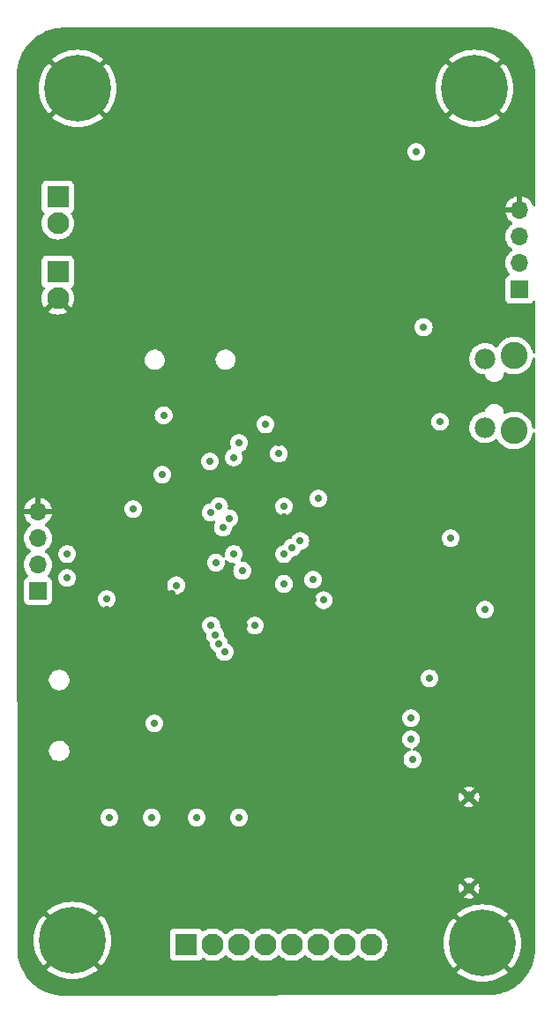
<source format=gbr>
%TF.GenerationSoftware,KiCad,Pcbnew,6.0.11-2627ca5db0~126~ubuntu22.04.1*%
%TF.CreationDate,2023-03-24T18:23:20-04:00*%
%TF.ProjectId,Io,496f2e6b-6963-4616-945f-706362585858,rev?*%
%TF.SameCoordinates,Original*%
%TF.FileFunction,Copper,L2,Inr*%
%TF.FilePolarity,Positive*%
%FSLAX46Y46*%
G04 Gerber Fmt 4.6, Leading zero omitted, Abs format (unit mm)*
G04 Created by KiCad (PCBNEW 6.0.11-2627ca5db0~126~ubuntu22.04.1) date 2023-03-24 18:23:20*
%MOMM*%
%LPD*%
G01*
G04 APERTURE LIST*
%TA.AperFunction,ComponentPad*%
%ADD10C,6.400000*%
%TD*%
%TA.AperFunction,ComponentPad*%
%ADD11C,2.100000*%
%TD*%
%TA.AperFunction,ComponentPad*%
%ADD12R,2.100000X2.100000*%
%TD*%
%TA.AperFunction,ComponentPad*%
%ADD13R,1.700000X1.700000*%
%TD*%
%TA.AperFunction,ComponentPad*%
%ADD14O,1.700000X1.700000*%
%TD*%
%TA.AperFunction,ComponentPad*%
%ADD15C,2.586000*%
%TD*%
%TA.AperFunction,ComponentPad*%
%ADD16C,1.969000*%
%TD*%
%TA.AperFunction,ComponentPad*%
%ADD17C,0.970000*%
%TD*%
%TA.AperFunction,ViaPad*%
%ADD18C,0.700000*%
%TD*%
G04 APERTURE END LIST*
D10*
%TO.N,GND*%
%TO.C,H3*%
X172212000Y-146812000D03*
%TD*%
%TO.N,GND*%
%TO.C,H4*%
X132842000Y-146558000D03*
%TD*%
%TO.N,GND*%
%TO.C,H1*%
X133350000Y-64770000D03*
%TD*%
%TO.N,GND*%
%TO.C,H2*%
X171450000Y-64770000D03*
%TD*%
D11*
%TO.N,ARM*%
%TO.C,J2*%
X161544000Y-146963500D03*
%TO.N,PYRO4_SW*%
X159004000Y-146963500D03*
%TO.N,ARM*%
X156464000Y-146963500D03*
%TO.N,PYRO3_SW*%
X153924000Y-146963500D03*
%TO.N,ARM*%
X151384000Y-146963500D03*
%TO.N,PYRO2_SW*%
X148844000Y-146963500D03*
%TO.N,ARM*%
X146304000Y-146963500D03*
D12*
%TO.N,PYRO1_SW*%
X143764000Y-146963500D03*
%TD*%
D13*
%TO.N,+3.3V*%
%TO.C,J1*%
X129540000Y-113020000D03*
D14*
%TO.N,I2C3_SDA*%
X129540000Y-110480000D03*
%TO.N,I2C3_SCL*%
X129540000Y-107940000D03*
%TO.N,GND*%
X129540000Y-105400000D03*
%TD*%
D13*
%TO.N,+3.3V*%
%TO.C,J3*%
X175768000Y-84074000D03*
D14*
%TO.N,SWDIO*%
X175768000Y-81534000D03*
%TO.N,SWCLK*%
X175768000Y-78994000D03*
%TO.N,GND*%
X175768000Y-76454000D03*
%TD*%
D12*
%TO.N,ARM*%
%TO.C,J5*%
X131445000Y-75184000D03*
D11*
%TO.N,BATT*%
X131445000Y-77724000D03*
%TD*%
D12*
%TO.N,BATT*%
%TO.C,J4*%
X131445000Y-82380000D03*
D11*
%TO.N,GND*%
X131445000Y-84920000D03*
%TD*%
D15*
%TO.N,N/C*%
%TO.C,J7*%
X175260000Y-97610000D03*
X175260000Y-90410000D03*
D16*
X172460000Y-97310000D03*
X172460000Y-90710000D03*
%TD*%
D17*
%TO.N,GND*%
%TO.C,J8*%
X170925000Y-141540000D03*
X170925000Y-132780000D03*
%TD*%
D18*
%TO.N,ARM*%
X132334000Y-111760000D03*
X132334000Y-109474000D03*
%TO.N,GND*%
X148590000Y-96774000D03*
X162306000Y-109220000D03*
X156468000Y-110216000D03*
X134112000Y-105410000D03*
X141224000Y-66040000D03*
X171196000Y-107950000D03*
X140716000Y-127762000D03*
X136144000Y-114808000D03*
X165147000Y-135175000D03*
X146812000Y-136295500D03*
X162306000Y-116840000D03*
X165354000Y-107950000D03*
X149835000Y-137454750D03*
X136144000Y-109630500D03*
X158750000Y-109982000D03*
X138684000Y-136295500D03*
X142748000Y-136295500D03*
X163576000Y-118110000D03*
X171196000Y-92710000D03*
X172466000Y-116840000D03*
X149352000Y-116332000D03*
X164084000Y-68580000D03*
X142421500Y-113284000D03*
X152654000Y-98806000D03*
X134366000Y-111506000D03*
X163576000Y-99060000D03*
X157480000Y-81788000D03*
X134366000Y-112776000D03*
X142748000Y-101854000D03*
X155960000Y-113899000D03*
X139446000Y-85598000D03*
X172466000Y-109220000D03*
X153162000Y-105918000D03*
X136647496Y-107916732D03*
X138176000Y-102870000D03*
X150368000Y-101346000D03*
X138697875Y-110747301D03*
X146050000Y-86360000D03*
X134620000Y-136295500D03*
X142748000Y-67310000D03*
X170544000Y-127364000D03*
X136906000Y-105156000D03*
X146685000Y-96139000D03*
X159766000Y-68580000D03*
X150368000Y-122936000D03*
X171196000Y-118110000D03*
%TO.N,+3.3V*%
X138684000Y-105156000D03*
X141478000Y-101854000D03*
X148844000Y-98806000D03*
X169164000Y-107950000D03*
X136144000Y-113792000D03*
X140716000Y-125730000D03*
X141605000Y-96139000D03*
X150368000Y-116332000D03*
X172466000Y-114808000D03*
X142803910Y-112469834D03*
X153162000Y-104902000D03*
X156464000Y-104140000D03*
X152654000Y-99822000D03*
X151384000Y-97028000D03*
X165497000Y-129175000D03*
X165862000Y-70866000D03*
X156976000Y-113899000D03*
%TO.N,VBUS*%
X166562595Y-87691405D03*
X168148000Y-96774000D03*
%TO.N,SPI2_SCK*%
X153162000Y-112340500D03*
X155960000Y-111941998D03*
%TO.N,PYRO1*%
X146170500Y-116332000D03*
X136398000Y-134750500D03*
%TO.N,PYRO2*%
X140462000Y-134771500D03*
X146537500Y-117218007D03*
%TO.N,PYRO3*%
X146921500Y-118065858D03*
X144780000Y-134771500D03*
%TO.N,PYRO4*%
X148844000Y-134771500D03*
X147457500Y-118872000D03*
%TO.N,SDMMC_DET*%
X149142196Y-111060067D03*
%TO.N,SDMMC_D0*%
X146624411Y-110302411D03*
%TO.N,SDMMC_D1*%
X148336000Y-109474000D03*
%TO.N,RF_DIO0*%
X153162000Y-109474000D03*
X165354000Y-127254000D03*
%TO.N,RF_DIO1*%
X165354000Y-125222000D03*
X153924000Y-108849500D03*
%TO.N,RF_DIO5*%
X154724081Y-108225000D03*
X167132000Y-121412000D03*
%TO.N,SDMMC_D2*%
X147297000Y-106934000D03*
%TO.N,SDMMC_D3*%
X147921500Y-106047401D03*
%TO.N,SDMMC_CLK*%
X146116411Y-105476411D03*
%TO.N,SDMMC_CMD*%
X146921500Y-104882000D03*
%TO.N,I2C1_SDA*%
X146050000Y-100584000D03*
X148336000Y-100192500D03*
%TD*%
%TA.AperFunction,Conductor*%
%TO.N,GND*%
G36*
X172690075Y-58930009D02*
G01*
X172704850Y-58932310D01*
X172704856Y-58932310D01*
X172713724Y-58933691D01*
X172734183Y-58931016D01*
X172756008Y-58930072D01*
X173112937Y-58945656D01*
X173123886Y-58946614D01*
X173508379Y-58997233D01*
X173519205Y-58999142D01*
X173897822Y-59083080D01*
X173908439Y-59085925D01*
X174078702Y-59139608D01*
X174278302Y-59202542D01*
X174288615Y-59206295D01*
X174646932Y-59354715D01*
X174656876Y-59359353D01*
X175000867Y-59538423D01*
X175010387Y-59543919D01*
X175337468Y-59752292D01*
X175346472Y-59758597D01*
X175654138Y-59994678D01*
X175662558Y-60001743D01*
X175856954Y-60179873D01*
X175948483Y-60263744D01*
X175956256Y-60271517D01*
X176218257Y-60557442D01*
X176225322Y-60565862D01*
X176461403Y-60873528D01*
X176467708Y-60882532D01*
X176676081Y-61209613D01*
X176681576Y-61219132D01*
X176857028Y-61556170D01*
X176860643Y-61563115D01*
X176865285Y-61573068D01*
X176997296Y-61891770D01*
X177013702Y-61931377D01*
X177017458Y-61941698D01*
X177027206Y-61972614D01*
X177134075Y-62311561D01*
X177136920Y-62322178D01*
X177220858Y-62700795D01*
X177222767Y-62711621D01*
X177273386Y-63096114D01*
X177274344Y-63107064D01*
X177289603Y-63456552D01*
X177288223Y-63481429D01*
X177286309Y-63493724D01*
X177287473Y-63502626D01*
X177287473Y-63502628D01*
X177290436Y-63525283D01*
X177291500Y-63541621D01*
X177291500Y-75946210D01*
X177271498Y-76014331D01*
X177217842Y-76060824D01*
X177147568Y-76070928D01*
X177082988Y-76041434D01*
X177049950Y-75996452D01*
X176970972Y-75814814D01*
X176966105Y-75805739D01*
X176850426Y-75626926D01*
X176844136Y-75618757D01*
X176700806Y-75461240D01*
X176693273Y-75454215D01*
X176526139Y-75322222D01*
X176517552Y-75316517D01*
X176331117Y-75213599D01*
X176321705Y-75209369D01*
X176120959Y-75138280D01*
X176110988Y-75135646D01*
X176039837Y-75122972D01*
X176026540Y-75124432D01*
X176022000Y-75138989D01*
X176022000Y-76582000D01*
X176001998Y-76650121D01*
X175948342Y-76696614D01*
X175896000Y-76708000D01*
X174451225Y-76708000D01*
X174437694Y-76711973D01*
X174436257Y-76721966D01*
X174466565Y-76856446D01*
X174469645Y-76866275D01*
X174549770Y-77063603D01*
X174554413Y-77072794D01*
X174665694Y-77254388D01*
X174671777Y-77262699D01*
X174811213Y-77423667D01*
X174818580Y-77430883D01*
X174982434Y-77566916D01*
X174990881Y-77572831D01*
X175059969Y-77613203D01*
X175108693Y-77664842D01*
X175121764Y-77734625D01*
X175095033Y-77800396D01*
X175054584Y-77833752D01*
X175041607Y-77840507D01*
X175037474Y-77843610D01*
X175037471Y-77843612D01*
X174871060Y-77968557D01*
X174862965Y-77974635D01*
X174708629Y-78136138D01*
X174582743Y-78320680D01*
X174488688Y-78523305D01*
X174428989Y-78738570D01*
X174405251Y-78960695D01*
X174405548Y-78965848D01*
X174405548Y-78965851D01*
X174407018Y-78991342D01*
X174418110Y-79183715D01*
X174419247Y-79188761D01*
X174419248Y-79188767D01*
X174443304Y-79295508D01*
X174467222Y-79401639D01*
X174551266Y-79608616D01*
X174667987Y-79799088D01*
X174814250Y-79967938D01*
X174986126Y-80110632D01*
X175056595Y-80151811D01*
X175059445Y-80153476D01*
X175108169Y-80205114D01*
X175121240Y-80274897D01*
X175094509Y-80340669D01*
X175054055Y-80374027D01*
X175041607Y-80380507D01*
X175037474Y-80383610D01*
X175037471Y-80383612D01*
X175013247Y-80401800D01*
X174862965Y-80514635D01*
X174708629Y-80676138D01*
X174582743Y-80860680D01*
X174488688Y-81063305D01*
X174428989Y-81278570D01*
X174405251Y-81500695D01*
X174418110Y-81723715D01*
X174419247Y-81728761D01*
X174419248Y-81728767D01*
X174440275Y-81822069D01*
X174467222Y-81941639D01*
X174551266Y-82148616D01*
X174667987Y-82339088D01*
X174814250Y-82507938D01*
X174818230Y-82511242D01*
X174822981Y-82515187D01*
X174862616Y-82574090D01*
X174864113Y-82645071D01*
X174826997Y-82705593D01*
X174786724Y-82730112D01*
X174671295Y-82773385D01*
X174554739Y-82860739D01*
X174467385Y-82977295D01*
X174416255Y-83113684D01*
X174409500Y-83175866D01*
X174409500Y-84972134D01*
X174416255Y-85034316D01*
X174467385Y-85170705D01*
X174554739Y-85287261D01*
X174671295Y-85374615D01*
X174807684Y-85425745D01*
X174869866Y-85432500D01*
X176666134Y-85432500D01*
X176728316Y-85425745D01*
X176864705Y-85374615D01*
X176981261Y-85287261D01*
X177028062Y-85224815D01*
X177064674Y-85175964D01*
X177121534Y-85133449D01*
X177192352Y-85128423D01*
X177254645Y-85162483D01*
X177288635Y-85224815D01*
X177291500Y-85251529D01*
X177291500Y-90097042D01*
X177271498Y-90165163D01*
X177217842Y-90211656D01*
X177147568Y-90221760D01*
X177082988Y-90192266D01*
X177044604Y-90132540D01*
X177042607Y-90124850D01*
X176995700Y-89917556D01*
X176987613Y-89881816D01*
X176980352Y-89863144D01*
X176892259Y-89636613D01*
X176892258Y-89636611D01*
X176890566Y-89632260D01*
X176880328Y-89614347D01*
X176760018Y-89403847D01*
X176760016Y-89403845D01*
X176757699Y-89399790D01*
X176591929Y-89189512D01*
X176396899Y-89006046D01*
X176176894Y-88853423D01*
X176129306Y-88829955D01*
X175940934Y-88737060D01*
X175940931Y-88737059D01*
X175936746Y-88734995D01*
X175889318Y-88719813D01*
X175835930Y-88702724D01*
X175681731Y-88653364D01*
X175677124Y-88652614D01*
X175677121Y-88652613D01*
X175422062Y-88611074D01*
X175422063Y-88611074D01*
X175417451Y-88610323D01*
X175287740Y-88608625D01*
X175154390Y-88606880D01*
X175154387Y-88606880D01*
X175149713Y-88606819D01*
X174884397Y-88642926D01*
X174879907Y-88644235D01*
X174879901Y-88644236D01*
X174631826Y-88716544D01*
X174631821Y-88716546D01*
X174627333Y-88717854D01*
X174623086Y-88719812D01*
X174623083Y-88719813D01*
X174593238Y-88733572D01*
X174384167Y-88829955D01*
X174331907Y-88864218D01*
X174164154Y-88974201D01*
X174164149Y-88974205D01*
X174160241Y-88976767D01*
X173960476Y-89155064D01*
X173789259Y-89360930D01*
X173737993Y-89445414D01*
X173659612Y-89574582D01*
X173607173Y-89622442D01*
X173537182Y-89634354D01*
X173473801Y-89608098D01*
X173293103Y-89465392D01*
X173289045Y-89462187D01*
X173074113Y-89343537D01*
X172948840Y-89299176D01*
X172847563Y-89263311D01*
X172847559Y-89263310D01*
X172842688Y-89261585D01*
X172837598Y-89260678D01*
X172837593Y-89260677D01*
X172706231Y-89237279D01*
X172600985Y-89218532D01*
X172508259Y-89217399D01*
X172360667Y-89215595D01*
X172360665Y-89215595D01*
X172355497Y-89215532D01*
X172112815Y-89252668D01*
X171998113Y-89290158D01*
X171884374Y-89327333D01*
X171884368Y-89327336D01*
X171879456Y-89328941D01*
X171874870Y-89331328D01*
X171874866Y-89331330D01*
X171666282Y-89439913D01*
X171661689Y-89442304D01*
X171465361Y-89589711D01*
X171295744Y-89767204D01*
X171157395Y-89970017D01*
X171155222Y-89974699D01*
X171155220Y-89974702D01*
X171066812Y-90165163D01*
X171054028Y-90192703D01*
X170988419Y-90429281D01*
X170962330Y-90673398D01*
X170962627Y-90678550D01*
X170962627Y-90678554D01*
X170963276Y-90689810D01*
X170976463Y-90918498D01*
X170977598Y-90923535D01*
X170977599Y-90923541D01*
X171006231Y-91050591D01*
X171030436Y-91157998D01*
X171032380Y-91162784D01*
X171032381Y-91162789D01*
X171120858Y-91380680D01*
X171122802Y-91385467D01*
X171251079Y-91594796D01*
X171411822Y-91780364D01*
X171600715Y-91937186D01*
X171812685Y-92061051D01*
X171817505Y-92062891D01*
X171817510Y-92062894D01*
X171957322Y-92116282D01*
X172042039Y-92148632D01*
X172047107Y-92149663D01*
X172047110Y-92149664D01*
X172107468Y-92161944D01*
X172282617Y-92197579D01*
X172287791Y-92197769D01*
X172287793Y-92197769D01*
X172332050Y-92199392D01*
X172363644Y-92200550D01*
X172430986Y-92223034D01*
X172475482Y-92278358D01*
X172482273Y-92300267D01*
X172489831Y-92335824D01*
X172489834Y-92335833D01*
X172491206Y-92342288D01*
X172568882Y-92516752D01*
X172681134Y-92671253D01*
X172823056Y-92799040D01*
X172988444Y-92894527D01*
X173170072Y-92953542D01*
X173176633Y-92954232D01*
X173176635Y-92954232D01*
X173229889Y-92959829D01*
X173312390Y-92968500D01*
X173407610Y-92968500D01*
X173490111Y-92959829D01*
X173543365Y-92954232D01*
X173543367Y-92954232D01*
X173549928Y-92953542D01*
X173731556Y-92894527D01*
X173896944Y-92799040D01*
X174038866Y-92671253D01*
X174151118Y-92516752D01*
X174228794Y-92342288D01*
X174248647Y-92248888D01*
X174267128Y-92161944D01*
X174267128Y-92161939D01*
X174268500Y-92155487D01*
X174268500Y-92132729D01*
X174288502Y-92064608D01*
X174342158Y-92018115D01*
X174412432Y-92008011D01*
X174453168Y-92021221D01*
X174532375Y-92062894D01*
X174539639Y-92066716D01*
X174544058Y-92068259D01*
X174774934Y-92148884D01*
X174792430Y-92154994D01*
X174797023Y-92155866D01*
X175050904Y-92204067D01*
X175050907Y-92204067D01*
X175055493Y-92204938D01*
X175182630Y-92209933D01*
X175318380Y-92215267D01*
X175318385Y-92215267D01*
X175323048Y-92215450D01*
X175426987Y-92204067D01*
X175584565Y-92186810D01*
X175584571Y-92186809D01*
X175589218Y-92186300D01*
X175593742Y-92185109D01*
X175843632Y-92119319D01*
X175843634Y-92119318D01*
X175848155Y-92118128D01*
X176094172Y-92012430D01*
X176221106Y-91933881D01*
X176317891Y-91873989D01*
X176317895Y-91873986D01*
X176321864Y-91871530D01*
X176469135Y-91746856D01*
X176522662Y-91701542D01*
X176522663Y-91701541D01*
X176526228Y-91698523D01*
X176575494Y-91642346D01*
X176699694Y-91500725D01*
X176699698Y-91500720D01*
X176702776Y-91497210D01*
X176773397Y-91387418D01*
X176845100Y-91275942D01*
X176847628Y-91272012D01*
X176957603Y-91027877D01*
X177030284Y-90770168D01*
X177040507Y-90689810D01*
X177068947Y-90624759D01*
X177128041Y-90585409D01*
X177199028Y-90584255D01*
X177259370Y-90621662D01*
X177289909Y-90685755D01*
X177291500Y-90705712D01*
X177291500Y-97297042D01*
X177271498Y-97365163D01*
X177217842Y-97411656D01*
X177147568Y-97421760D01*
X177082988Y-97392266D01*
X177044604Y-97332540D01*
X177042607Y-97324850D01*
X176988644Y-97086373D01*
X176987613Y-97081816D01*
X176966685Y-97028000D01*
X176892259Y-96836613D01*
X176892258Y-96836611D01*
X176890566Y-96832260D01*
X176870811Y-96797695D01*
X176760018Y-96603847D01*
X176760016Y-96603845D01*
X176757699Y-96599790D01*
X176591929Y-96389512D01*
X176396899Y-96206046D01*
X176176894Y-96053423D01*
X176172701Y-96051355D01*
X175940934Y-95937060D01*
X175940931Y-95937059D01*
X175936746Y-95934995D01*
X175917834Y-95928941D01*
X175716560Y-95864513D01*
X175681731Y-95853364D01*
X175677124Y-95852614D01*
X175677121Y-95852613D01*
X175422062Y-95811074D01*
X175422063Y-95811074D01*
X175417451Y-95810323D01*
X175287740Y-95808625D01*
X175154390Y-95806880D01*
X175154387Y-95806880D01*
X175149713Y-95806819D01*
X174884397Y-95842926D01*
X174879907Y-95844235D01*
X174879901Y-95844236D01*
X174631826Y-95916544D01*
X174631821Y-95916546D01*
X174627333Y-95917854D01*
X174623086Y-95919812D01*
X174623083Y-95919813D01*
X174447251Y-96000873D01*
X174377014Y-96011228D01*
X174312328Y-95981965D01*
X174273731Y-95922377D01*
X174268500Y-95886447D01*
X174268500Y-95864513D01*
X174266434Y-95854789D01*
X174230166Y-95684169D01*
X174228794Y-95677712D01*
X174151118Y-95503248D01*
X174038866Y-95348747D01*
X174004740Y-95318020D01*
X173901852Y-95225379D01*
X173901851Y-95225378D01*
X173896944Y-95220960D01*
X173731556Y-95125473D01*
X173549928Y-95066458D01*
X173543367Y-95065768D01*
X173543365Y-95065768D01*
X173490111Y-95060171D01*
X173407610Y-95051500D01*
X173312390Y-95051500D01*
X173229889Y-95060171D01*
X173176635Y-95065768D01*
X173176633Y-95065768D01*
X173170072Y-95066458D01*
X172988444Y-95125473D01*
X172823056Y-95220960D01*
X172818149Y-95225378D01*
X172818148Y-95225379D01*
X172715260Y-95318020D01*
X172681134Y-95348747D01*
X172568882Y-95503248D01*
X172491206Y-95677712D01*
X172489834Y-95684169D01*
X172483116Y-95715773D01*
X172449388Y-95778246D01*
X172387238Y-95812568D01*
X172365799Y-95814790D01*
X172365830Y-95815234D01*
X172360669Y-95815595D01*
X172355497Y-95815532D01*
X172112815Y-95852668D01*
X171998113Y-95890158D01*
X171884374Y-95927333D01*
X171884368Y-95927336D01*
X171879456Y-95928941D01*
X171874870Y-95931328D01*
X171874866Y-95931330D01*
X171666282Y-96039913D01*
X171661689Y-96042304D01*
X171657547Y-96045414D01*
X171492280Y-96169500D01*
X171465361Y-96189711D01*
X171295744Y-96367204D01*
X171261660Y-96417170D01*
X171187200Y-96526325D01*
X171157395Y-96570017D01*
X171155222Y-96574699D01*
X171155220Y-96574702D01*
X171059691Y-96780504D01*
X171054028Y-96792703D01*
X170988419Y-97029281D01*
X170962330Y-97273398D01*
X170976463Y-97518498D01*
X170977598Y-97523535D01*
X170977599Y-97523541D01*
X171029298Y-97752949D01*
X171030436Y-97757998D01*
X171032380Y-97762784D01*
X171032381Y-97762789D01*
X171118416Y-97974666D01*
X171122802Y-97985467D01*
X171251079Y-98194796D01*
X171411822Y-98380364D01*
X171600715Y-98537186D01*
X171812685Y-98661051D01*
X171817505Y-98662891D01*
X171817510Y-98662894D01*
X171931223Y-98706316D01*
X172042039Y-98748632D01*
X172047107Y-98749663D01*
X172047110Y-98749664D01*
X172166057Y-98773864D01*
X172282617Y-98797579D01*
X172287790Y-98797769D01*
X172287793Y-98797769D01*
X172522795Y-98806386D01*
X172522799Y-98806386D01*
X172527959Y-98806575D01*
X172533079Y-98805919D01*
X172533081Y-98805919D01*
X172645904Y-98791466D01*
X172771476Y-98775380D01*
X172776427Y-98773895D01*
X172776430Y-98773894D01*
X172871552Y-98745356D01*
X173006628Y-98704831D01*
X173030213Y-98693277D01*
X173222458Y-98599096D01*
X173227100Y-98596822D01*
X173231304Y-98593824D01*
X173231308Y-98593821D01*
X173396568Y-98475942D01*
X173426971Y-98454256D01*
X173450426Y-98430883D01*
X173464395Y-98416963D01*
X173526767Y-98383048D01*
X173597573Y-98388237D01*
X173654334Y-98430883D01*
X173664319Y-98446564D01*
X173736370Y-98580659D01*
X173739165Y-98584402D01*
X173739167Y-98584405D01*
X173893787Y-98791466D01*
X173893792Y-98791472D01*
X173896579Y-98795204D01*
X173899888Y-98798484D01*
X173899893Y-98798490D01*
X174066350Y-98963500D01*
X174086739Y-98983712D01*
X174090501Y-98986470D01*
X174090504Y-98986473D01*
X174206790Y-99071737D01*
X174302674Y-99142042D01*
X174306809Y-99144218D01*
X174306813Y-99144220D01*
X174385097Y-99185407D01*
X174539639Y-99266716D01*
X174792430Y-99354994D01*
X174797023Y-99355866D01*
X175050904Y-99404067D01*
X175050907Y-99404067D01*
X175055493Y-99404938D01*
X175182630Y-99409933D01*
X175318380Y-99415267D01*
X175318385Y-99415267D01*
X175323048Y-99415450D01*
X175426987Y-99404067D01*
X175584565Y-99386810D01*
X175584571Y-99386809D01*
X175589218Y-99386300D01*
X175645357Y-99371520D01*
X175843632Y-99319319D01*
X175843634Y-99319318D01*
X175848155Y-99318128D01*
X176094172Y-99212430D01*
X176212386Y-99139277D01*
X176317891Y-99073989D01*
X176317895Y-99073986D01*
X176321864Y-99071530D01*
X176431270Y-98978911D01*
X176522662Y-98901542D01*
X176522663Y-98901541D01*
X176526228Y-98898523D01*
X176607440Y-98805919D01*
X176699694Y-98700725D01*
X176699698Y-98700720D01*
X176702776Y-98697210D01*
X176847628Y-98472012D01*
X176957603Y-98227877D01*
X177030284Y-97970168D01*
X177040507Y-97889811D01*
X177068947Y-97824760D01*
X177128041Y-97785410D01*
X177199028Y-97784256D01*
X177259370Y-97821663D01*
X177289909Y-97885756D01*
X177291500Y-97905708D01*
X177291499Y-124363500D01*
X177291499Y-147267623D01*
X177289809Y-147288189D01*
X177286391Y-147308849D01*
X177287470Y-147317757D01*
X177287470Y-147317760D01*
X177288876Y-147329369D01*
X177289614Y-147351186D01*
X177270860Y-147705145D01*
X177269806Y-147716037D01*
X177216150Y-148097298D01*
X177214158Y-148108051D01*
X177202624Y-148158052D01*
X177127615Y-148483235D01*
X177124695Y-148493782D01*
X177005924Y-148860045D01*
X177002100Y-148870296D01*
X176927328Y-149046921D01*
X176851997Y-149224865D01*
X176847298Y-149234746D01*
X176777866Y-149365753D01*
X176666993Y-149574953D01*
X176661453Y-149584391D01*
X176452306Y-149907671D01*
X176445968Y-149916592D01*
X176232926Y-150190465D01*
X176209565Y-150220496D01*
X176202492Y-150228818D01*
X175940583Y-150511090D01*
X175932807Y-150518772D01*
X175647414Y-150777233D01*
X175638991Y-150784220D01*
X175332248Y-151016941D01*
X175323253Y-151023169D01*
X175245527Y-151072133D01*
X174997470Y-151228397D01*
X174987971Y-151233819D01*
X174887156Y-151285700D01*
X174645618Y-151409998D01*
X174635679Y-151414579D01*
X174279311Y-151560394D01*
X174269012Y-151564094D01*
X173901355Y-151678431D01*
X173890776Y-151681223D01*
X173628614Y-151738369D01*
X173514575Y-151763227D01*
X173503791Y-151765091D01*
X173121906Y-151814139D01*
X173111002Y-151815061D01*
X172764606Y-151829222D01*
X172739751Y-151827776D01*
X172735969Y-151827177D01*
X172735967Y-151827177D01*
X172727102Y-151825773D01*
X172694227Y-151829985D01*
X172678407Y-151831007D01*
X132128201Y-151891427D01*
X132108983Y-151889981D01*
X132084862Y-151886293D01*
X132075966Y-151887481D01*
X132075964Y-151887481D01*
X132064505Y-151889011D01*
X132042627Y-151890013D01*
X131730465Y-151877118D01*
X131687792Y-151875355D01*
X131676741Y-151874409D01*
X131294381Y-151824666D01*
X131283466Y-151822754D01*
X130906955Y-151739567D01*
X130896241Y-151736700D01*
X130528509Y-151620714D01*
X130518086Y-151616914D01*
X130161994Y-151469035D01*
X130151954Y-151464338D01*
X129810238Y-151285700D01*
X129800643Y-151280132D01*
X129475973Y-151072133D01*
X129466903Y-151065742D01*
X129161785Y-150829985D01*
X129153313Y-150822822D01*
X129051429Y-150728678D01*
X128870116Y-150561138D01*
X128862323Y-150553273D01*
X128603246Y-150267694D01*
X128596160Y-150259157D01*
X128466527Y-150088171D01*
X128363199Y-149951882D01*
X128356904Y-149942770D01*
X128154593Y-149620522D01*
X128151885Y-149616208D01*
X128146405Y-149606561D01*
X128023314Y-149365753D01*
X128018015Y-149355386D01*
X130409759Y-149355386D01*
X130417216Y-149365753D01*
X130656935Y-149559874D01*
X130662272Y-149563751D01*
X130982685Y-149771830D01*
X130988394Y-149775127D01*
X131328811Y-149948578D01*
X131334836Y-149951260D01*
X131691502Y-150088171D01*
X131697784Y-150090212D01*
X132066816Y-150189094D01*
X132073266Y-150190465D01*
X132450629Y-150250234D01*
X132457167Y-150250920D01*
X132838699Y-150270916D01*
X132845301Y-150270916D01*
X133226833Y-150250920D01*
X133233371Y-150250234D01*
X133610734Y-150190465D01*
X133617184Y-150189094D01*
X133986216Y-150090212D01*
X133992498Y-150088171D01*
X134349164Y-149951260D01*
X134355189Y-149948578D01*
X134695606Y-149775127D01*
X134701315Y-149771830D01*
X134951456Y-149609386D01*
X169779759Y-149609386D01*
X169787216Y-149619753D01*
X170026935Y-149813874D01*
X170032272Y-149817751D01*
X170352685Y-150025830D01*
X170358394Y-150029127D01*
X170698811Y-150202578D01*
X170704836Y-150205260D01*
X171061502Y-150342171D01*
X171067784Y-150344212D01*
X171436816Y-150443094D01*
X171443266Y-150444465D01*
X171820629Y-150504234D01*
X171827167Y-150504920D01*
X172208699Y-150524916D01*
X172215301Y-150524916D01*
X172596833Y-150504920D01*
X172603371Y-150504234D01*
X172980734Y-150444465D01*
X172987184Y-150443094D01*
X173356216Y-150344212D01*
X173362498Y-150342171D01*
X173719164Y-150205260D01*
X173725189Y-150202578D01*
X174065606Y-150029127D01*
X174071315Y-150025830D01*
X174391728Y-149817751D01*
X174397065Y-149813874D01*
X174635835Y-149620522D01*
X174644300Y-149608267D01*
X174637966Y-149597176D01*
X172224812Y-147184022D01*
X172210868Y-147176408D01*
X172209035Y-147176539D01*
X172202420Y-147180790D01*
X169786900Y-149596310D01*
X169779759Y-149609386D01*
X134951456Y-149609386D01*
X135021728Y-149563751D01*
X135027065Y-149559874D01*
X135265835Y-149366522D01*
X135274300Y-149354267D01*
X135267966Y-149343176D01*
X132854812Y-146930022D01*
X132840868Y-146922408D01*
X132839035Y-146922539D01*
X132832420Y-146926790D01*
X130416900Y-149342310D01*
X130409759Y-149355386D01*
X128018015Y-149355386D01*
X127970900Y-149263213D01*
X127966301Y-149253144D01*
X127821688Y-148895710D01*
X127817983Y-148885252D01*
X127708411Y-148526431D01*
X127705369Y-148516472D01*
X127702600Y-148505730D01*
X127622865Y-148128478D01*
X127621051Y-148117533D01*
X127574812Y-147734734D01*
X127573968Y-147723672D01*
X127562808Y-147376452D01*
X127564483Y-147351536D01*
X127565089Y-147347929D01*
X127566575Y-147339080D01*
X127562349Y-147303464D01*
X127561471Y-147288702D01*
X127561470Y-147285891D01*
X127561012Y-146561301D01*
X129129084Y-146561301D01*
X129149080Y-146942833D01*
X129149766Y-146949371D01*
X129209535Y-147326734D01*
X129210906Y-147333184D01*
X129309788Y-147702216D01*
X129311829Y-147708498D01*
X129448740Y-148065164D01*
X129451422Y-148071189D01*
X129624872Y-148411603D01*
X129628169Y-148417313D01*
X129836253Y-148737735D01*
X129840123Y-148743061D01*
X130033478Y-148981835D01*
X130045733Y-148990300D01*
X130056824Y-148983966D01*
X132469978Y-146570812D01*
X132476356Y-146559132D01*
X133206408Y-146559132D01*
X133206539Y-146560965D01*
X133210790Y-146567580D01*
X135626310Y-148983100D01*
X135639386Y-148990241D01*
X135649753Y-148982784D01*
X135843877Y-148743061D01*
X135847747Y-148737735D01*
X136055831Y-148417313D01*
X136059128Y-148411603D01*
X136232578Y-148071189D01*
X136235260Y-148065164D01*
X136236615Y-148061634D01*
X142205500Y-148061634D01*
X142212255Y-148123816D01*
X142263385Y-148260205D01*
X142350739Y-148376761D01*
X142467295Y-148464115D01*
X142603684Y-148515245D01*
X142665866Y-148522000D01*
X144862134Y-148522000D01*
X144924316Y-148515245D01*
X145060705Y-148464115D01*
X145177261Y-148376761D01*
X145250128Y-148279535D01*
X145306988Y-148237021D01*
X145377806Y-148231996D01*
X145416789Y-148247668D01*
X145594268Y-148356427D01*
X145727474Y-148411603D01*
X145816335Y-148448411D01*
X145816337Y-148448412D01*
X145820908Y-148450305D01*
X145855997Y-148458729D01*
X146054630Y-148506417D01*
X146054636Y-148506418D01*
X146059443Y-148507572D01*
X146304000Y-148526819D01*
X146548557Y-148507572D01*
X146553364Y-148506418D01*
X146553370Y-148506417D01*
X146752003Y-148458729D01*
X146787092Y-148450305D01*
X146791663Y-148448412D01*
X146791665Y-148448411D01*
X146880526Y-148411603D01*
X147013732Y-148356427D01*
X147191212Y-148247668D01*
X147218670Y-148230842D01*
X147218673Y-148230840D01*
X147222896Y-148228252D01*
X147339716Y-148128478D01*
X147405677Y-148072141D01*
X147409433Y-148068933D01*
X147478189Y-147988431D01*
X147537640Y-147949622D01*
X147608635Y-147949116D01*
X147669811Y-147988431D01*
X147738567Y-148068933D01*
X147742323Y-148072141D01*
X147808285Y-148128478D01*
X147925104Y-148228252D01*
X147929327Y-148230840D01*
X147929330Y-148230842D01*
X147956788Y-148247668D01*
X148134268Y-148356427D01*
X148267474Y-148411603D01*
X148356335Y-148448411D01*
X148356337Y-148448412D01*
X148360908Y-148450305D01*
X148395997Y-148458729D01*
X148594630Y-148506417D01*
X148594636Y-148506418D01*
X148599443Y-148507572D01*
X148844000Y-148526819D01*
X149088557Y-148507572D01*
X149093364Y-148506418D01*
X149093370Y-148506417D01*
X149292003Y-148458729D01*
X149327092Y-148450305D01*
X149331663Y-148448412D01*
X149331665Y-148448411D01*
X149420526Y-148411603D01*
X149553732Y-148356427D01*
X149731212Y-148247668D01*
X149758670Y-148230842D01*
X149758673Y-148230840D01*
X149762896Y-148228252D01*
X149879716Y-148128478D01*
X149945677Y-148072141D01*
X149949433Y-148068933D01*
X150018189Y-147988431D01*
X150077640Y-147949622D01*
X150148635Y-147949116D01*
X150209811Y-147988431D01*
X150278567Y-148068933D01*
X150282323Y-148072141D01*
X150348285Y-148128478D01*
X150465104Y-148228252D01*
X150469327Y-148230840D01*
X150469330Y-148230842D01*
X150496788Y-148247668D01*
X150674268Y-148356427D01*
X150807474Y-148411603D01*
X150896335Y-148448411D01*
X150896337Y-148448412D01*
X150900908Y-148450305D01*
X150935997Y-148458729D01*
X151134630Y-148506417D01*
X151134636Y-148506418D01*
X151139443Y-148507572D01*
X151384000Y-148526819D01*
X151628557Y-148507572D01*
X151633364Y-148506418D01*
X151633370Y-148506417D01*
X151832003Y-148458729D01*
X151867092Y-148450305D01*
X151871663Y-148448412D01*
X151871665Y-148448411D01*
X151960526Y-148411603D01*
X152093732Y-148356427D01*
X152271212Y-148247668D01*
X152298670Y-148230842D01*
X152298673Y-148230840D01*
X152302896Y-148228252D01*
X152419716Y-148128478D01*
X152485677Y-148072141D01*
X152489433Y-148068933D01*
X152558189Y-147988431D01*
X152617640Y-147949622D01*
X152688635Y-147949116D01*
X152749811Y-147988431D01*
X152818567Y-148068933D01*
X152822323Y-148072141D01*
X152888285Y-148128478D01*
X153005104Y-148228252D01*
X153009327Y-148230840D01*
X153009330Y-148230842D01*
X153036788Y-148247668D01*
X153214268Y-148356427D01*
X153347474Y-148411603D01*
X153436335Y-148448411D01*
X153436337Y-148448412D01*
X153440908Y-148450305D01*
X153475997Y-148458729D01*
X153674630Y-148506417D01*
X153674636Y-148506418D01*
X153679443Y-148507572D01*
X153924000Y-148526819D01*
X154168557Y-148507572D01*
X154173364Y-148506418D01*
X154173370Y-148506417D01*
X154372003Y-148458729D01*
X154407092Y-148450305D01*
X154411663Y-148448412D01*
X154411665Y-148448411D01*
X154500526Y-148411603D01*
X154633732Y-148356427D01*
X154811212Y-148247668D01*
X154838670Y-148230842D01*
X154838673Y-148230840D01*
X154842896Y-148228252D01*
X154959716Y-148128478D01*
X155025677Y-148072141D01*
X155029433Y-148068933D01*
X155098189Y-147988431D01*
X155157640Y-147949622D01*
X155228635Y-147949116D01*
X155289811Y-147988431D01*
X155358567Y-148068933D01*
X155362323Y-148072141D01*
X155428285Y-148128478D01*
X155545104Y-148228252D01*
X155549327Y-148230840D01*
X155549330Y-148230842D01*
X155576788Y-148247668D01*
X155754268Y-148356427D01*
X155887474Y-148411603D01*
X155976335Y-148448411D01*
X155976337Y-148448412D01*
X155980908Y-148450305D01*
X156015997Y-148458729D01*
X156214630Y-148506417D01*
X156214636Y-148506418D01*
X156219443Y-148507572D01*
X156464000Y-148526819D01*
X156708557Y-148507572D01*
X156713364Y-148506418D01*
X156713370Y-148506417D01*
X156912003Y-148458729D01*
X156947092Y-148450305D01*
X156951663Y-148448412D01*
X156951665Y-148448411D01*
X157040526Y-148411603D01*
X157173732Y-148356427D01*
X157351212Y-148247668D01*
X157378670Y-148230842D01*
X157378673Y-148230840D01*
X157382896Y-148228252D01*
X157499716Y-148128478D01*
X157565677Y-148072141D01*
X157569433Y-148068933D01*
X157638189Y-147988431D01*
X157697640Y-147949622D01*
X157768635Y-147949116D01*
X157829811Y-147988431D01*
X157898567Y-148068933D01*
X157902323Y-148072141D01*
X157968285Y-148128478D01*
X158085104Y-148228252D01*
X158089327Y-148230840D01*
X158089330Y-148230842D01*
X158116788Y-148247668D01*
X158294268Y-148356427D01*
X158427474Y-148411603D01*
X158516335Y-148448411D01*
X158516337Y-148448412D01*
X158520908Y-148450305D01*
X158555997Y-148458729D01*
X158754630Y-148506417D01*
X158754636Y-148506418D01*
X158759443Y-148507572D01*
X159004000Y-148526819D01*
X159248557Y-148507572D01*
X159253364Y-148506418D01*
X159253370Y-148506417D01*
X159452003Y-148458729D01*
X159487092Y-148450305D01*
X159491663Y-148448412D01*
X159491665Y-148448411D01*
X159580526Y-148411603D01*
X159713732Y-148356427D01*
X159891212Y-148247668D01*
X159918670Y-148230842D01*
X159918673Y-148230840D01*
X159922896Y-148228252D01*
X160039716Y-148128478D01*
X160105677Y-148072141D01*
X160109433Y-148068933D01*
X160178189Y-147988431D01*
X160237640Y-147949622D01*
X160308635Y-147949116D01*
X160369811Y-147988431D01*
X160438567Y-148068933D01*
X160442323Y-148072141D01*
X160508285Y-148128478D01*
X160625104Y-148228252D01*
X160629327Y-148230840D01*
X160629330Y-148230842D01*
X160656788Y-148247668D01*
X160834268Y-148356427D01*
X160967474Y-148411603D01*
X161056335Y-148448411D01*
X161056337Y-148448412D01*
X161060908Y-148450305D01*
X161095997Y-148458729D01*
X161294630Y-148506417D01*
X161294636Y-148506418D01*
X161299443Y-148507572D01*
X161544000Y-148526819D01*
X161788557Y-148507572D01*
X161793364Y-148506418D01*
X161793370Y-148506417D01*
X161992003Y-148458729D01*
X162027092Y-148450305D01*
X162031663Y-148448412D01*
X162031665Y-148448411D01*
X162120526Y-148411603D01*
X162253732Y-148356427D01*
X162431212Y-148247668D01*
X162458670Y-148230842D01*
X162458673Y-148230840D01*
X162462896Y-148228252D01*
X162579716Y-148128478D01*
X162645677Y-148072141D01*
X162649433Y-148068933D01*
X162808752Y-147882396D01*
X162936927Y-147673232D01*
X163030805Y-147446592D01*
X163069386Y-147285891D01*
X163086917Y-147212870D01*
X163086918Y-147212864D01*
X163088072Y-147208057D01*
X163107319Y-146963500D01*
X163095656Y-146815301D01*
X168499084Y-146815301D01*
X168519080Y-147196833D01*
X168519766Y-147203371D01*
X168579535Y-147580734D01*
X168580906Y-147587184D01*
X168679788Y-147956216D01*
X168681829Y-147962498D01*
X168818740Y-148319164D01*
X168821422Y-148325189D01*
X168994872Y-148665603D01*
X168998169Y-148671313D01*
X169206253Y-148991735D01*
X169210123Y-148997061D01*
X169403478Y-149235835D01*
X169415733Y-149244300D01*
X169426824Y-149237966D01*
X171839978Y-146824812D01*
X171846356Y-146813132D01*
X172576408Y-146813132D01*
X172576539Y-146814965D01*
X172580790Y-146821580D01*
X174996310Y-149237100D01*
X175009386Y-149244241D01*
X175019753Y-149236784D01*
X175213877Y-148997061D01*
X175217747Y-148991735D01*
X175425831Y-148671313D01*
X175429128Y-148665603D01*
X175602578Y-148325189D01*
X175605260Y-148319164D01*
X175742171Y-147962498D01*
X175744212Y-147956216D01*
X175843094Y-147587184D01*
X175844465Y-147580734D01*
X175904234Y-147203371D01*
X175904920Y-147196833D01*
X175924916Y-146815301D01*
X175924916Y-146808699D01*
X175904920Y-146427167D01*
X175904234Y-146420629D01*
X175844465Y-146043266D01*
X175843094Y-146036816D01*
X175744212Y-145667784D01*
X175742171Y-145661502D01*
X175605260Y-145304836D01*
X175602578Y-145298811D01*
X175429128Y-144958397D01*
X175425831Y-144952687D01*
X175217747Y-144632265D01*
X175213877Y-144626939D01*
X175020522Y-144388165D01*
X175008267Y-144379700D01*
X174997176Y-144386034D01*
X172584022Y-146799188D01*
X172576408Y-146813132D01*
X171846356Y-146813132D01*
X171847592Y-146810868D01*
X171847461Y-146809035D01*
X171843210Y-146802420D01*
X169427690Y-144386900D01*
X169414614Y-144379759D01*
X169404247Y-144387216D01*
X169210123Y-144626939D01*
X169206253Y-144632265D01*
X168998169Y-144952687D01*
X168994872Y-144958397D01*
X168821422Y-145298811D01*
X168818740Y-145304836D01*
X168681829Y-145661502D01*
X168679788Y-145667784D01*
X168580906Y-146036816D01*
X168579535Y-146043266D01*
X168519766Y-146420629D01*
X168519080Y-146427167D01*
X168499084Y-146808699D01*
X168499084Y-146815301D01*
X163095656Y-146815301D01*
X163088072Y-146718943D01*
X163030805Y-146480408D01*
X162936927Y-146253768D01*
X162808752Y-146044604D01*
X162802101Y-146036816D01*
X162652641Y-145861823D01*
X162649433Y-145858067D01*
X162462896Y-145698748D01*
X162458673Y-145696160D01*
X162458670Y-145696158D01*
X162379209Y-145647465D01*
X162253732Y-145570573D01*
X162109033Y-145510636D01*
X162031665Y-145478589D01*
X162031663Y-145478588D01*
X162027092Y-145476695D01*
X161944437Y-145456851D01*
X161793370Y-145420583D01*
X161793364Y-145420582D01*
X161788557Y-145419428D01*
X161544000Y-145400181D01*
X161299443Y-145419428D01*
X161294636Y-145420582D01*
X161294630Y-145420583D01*
X161143563Y-145456851D01*
X161060908Y-145476695D01*
X161056337Y-145478588D01*
X161056335Y-145478589D01*
X160978967Y-145510636D01*
X160834268Y-145570573D01*
X160708791Y-145647465D01*
X160629330Y-145696158D01*
X160629327Y-145696160D01*
X160625104Y-145698748D01*
X160438567Y-145858067D01*
X160435359Y-145861823D01*
X160369811Y-145938569D01*
X160310360Y-145977378D01*
X160239365Y-145977884D01*
X160178189Y-145938569D01*
X160112641Y-145861823D01*
X160109433Y-145858067D01*
X159922896Y-145698748D01*
X159918673Y-145696160D01*
X159918670Y-145696158D01*
X159839209Y-145647465D01*
X159713732Y-145570573D01*
X159569033Y-145510636D01*
X159491665Y-145478589D01*
X159491663Y-145478588D01*
X159487092Y-145476695D01*
X159404437Y-145456851D01*
X159253370Y-145420583D01*
X159253364Y-145420582D01*
X159248557Y-145419428D01*
X159004000Y-145400181D01*
X158759443Y-145419428D01*
X158754636Y-145420582D01*
X158754630Y-145420583D01*
X158603563Y-145456851D01*
X158520908Y-145476695D01*
X158516337Y-145478588D01*
X158516335Y-145478589D01*
X158438967Y-145510636D01*
X158294268Y-145570573D01*
X158168791Y-145647465D01*
X158089330Y-145696158D01*
X158089327Y-145696160D01*
X158085104Y-145698748D01*
X157898567Y-145858067D01*
X157895359Y-145861823D01*
X157829811Y-145938569D01*
X157770360Y-145977378D01*
X157699365Y-145977884D01*
X157638189Y-145938569D01*
X157572641Y-145861823D01*
X157569433Y-145858067D01*
X157382896Y-145698748D01*
X157378673Y-145696160D01*
X157378670Y-145696158D01*
X157299209Y-145647465D01*
X157173732Y-145570573D01*
X157029033Y-145510636D01*
X156951665Y-145478589D01*
X156951663Y-145478588D01*
X156947092Y-145476695D01*
X156864437Y-145456851D01*
X156713370Y-145420583D01*
X156713364Y-145420582D01*
X156708557Y-145419428D01*
X156464000Y-145400181D01*
X156219443Y-145419428D01*
X156214636Y-145420582D01*
X156214630Y-145420583D01*
X156063563Y-145456851D01*
X155980908Y-145476695D01*
X155976337Y-145478588D01*
X155976335Y-145478589D01*
X155898967Y-145510636D01*
X155754268Y-145570573D01*
X155628791Y-145647465D01*
X155549330Y-145696158D01*
X155549327Y-145696160D01*
X155545104Y-145698748D01*
X155358567Y-145858067D01*
X155355359Y-145861823D01*
X155289811Y-145938569D01*
X155230360Y-145977378D01*
X155159365Y-145977884D01*
X155098189Y-145938569D01*
X155032641Y-145861823D01*
X155029433Y-145858067D01*
X154842896Y-145698748D01*
X154838673Y-145696160D01*
X154838670Y-145696158D01*
X154759209Y-145647465D01*
X154633732Y-145570573D01*
X154489033Y-145510636D01*
X154411665Y-145478589D01*
X154411663Y-145478588D01*
X154407092Y-145476695D01*
X154324437Y-145456851D01*
X154173370Y-145420583D01*
X154173364Y-145420582D01*
X154168557Y-145419428D01*
X153924000Y-145400181D01*
X153679443Y-145419428D01*
X153674636Y-145420582D01*
X153674630Y-145420583D01*
X153523563Y-145456851D01*
X153440908Y-145476695D01*
X153436337Y-145478588D01*
X153436335Y-145478589D01*
X153358967Y-145510636D01*
X153214268Y-145570573D01*
X153088791Y-145647465D01*
X153009330Y-145696158D01*
X153009327Y-145696160D01*
X153005104Y-145698748D01*
X152818567Y-145858067D01*
X152815359Y-145861823D01*
X152749811Y-145938569D01*
X152690360Y-145977378D01*
X152619365Y-145977884D01*
X152558189Y-145938569D01*
X152492641Y-145861823D01*
X152489433Y-145858067D01*
X152302896Y-145698748D01*
X152298673Y-145696160D01*
X152298670Y-145696158D01*
X152219209Y-145647465D01*
X152093732Y-145570573D01*
X151949033Y-145510636D01*
X151871665Y-145478589D01*
X151871663Y-145478588D01*
X151867092Y-145476695D01*
X151784437Y-145456851D01*
X151633370Y-145420583D01*
X151633364Y-145420582D01*
X151628557Y-145419428D01*
X151384000Y-145400181D01*
X151139443Y-145419428D01*
X151134636Y-145420582D01*
X151134630Y-145420583D01*
X150983563Y-145456851D01*
X150900908Y-145476695D01*
X150896337Y-145478588D01*
X150896335Y-145478589D01*
X150818967Y-145510636D01*
X150674268Y-145570573D01*
X150548791Y-145647465D01*
X150469330Y-145696158D01*
X150469327Y-145696160D01*
X150465104Y-145698748D01*
X150278567Y-145858067D01*
X150275359Y-145861823D01*
X150209811Y-145938569D01*
X150150360Y-145977378D01*
X150079365Y-145977884D01*
X150018189Y-145938569D01*
X149952641Y-145861823D01*
X149949433Y-145858067D01*
X149762896Y-145698748D01*
X149758673Y-145696160D01*
X149758670Y-145696158D01*
X149679209Y-145647465D01*
X149553732Y-145570573D01*
X149409033Y-145510636D01*
X149331665Y-145478589D01*
X149331663Y-145478588D01*
X149327092Y-145476695D01*
X149244437Y-145456851D01*
X149093370Y-145420583D01*
X149093364Y-145420582D01*
X149088557Y-145419428D01*
X148844000Y-145400181D01*
X148599443Y-145419428D01*
X148594636Y-145420582D01*
X148594630Y-145420583D01*
X148443563Y-145456851D01*
X148360908Y-145476695D01*
X148356337Y-145478588D01*
X148356335Y-145478589D01*
X148278967Y-145510636D01*
X148134268Y-145570573D01*
X148008791Y-145647465D01*
X147929330Y-145696158D01*
X147929327Y-145696160D01*
X147925104Y-145698748D01*
X147738567Y-145858067D01*
X147735359Y-145861823D01*
X147669811Y-145938569D01*
X147610360Y-145977378D01*
X147539365Y-145977884D01*
X147478189Y-145938569D01*
X147412641Y-145861823D01*
X147409433Y-145858067D01*
X147222896Y-145698748D01*
X147218673Y-145696160D01*
X147218670Y-145696158D01*
X147139209Y-145647465D01*
X147013732Y-145570573D01*
X146869033Y-145510636D01*
X146791665Y-145478589D01*
X146791663Y-145478588D01*
X146787092Y-145476695D01*
X146704437Y-145456851D01*
X146553370Y-145420583D01*
X146553364Y-145420582D01*
X146548557Y-145419428D01*
X146304000Y-145400181D01*
X146059443Y-145419428D01*
X146054636Y-145420582D01*
X146054630Y-145420583D01*
X145903563Y-145456851D01*
X145820908Y-145476695D01*
X145816337Y-145478588D01*
X145816335Y-145478589D01*
X145738967Y-145510636D01*
X145594268Y-145570573D01*
X145468791Y-145647465D01*
X145416788Y-145679332D01*
X145348255Y-145697870D01*
X145280578Y-145676413D01*
X145250128Y-145647465D01*
X145244918Y-145640513D01*
X145177261Y-145550239D01*
X145060705Y-145462885D01*
X144924316Y-145411755D01*
X144862134Y-145405000D01*
X142665866Y-145405000D01*
X142603684Y-145411755D01*
X142467295Y-145462885D01*
X142350739Y-145550239D01*
X142263385Y-145666795D01*
X142212255Y-145803184D01*
X142205500Y-145865366D01*
X142205500Y-148061634D01*
X136236615Y-148061634D01*
X136372171Y-147708498D01*
X136374212Y-147702216D01*
X136473094Y-147333184D01*
X136474465Y-147326734D01*
X136534234Y-146949371D01*
X136534920Y-146942833D01*
X136554916Y-146561301D01*
X136554916Y-146554699D01*
X136534920Y-146173167D01*
X136534234Y-146166629D01*
X136474465Y-145789266D01*
X136473094Y-145782816D01*
X136374212Y-145413784D01*
X136372171Y-145407502D01*
X136235260Y-145050836D01*
X136232578Y-145044811D01*
X136059128Y-144704397D01*
X136055831Y-144698687D01*
X135847747Y-144378265D01*
X135843877Y-144372939D01*
X135650522Y-144134165D01*
X135638267Y-144125700D01*
X135627176Y-144132034D01*
X133214022Y-146545188D01*
X133206408Y-146559132D01*
X132476356Y-146559132D01*
X132477592Y-146556868D01*
X132477461Y-146555035D01*
X132473210Y-146548420D01*
X130057690Y-144132900D01*
X130044614Y-144125759D01*
X130034247Y-144133216D01*
X129840123Y-144372939D01*
X129836253Y-144378265D01*
X129628169Y-144698687D01*
X129624872Y-144704397D01*
X129451422Y-145044811D01*
X129448740Y-145050836D01*
X129311829Y-145407502D01*
X129309788Y-145413784D01*
X129210906Y-145782816D01*
X129209535Y-145789266D01*
X129149766Y-146166629D01*
X129149080Y-146173167D01*
X129129084Y-146554699D01*
X129129084Y-146561301D01*
X127561012Y-146561301D01*
X127559242Y-143761733D01*
X130409700Y-143761733D01*
X130416034Y-143772824D01*
X132829188Y-146185978D01*
X132843132Y-146193592D01*
X132844965Y-146193461D01*
X132851580Y-146189210D01*
X135025057Y-144015733D01*
X169779700Y-144015733D01*
X169786034Y-144026824D01*
X172199188Y-146439978D01*
X172213132Y-146447592D01*
X172214965Y-146447461D01*
X172221580Y-146443210D01*
X174637100Y-144027690D01*
X174644241Y-144014614D01*
X174636784Y-144004247D01*
X174397065Y-143810126D01*
X174391728Y-143806249D01*
X174071315Y-143598170D01*
X174065606Y-143594873D01*
X173725189Y-143421422D01*
X173719164Y-143418740D01*
X173362498Y-143281829D01*
X173356216Y-143279788D01*
X172987184Y-143180906D01*
X172980734Y-143179535D01*
X172603371Y-143119766D01*
X172596833Y-143119080D01*
X172215301Y-143099084D01*
X172208699Y-143099084D01*
X171827167Y-143119080D01*
X171820629Y-143119766D01*
X171443266Y-143179535D01*
X171436816Y-143180906D01*
X171067784Y-143279788D01*
X171061502Y-143281829D01*
X170704836Y-143418740D01*
X170698811Y-143421422D01*
X170358397Y-143594872D01*
X170352687Y-143598169D01*
X170032265Y-143806253D01*
X170026939Y-143810123D01*
X169788165Y-144003478D01*
X169779700Y-144015733D01*
X135025057Y-144015733D01*
X135267100Y-143773690D01*
X135274241Y-143760614D01*
X135266784Y-143750247D01*
X135027065Y-143556126D01*
X135021728Y-143552249D01*
X134701315Y-143344170D01*
X134695606Y-143340873D01*
X134355189Y-143167422D01*
X134349164Y-143164740D01*
X133992498Y-143027829D01*
X133986216Y-143025788D01*
X133617184Y-142926906D01*
X133610734Y-142925535D01*
X133233371Y-142865766D01*
X133226833Y-142865080D01*
X132845301Y-142845084D01*
X132838699Y-142845084D01*
X132457167Y-142865080D01*
X132450629Y-142865766D01*
X132073266Y-142925535D01*
X132066816Y-142926906D01*
X131697784Y-143025788D01*
X131691502Y-143027829D01*
X131334836Y-143164740D01*
X131328811Y-143167422D01*
X130988397Y-143340872D01*
X130982687Y-143344169D01*
X130662265Y-143552253D01*
X130656939Y-143556123D01*
X130418165Y-143749478D01*
X130409700Y-143761733D01*
X127559242Y-143761733D01*
X127558380Y-142398109D01*
X170431721Y-142398109D01*
X170436630Y-142404667D01*
X170520150Y-142451344D01*
X170531390Y-142456255D01*
X170704877Y-142512624D01*
X170716851Y-142515257D01*
X170897992Y-142536857D01*
X170910241Y-142537114D01*
X171092125Y-142523119D01*
X171104205Y-142520988D01*
X171279895Y-142471934D01*
X171291328Y-142467500D01*
X171409342Y-142407887D01*
X171419626Y-142398242D01*
X171417388Y-142391598D01*
X170937812Y-141912022D01*
X170923868Y-141904408D01*
X170922035Y-141904539D01*
X170915420Y-141908790D01*
X170438481Y-142385729D01*
X170431721Y-142398109D01*
X127558380Y-142398109D01*
X127557832Y-141532212D01*
X169927808Y-141532212D01*
X169943071Y-141713982D01*
X169945286Y-141726047D01*
X169995565Y-141901391D01*
X170000083Y-141912803D01*
X170057286Y-142024107D01*
X170067007Y-142034328D01*
X170073806Y-142031984D01*
X170552978Y-141552812D01*
X170559356Y-141541132D01*
X171289408Y-141541132D01*
X171289539Y-141542965D01*
X171293790Y-141549580D01*
X171770659Y-142026449D01*
X171783039Y-142033209D01*
X171789773Y-142028168D01*
X171833494Y-141951207D01*
X171838487Y-141939991D01*
X171896062Y-141766914D01*
X171898782Y-141754942D01*
X171921973Y-141571364D01*
X171922465Y-141564335D01*
X171922756Y-141543505D01*
X171922463Y-141536512D01*
X171904403Y-141352325D01*
X171902020Y-141340290D01*
X171849298Y-141165665D01*
X171844623Y-141154324D01*
X171792472Y-141056241D01*
X171782610Y-141046158D01*
X171775484Y-141048726D01*
X171297022Y-141527188D01*
X171289408Y-141541132D01*
X170559356Y-141541132D01*
X170560592Y-141538868D01*
X170560461Y-141537035D01*
X170556210Y-141530420D01*
X170079166Y-141053376D01*
X170066786Y-141046616D01*
X170060398Y-141051398D01*
X170010854Y-141141516D01*
X170006017Y-141152801D01*
X169950861Y-141326675D01*
X169948313Y-141338664D01*
X169927979Y-141519943D01*
X169927808Y-141532212D01*
X127557832Y-141532212D01*
X127557295Y-140682216D01*
X170430934Y-140682216D01*
X170433389Y-140689179D01*
X170912188Y-141167978D01*
X170926132Y-141175592D01*
X170927965Y-141175461D01*
X170934580Y-141171210D01*
X171411766Y-140694024D01*
X171418526Y-140681644D01*
X171413867Y-140675421D01*
X171317083Y-140623090D01*
X171305778Y-140618338D01*
X171131524Y-140564397D01*
X171119511Y-140561931D01*
X170938094Y-140542863D01*
X170925826Y-140542778D01*
X170744169Y-140559310D01*
X170732120Y-140561608D01*
X170557128Y-140613111D01*
X170545751Y-140617708D01*
X170441083Y-140672427D01*
X170430934Y-140682216D01*
X127557295Y-140682216D01*
X127553545Y-134750500D01*
X135534771Y-134750500D01*
X135553635Y-134929975D01*
X135609401Y-135101607D01*
X135612704Y-135107329D01*
X135612705Y-135107330D01*
X135644689Y-135162727D01*
X135699633Y-135257893D01*
X135704051Y-135262800D01*
X135704052Y-135262801D01*
X135815965Y-135387093D01*
X135820387Y-135392004D01*
X135825729Y-135395885D01*
X135825731Y-135395887D01*
X135849291Y-135413004D01*
X135966385Y-135498078D01*
X135972413Y-135500762D01*
X135972415Y-135500763D01*
X136019582Y-135521763D01*
X136131248Y-135571480D01*
X136217414Y-135589795D01*
X136301311Y-135607628D01*
X136301315Y-135607628D01*
X136307768Y-135609000D01*
X136488232Y-135609000D01*
X136494685Y-135607628D01*
X136494689Y-135607628D01*
X136578586Y-135589795D01*
X136664752Y-135571480D01*
X136776418Y-135521763D01*
X136823585Y-135500763D01*
X136823587Y-135500762D01*
X136829615Y-135498078D01*
X136946709Y-135413004D01*
X136970269Y-135395887D01*
X136970271Y-135395885D01*
X136975613Y-135392004D01*
X136980035Y-135387093D01*
X137091948Y-135262801D01*
X137091949Y-135262800D01*
X137096367Y-135257893D01*
X137151311Y-135162727D01*
X137183295Y-135107330D01*
X137183296Y-135107329D01*
X137186599Y-135101607D01*
X137242365Y-134929975D01*
X137259022Y-134771500D01*
X139598771Y-134771500D01*
X139617635Y-134950975D01*
X139673401Y-135122607D01*
X139763633Y-135278893D01*
X139768051Y-135283800D01*
X139768052Y-135283801D01*
X139868975Y-135395887D01*
X139884387Y-135413004D01*
X139889729Y-135416885D01*
X139889731Y-135416887D01*
X140025043Y-135515197D01*
X140030385Y-135519078D01*
X140036413Y-135521762D01*
X140036415Y-135521763D01*
X140189217Y-135589795D01*
X140195248Y-135592480D01*
X140283508Y-135611240D01*
X140365311Y-135628628D01*
X140365315Y-135628628D01*
X140371768Y-135630000D01*
X140552232Y-135630000D01*
X140558685Y-135628628D01*
X140558689Y-135628628D01*
X140640492Y-135611240D01*
X140728752Y-135592480D01*
X140734783Y-135589795D01*
X140887585Y-135521763D01*
X140887587Y-135521762D01*
X140893615Y-135519078D01*
X140898957Y-135515197D01*
X141034269Y-135416887D01*
X141034271Y-135416885D01*
X141039613Y-135413004D01*
X141055025Y-135395887D01*
X141155948Y-135283801D01*
X141155949Y-135283800D01*
X141160367Y-135278893D01*
X141250599Y-135122607D01*
X141306365Y-134950975D01*
X141325229Y-134771500D01*
X143916771Y-134771500D01*
X143935635Y-134950975D01*
X143991401Y-135122607D01*
X144081633Y-135278893D01*
X144086051Y-135283800D01*
X144086052Y-135283801D01*
X144186975Y-135395887D01*
X144202387Y-135413004D01*
X144207729Y-135416885D01*
X144207731Y-135416887D01*
X144343043Y-135515197D01*
X144348385Y-135519078D01*
X144354413Y-135521762D01*
X144354415Y-135521763D01*
X144507217Y-135589795D01*
X144513248Y-135592480D01*
X144601508Y-135611240D01*
X144683311Y-135628628D01*
X144683315Y-135628628D01*
X144689768Y-135630000D01*
X144870232Y-135630000D01*
X144876685Y-135628628D01*
X144876689Y-135628628D01*
X144958492Y-135611240D01*
X145046752Y-135592480D01*
X145052783Y-135589795D01*
X145205585Y-135521763D01*
X145205587Y-135521762D01*
X145211615Y-135519078D01*
X145216957Y-135515197D01*
X145352269Y-135416887D01*
X145352271Y-135416885D01*
X145357613Y-135413004D01*
X145373025Y-135395887D01*
X145473948Y-135283801D01*
X145473949Y-135283800D01*
X145478367Y-135278893D01*
X145568599Y-135122607D01*
X145624365Y-134950975D01*
X145643229Y-134771500D01*
X147980771Y-134771500D01*
X147999635Y-134950975D01*
X148055401Y-135122607D01*
X148145633Y-135278893D01*
X148150051Y-135283800D01*
X148150052Y-135283801D01*
X148250975Y-135395887D01*
X148266387Y-135413004D01*
X148271729Y-135416885D01*
X148271731Y-135416887D01*
X148407043Y-135515197D01*
X148412385Y-135519078D01*
X148418413Y-135521762D01*
X148418415Y-135521763D01*
X148571217Y-135589795D01*
X148577248Y-135592480D01*
X148665508Y-135611240D01*
X148747311Y-135628628D01*
X148747315Y-135628628D01*
X148753768Y-135630000D01*
X148934232Y-135630000D01*
X148940685Y-135628628D01*
X148940689Y-135628628D01*
X149022492Y-135611240D01*
X149110752Y-135592480D01*
X149116783Y-135589795D01*
X149269585Y-135521763D01*
X149269587Y-135521762D01*
X149275615Y-135519078D01*
X149280957Y-135515197D01*
X149416269Y-135416887D01*
X149416271Y-135416885D01*
X149421613Y-135413004D01*
X149437025Y-135395887D01*
X149537948Y-135283801D01*
X149537949Y-135283800D01*
X149542367Y-135278893D01*
X149632599Y-135122607D01*
X149688365Y-134950975D01*
X149707229Y-134771500D01*
X149688365Y-134592025D01*
X149632599Y-134420393D01*
X149617171Y-134393670D01*
X149545668Y-134269825D01*
X149542367Y-134264107D01*
X149519040Y-134238199D01*
X149426035Y-134134907D01*
X149426034Y-134134906D01*
X149421613Y-134129996D01*
X149399469Y-134113907D01*
X149280957Y-134027803D01*
X149280956Y-134027802D01*
X149275615Y-134023922D01*
X149269587Y-134021238D01*
X149269585Y-134021237D01*
X149116783Y-133953205D01*
X149116781Y-133953205D01*
X149110752Y-133950520D01*
X149022492Y-133931760D01*
X148940689Y-133914372D01*
X148940685Y-133914372D01*
X148934232Y-133913000D01*
X148753768Y-133913000D01*
X148747315Y-133914372D01*
X148747311Y-133914372D01*
X148665508Y-133931760D01*
X148577248Y-133950520D01*
X148571219Y-133953204D01*
X148571217Y-133953205D01*
X148418416Y-134021237D01*
X148418414Y-134021238D01*
X148412386Y-134023922D01*
X148407045Y-134027802D01*
X148407044Y-134027803D01*
X148271731Y-134126113D01*
X148271729Y-134126115D01*
X148266387Y-134129996D01*
X148261966Y-134134906D01*
X148261965Y-134134907D01*
X148168961Y-134238199D01*
X148145633Y-134264107D01*
X148142332Y-134269825D01*
X148070830Y-134393670D01*
X148055401Y-134420393D01*
X147999635Y-134592025D01*
X147980771Y-134771500D01*
X145643229Y-134771500D01*
X145624365Y-134592025D01*
X145568599Y-134420393D01*
X145553171Y-134393670D01*
X145481668Y-134269825D01*
X145478367Y-134264107D01*
X145455040Y-134238199D01*
X145362035Y-134134907D01*
X145362034Y-134134906D01*
X145357613Y-134129996D01*
X145335469Y-134113907D01*
X145216957Y-134027803D01*
X145216956Y-134027802D01*
X145211615Y-134023922D01*
X145205587Y-134021238D01*
X145205585Y-134021237D01*
X145052783Y-133953205D01*
X145052781Y-133953205D01*
X145046752Y-133950520D01*
X144958492Y-133931760D01*
X144876689Y-133914372D01*
X144876685Y-133914372D01*
X144870232Y-133913000D01*
X144689768Y-133913000D01*
X144683315Y-133914372D01*
X144683311Y-133914372D01*
X144601508Y-133931760D01*
X144513248Y-133950520D01*
X144507219Y-133953204D01*
X144507217Y-133953205D01*
X144354416Y-134021237D01*
X144354414Y-134021238D01*
X144348386Y-134023922D01*
X144343045Y-134027802D01*
X144343044Y-134027803D01*
X144207731Y-134126113D01*
X144207729Y-134126115D01*
X144202387Y-134129996D01*
X144197966Y-134134906D01*
X144197965Y-134134907D01*
X144104961Y-134238199D01*
X144081633Y-134264107D01*
X144078332Y-134269825D01*
X144006830Y-134393670D01*
X143991401Y-134420393D01*
X143935635Y-134592025D01*
X143916771Y-134771500D01*
X141325229Y-134771500D01*
X141306365Y-134592025D01*
X141250599Y-134420393D01*
X141235171Y-134393670D01*
X141163668Y-134269825D01*
X141160367Y-134264107D01*
X141137040Y-134238199D01*
X141044035Y-134134907D01*
X141044034Y-134134906D01*
X141039613Y-134129996D01*
X141017469Y-134113907D01*
X140898957Y-134027803D01*
X140898956Y-134027802D01*
X140893615Y-134023922D01*
X140887587Y-134021238D01*
X140887585Y-134021237D01*
X140734783Y-133953205D01*
X140734781Y-133953205D01*
X140728752Y-133950520D01*
X140640492Y-133931760D01*
X140558689Y-133914372D01*
X140558685Y-133914372D01*
X140552232Y-133913000D01*
X140371768Y-133913000D01*
X140365315Y-133914372D01*
X140365311Y-133914372D01*
X140283508Y-133931760D01*
X140195248Y-133950520D01*
X140189219Y-133953204D01*
X140189217Y-133953205D01*
X140036416Y-134021237D01*
X140036414Y-134021238D01*
X140030386Y-134023922D01*
X140025045Y-134027802D01*
X140025044Y-134027803D01*
X139889731Y-134126113D01*
X139889729Y-134126115D01*
X139884387Y-134129996D01*
X139879966Y-134134906D01*
X139879965Y-134134907D01*
X139786961Y-134238199D01*
X139763633Y-134264107D01*
X139760332Y-134269825D01*
X139688830Y-134393670D01*
X139673401Y-134420393D01*
X139617635Y-134592025D01*
X139598771Y-134771500D01*
X137259022Y-134771500D01*
X137261229Y-134750500D01*
X137242365Y-134571025D01*
X137186599Y-134399393D01*
X137096367Y-134243107D01*
X136994522Y-134129996D01*
X136980035Y-134113907D01*
X136980034Y-134113906D01*
X136975613Y-134108996D01*
X136854824Y-134021237D01*
X136834957Y-134006803D01*
X136834956Y-134006802D01*
X136829615Y-134002922D01*
X136823587Y-134000238D01*
X136823585Y-134000237D01*
X136670783Y-133932205D01*
X136670781Y-133932205D01*
X136664752Y-133929520D01*
X136576492Y-133910760D01*
X136494689Y-133893372D01*
X136494685Y-133893372D01*
X136488232Y-133892000D01*
X136307768Y-133892000D01*
X136301315Y-133893372D01*
X136301311Y-133893372D01*
X136219508Y-133910760D01*
X136131248Y-133929520D01*
X136125219Y-133932204D01*
X136125217Y-133932205D01*
X135972416Y-134000237D01*
X135972414Y-134000238D01*
X135966386Y-134002922D01*
X135961045Y-134006802D01*
X135961044Y-134006803D01*
X135825731Y-134105113D01*
X135825729Y-134105115D01*
X135820387Y-134108996D01*
X135815966Y-134113906D01*
X135815965Y-134113907D01*
X135801479Y-134129996D01*
X135699633Y-134243107D01*
X135609401Y-134399393D01*
X135553635Y-134571025D01*
X135534771Y-134750500D01*
X127553545Y-134750500D01*
X127552842Y-133638109D01*
X170431721Y-133638109D01*
X170436630Y-133644667D01*
X170520150Y-133691344D01*
X170531390Y-133696255D01*
X170704877Y-133752624D01*
X170716851Y-133755257D01*
X170897992Y-133776857D01*
X170910241Y-133777114D01*
X171092125Y-133763119D01*
X171104205Y-133760988D01*
X171279895Y-133711934D01*
X171291328Y-133707500D01*
X171409342Y-133647887D01*
X171419626Y-133638242D01*
X171417388Y-133631598D01*
X170937812Y-133152022D01*
X170923868Y-133144408D01*
X170922035Y-133144539D01*
X170915420Y-133148790D01*
X170438481Y-133625729D01*
X170431721Y-133638109D01*
X127552842Y-133638109D01*
X127552294Y-132772212D01*
X169927808Y-132772212D01*
X169943071Y-132953982D01*
X169945286Y-132966047D01*
X169995565Y-133141391D01*
X170000083Y-133152803D01*
X170057286Y-133264107D01*
X170067007Y-133274328D01*
X170073806Y-133271984D01*
X170552978Y-132792812D01*
X170559356Y-132781132D01*
X171289408Y-132781132D01*
X171289539Y-132782965D01*
X171293790Y-132789580D01*
X171770659Y-133266449D01*
X171783039Y-133273209D01*
X171789773Y-133268168D01*
X171833494Y-133191207D01*
X171838487Y-133179991D01*
X171896062Y-133006914D01*
X171898782Y-132994942D01*
X171921973Y-132811364D01*
X171922465Y-132804335D01*
X171922756Y-132783505D01*
X171922463Y-132776512D01*
X171904403Y-132592325D01*
X171902020Y-132580290D01*
X171849298Y-132405665D01*
X171844623Y-132394324D01*
X171792472Y-132296241D01*
X171782610Y-132286158D01*
X171775484Y-132288726D01*
X171297022Y-132767188D01*
X171289408Y-132781132D01*
X170559356Y-132781132D01*
X170560592Y-132778868D01*
X170560461Y-132777035D01*
X170556210Y-132770420D01*
X170079166Y-132293376D01*
X170066786Y-132286616D01*
X170060398Y-132291398D01*
X170010854Y-132381516D01*
X170006017Y-132392801D01*
X169950861Y-132566675D01*
X169948313Y-132578664D01*
X169927979Y-132759943D01*
X169927808Y-132772212D01*
X127552294Y-132772212D01*
X127551757Y-131922216D01*
X170430934Y-131922216D01*
X170433389Y-131929179D01*
X170912188Y-132407978D01*
X170926132Y-132415592D01*
X170927965Y-132415461D01*
X170934580Y-132411210D01*
X171411766Y-131934024D01*
X171418526Y-131921644D01*
X171413867Y-131915421D01*
X171317083Y-131863090D01*
X171305778Y-131858338D01*
X171131524Y-131804397D01*
X171119511Y-131801931D01*
X170938094Y-131782863D01*
X170925826Y-131782778D01*
X170744169Y-131799310D01*
X170732120Y-131801608D01*
X170557128Y-131853111D01*
X170545751Y-131857708D01*
X170441083Y-131912427D01*
X170430934Y-131922216D01*
X127551757Y-131922216D01*
X127549540Y-128416292D01*
X130584608Y-128416292D01*
X130614486Y-128613848D01*
X130616689Y-128619835D01*
X130616689Y-128619836D01*
X130634265Y-128667607D01*
X130683477Y-128801361D01*
X130788765Y-128971172D01*
X130926047Y-129116344D01*
X131089716Y-129230946D01*
X131273086Y-129310298D01*
X131468666Y-129351156D01*
X131473522Y-129351411D01*
X131473561Y-129351413D01*
X131473577Y-129351413D01*
X131475229Y-129351500D01*
X131621934Y-129351500D01*
X131657268Y-129347911D01*
X131764434Y-129337026D01*
X131764438Y-129337025D01*
X131770780Y-129336381D01*
X131904042Y-129294619D01*
X131955349Y-129278540D01*
X131955350Y-129278539D01*
X131961440Y-129276631D01*
X132136191Y-129179765D01*
X132141040Y-129175609D01*
X132283052Y-129053891D01*
X132283053Y-129053890D01*
X132287896Y-129049739D01*
X132329949Y-128995525D01*
X132406445Y-128896907D01*
X132406447Y-128896904D01*
X132410357Y-128891863D01*
X132443803Y-128823893D01*
X132495752Y-128718318D01*
X132498571Y-128712589D01*
X132548935Y-128519238D01*
X132559392Y-128319708D01*
X132529514Y-128122152D01*
X132460523Y-127934639D01*
X132355235Y-127764828D01*
X132346580Y-127755675D01*
X132222335Y-127624290D01*
X132217953Y-127619656D01*
X132054284Y-127505054D01*
X131870914Y-127425702D01*
X131675334Y-127384844D01*
X131670478Y-127384589D01*
X131670439Y-127384587D01*
X131670423Y-127384587D01*
X131668771Y-127384500D01*
X131522066Y-127384500D01*
X131508933Y-127385834D01*
X131379566Y-127398974D01*
X131379562Y-127398975D01*
X131373220Y-127399619D01*
X131281898Y-127428238D01*
X131188651Y-127457460D01*
X131188650Y-127457461D01*
X131182560Y-127459369D01*
X131007809Y-127556235D01*
X131002960Y-127560391D01*
X130958122Y-127598822D01*
X130856104Y-127686261D01*
X130852197Y-127691298D01*
X130852195Y-127691300D01*
X130737555Y-127839093D01*
X130737553Y-127839096D01*
X130733643Y-127844137D01*
X130730825Y-127849863D01*
X130730823Y-127849867D01*
X130691779Y-127929216D01*
X130645429Y-128023411D01*
X130643820Y-128029589D01*
X130598825Y-128202329D01*
X130595065Y-128216762D01*
X130594731Y-128223142D01*
X130587872Y-128354020D01*
X130584608Y-128416292D01*
X127549540Y-128416292D01*
X127548805Y-127254000D01*
X164490771Y-127254000D01*
X164491461Y-127260565D01*
X164506077Y-127399619D01*
X164509635Y-127433475D01*
X164511675Y-127439753D01*
X164511675Y-127439754D01*
X164532892Y-127505054D01*
X164565401Y-127605107D01*
X164655633Y-127761393D01*
X164776387Y-127895504D01*
X164781729Y-127899385D01*
X164781731Y-127899387D01*
X164838496Y-127940629D01*
X164922385Y-128001578D01*
X164928413Y-128004262D01*
X164928415Y-128004263D01*
X165081217Y-128072295D01*
X165087248Y-128074980D01*
X165161967Y-128090862D01*
X165235307Y-128106451D01*
X165297780Y-128140180D01*
X165332102Y-128202329D01*
X165327374Y-128273168D01*
X165285098Y-128330206D01*
X165242657Y-128349586D01*
X165242988Y-128350606D01*
X165236704Y-128352648D01*
X165230248Y-128354020D01*
X165224219Y-128356704D01*
X165224217Y-128356705D01*
X165071416Y-128424737D01*
X165071414Y-128424738D01*
X165065386Y-128427422D01*
X165060045Y-128431302D01*
X165060044Y-128431303D01*
X164924731Y-128529613D01*
X164924729Y-128529615D01*
X164919387Y-128533496D01*
X164798633Y-128667607D01*
X164708401Y-128823893D01*
X164652635Y-128995525D01*
X164633771Y-129175000D01*
X164652635Y-129354475D01*
X164708401Y-129526107D01*
X164798633Y-129682393D01*
X164919387Y-129816504D01*
X165065385Y-129922578D01*
X165071413Y-129925262D01*
X165071415Y-129925263D01*
X165224217Y-129993295D01*
X165230248Y-129995980D01*
X165318508Y-130014740D01*
X165400311Y-130032128D01*
X165400315Y-130032128D01*
X165406768Y-130033500D01*
X165587232Y-130033500D01*
X165593685Y-130032128D01*
X165593689Y-130032128D01*
X165675492Y-130014740D01*
X165763752Y-129995980D01*
X165769783Y-129993295D01*
X165922585Y-129925263D01*
X165922587Y-129925262D01*
X165928615Y-129922578D01*
X166074613Y-129816504D01*
X166195367Y-129682393D01*
X166285599Y-129526107D01*
X166341365Y-129354475D01*
X166360229Y-129175000D01*
X166341365Y-128995525D01*
X166285599Y-128823893D01*
X166195367Y-128667607D01*
X166074613Y-128533496D01*
X166063498Y-128525420D01*
X165933957Y-128431303D01*
X165933956Y-128431302D01*
X165928615Y-128427422D01*
X165922587Y-128424738D01*
X165922585Y-128424737D01*
X165769783Y-128356705D01*
X165769781Y-128356705D01*
X165763752Y-128354020D01*
X165689033Y-128338138D01*
X165615693Y-128322549D01*
X165553220Y-128288820D01*
X165518898Y-128226671D01*
X165523626Y-128155832D01*
X165565902Y-128098794D01*
X165608343Y-128079414D01*
X165608012Y-128078394D01*
X165614296Y-128076352D01*
X165620752Y-128074980D01*
X165626783Y-128072295D01*
X165779585Y-128004263D01*
X165779587Y-128004262D01*
X165785615Y-128001578D01*
X165869504Y-127940629D01*
X165926269Y-127899387D01*
X165926271Y-127899385D01*
X165931613Y-127895504D01*
X166052367Y-127761393D01*
X166142599Y-127605107D01*
X166175108Y-127505054D01*
X166196325Y-127439754D01*
X166196325Y-127439753D01*
X166198365Y-127433475D01*
X166201924Y-127399619D01*
X166216539Y-127260565D01*
X166217229Y-127254000D01*
X166198365Y-127074525D01*
X166142599Y-126902893D01*
X166052367Y-126746607D01*
X165931613Y-126612496D01*
X165898586Y-126588500D01*
X165790957Y-126510303D01*
X165790956Y-126510302D01*
X165785615Y-126506422D01*
X165779587Y-126503738D01*
X165779585Y-126503737D01*
X165626783Y-126435705D01*
X165626781Y-126435705D01*
X165620752Y-126433020D01*
X165532492Y-126414260D01*
X165450689Y-126396872D01*
X165450685Y-126396872D01*
X165444232Y-126395500D01*
X165263768Y-126395500D01*
X165257315Y-126396872D01*
X165257311Y-126396872D01*
X165175508Y-126414260D01*
X165087248Y-126433020D01*
X165081219Y-126435704D01*
X165081217Y-126435705D01*
X164928416Y-126503737D01*
X164928414Y-126503738D01*
X164922386Y-126506422D01*
X164917045Y-126510302D01*
X164917044Y-126510303D01*
X164781731Y-126608613D01*
X164781729Y-126608615D01*
X164776387Y-126612496D01*
X164655633Y-126746607D01*
X164565401Y-126902893D01*
X164509635Y-127074525D01*
X164490771Y-127254000D01*
X127548805Y-127254000D01*
X127547842Y-125730000D01*
X139852771Y-125730000D01*
X139871635Y-125909475D01*
X139927401Y-126081107D01*
X140017633Y-126237393D01*
X140138387Y-126371504D01*
X140143729Y-126375385D01*
X140143731Y-126375387D01*
X140173303Y-126396872D01*
X140284385Y-126477578D01*
X140290413Y-126480262D01*
X140290415Y-126480263D01*
X140349169Y-126506422D01*
X140449248Y-126550980D01*
X140537508Y-126569740D01*
X140619311Y-126587128D01*
X140619315Y-126587128D01*
X140625768Y-126588500D01*
X140806232Y-126588500D01*
X140812685Y-126587128D01*
X140812689Y-126587128D01*
X140894492Y-126569740D01*
X140982752Y-126550980D01*
X141082831Y-126506422D01*
X141141585Y-126480263D01*
X141141587Y-126480262D01*
X141147615Y-126477578D01*
X141258697Y-126396872D01*
X141288269Y-126375387D01*
X141288271Y-126375385D01*
X141293613Y-126371504D01*
X141414367Y-126237393D01*
X141504599Y-126081107D01*
X141560365Y-125909475D01*
X141579229Y-125730000D01*
X141560365Y-125550525D01*
X141504599Y-125378893D01*
X141414367Y-125222607D01*
X141413820Y-125222000D01*
X164490771Y-125222000D01*
X164509635Y-125401475D01*
X164565401Y-125573107D01*
X164655633Y-125729393D01*
X164776387Y-125863504D01*
X164781729Y-125867385D01*
X164781731Y-125867387D01*
X164917043Y-125965697D01*
X164922385Y-125969578D01*
X164928413Y-125972262D01*
X164928415Y-125972263D01*
X165081217Y-126040295D01*
X165087248Y-126042980D01*
X165175508Y-126061740D01*
X165257311Y-126079128D01*
X165257315Y-126079128D01*
X165263768Y-126080500D01*
X165444232Y-126080500D01*
X165450685Y-126079128D01*
X165450689Y-126079128D01*
X165532492Y-126061740D01*
X165620752Y-126042980D01*
X165626783Y-126040295D01*
X165779585Y-125972263D01*
X165779587Y-125972262D01*
X165785615Y-125969578D01*
X165790957Y-125965697D01*
X165926269Y-125867387D01*
X165926271Y-125867385D01*
X165931613Y-125863504D01*
X166052367Y-125729393D01*
X166142599Y-125573107D01*
X166198365Y-125401475D01*
X166217229Y-125222000D01*
X166198365Y-125042525D01*
X166142599Y-124870893D01*
X166052367Y-124714607D01*
X165931613Y-124580496D01*
X165785615Y-124474422D01*
X165779587Y-124471738D01*
X165779585Y-124471737D01*
X165626783Y-124403705D01*
X165626781Y-124403705D01*
X165620752Y-124401020D01*
X165532492Y-124382260D01*
X165450689Y-124364872D01*
X165450685Y-124364872D01*
X165444232Y-124363500D01*
X165263768Y-124363500D01*
X165257315Y-124364872D01*
X165257311Y-124364872D01*
X165175508Y-124382260D01*
X165087248Y-124401020D01*
X165081219Y-124403704D01*
X165081217Y-124403705D01*
X164928416Y-124471737D01*
X164928414Y-124471738D01*
X164922386Y-124474422D01*
X164917045Y-124478302D01*
X164917044Y-124478303D01*
X164781731Y-124576613D01*
X164781729Y-124576615D01*
X164776387Y-124580496D01*
X164655633Y-124714607D01*
X164565401Y-124870893D01*
X164509635Y-125042525D01*
X164490771Y-125222000D01*
X141413820Y-125222000D01*
X141293613Y-125088496D01*
X141230340Y-125042525D01*
X141152957Y-124986303D01*
X141152956Y-124986302D01*
X141147615Y-124982422D01*
X141141587Y-124979738D01*
X141141585Y-124979737D01*
X140988783Y-124911705D01*
X140988781Y-124911705D01*
X140982752Y-124909020D01*
X140894492Y-124890260D01*
X140812689Y-124872872D01*
X140812685Y-124872872D01*
X140806232Y-124871500D01*
X140625768Y-124871500D01*
X140619315Y-124872872D01*
X140619311Y-124872872D01*
X140537508Y-124890260D01*
X140449248Y-124909020D01*
X140443219Y-124911704D01*
X140443217Y-124911705D01*
X140290416Y-124979737D01*
X140290414Y-124979738D01*
X140284386Y-124982422D01*
X140279045Y-124986302D01*
X140279044Y-124986303D01*
X140143731Y-125084613D01*
X140143729Y-125084615D01*
X140138387Y-125088496D01*
X140017633Y-125222607D01*
X139927401Y-125378893D01*
X139871635Y-125550525D01*
X139852771Y-125730000D01*
X127547842Y-125730000D01*
X127545241Y-121616292D01*
X130584608Y-121616292D01*
X130614486Y-121813848D01*
X130616689Y-121819835D01*
X130616689Y-121819836D01*
X130681273Y-121995371D01*
X130683477Y-122001361D01*
X130788765Y-122171172D01*
X130926047Y-122316344D01*
X131089716Y-122430946D01*
X131273086Y-122510298D01*
X131468666Y-122551156D01*
X131473522Y-122551411D01*
X131473561Y-122551413D01*
X131473577Y-122551413D01*
X131475229Y-122551500D01*
X131621934Y-122551500D01*
X131651230Y-122548524D01*
X131764434Y-122537026D01*
X131764438Y-122537025D01*
X131770780Y-122536381D01*
X131904042Y-122494619D01*
X131955349Y-122478540D01*
X131955350Y-122478539D01*
X131961440Y-122476631D01*
X132136191Y-122379765D01*
X132263674Y-122270500D01*
X132283052Y-122253891D01*
X132283053Y-122253890D01*
X132287896Y-122249739D01*
X132291805Y-122244700D01*
X132406445Y-122096907D01*
X132406447Y-122096904D01*
X132410357Y-122091863D01*
X132427322Y-122057387D01*
X132495752Y-121918318D01*
X132498571Y-121912589D01*
X132548935Y-121719238D01*
X132559392Y-121519708D01*
X132543102Y-121412000D01*
X166268771Y-121412000D01*
X166269461Y-121418565D01*
X166280763Y-121526089D01*
X166287635Y-121591475D01*
X166343401Y-121763107D01*
X166433633Y-121919393D01*
X166554387Y-122053504D01*
X166559729Y-122057385D01*
X166559731Y-122057387D01*
X166614126Y-122096907D01*
X166700385Y-122159578D01*
X166706413Y-122162262D01*
X166706415Y-122162263D01*
X166859217Y-122230295D01*
X166865248Y-122232980D01*
X166944094Y-122249739D01*
X167035311Y-122269128D01*
X167035315Y-122269128D01*
X167041768Y-122270500D01*
X167222232Y-122270500D01*
X167228685Y-122269128D01*
X167228689Y-122269128D01*
X167319906Y-122249739D01*
X167398752Y-122232980D01*
X167404783Y-122230295D01*
X167557585Y-122162263D01*
X167557587Y-122162262D01*
X167563615Y-122159578D01*
X167649874Y-122096907D01*
X167704269Y-122057387D01*
X167704271Y-122057385D01*
X167709613Y-122053504D01*
X167830367Y-121919393D01*
X167920599Y-121763107D01*
X167976365Y-121591475D01*
X167983238Y-121526089D01*
X167994539Y-121418565D01*
X167995229Y-121412000D01*
X167976365Y-121232525D01*
X167920599Y-121060893D01*
X167830367Y-120904607D01*
X167818386Y-120891300D01*
X167714035Y-120775407D01*
X167714034Y-120775406D01*
X167709613Y-120770496D01*
X167689985Y-120756235D01*
X167568957Y-120668303D01*
X167568956Y-120668302D01*
X167563615Y-120664422D01*
X167557587Y-120661738D01*
X167557585Y-120661737D01*
X167404783Y-120593705D01*
X167404781Y-120593705D01*
X167398752Y-120591020D01*
X167310492Y-120572260D01*
X167228689Y-120554872D01*
X167228685Y-120554872D01*
X167222232Y-120553500D01*
X167041768Y-120553500D01*
X167035315Y-120554872D01*
X167035311Y-120554872D01*
X166953508Y-120572260D01*
X166865248Y-120591020D01*
X166859219Y-120593704D01*
X166859217Y-120593705D01*
X166706416Y-120661737D01*
X166706414Y-120661738D01*
X166700386Y-120664422D01*
X166695045Y-120668302D01*
X166695044Y-120668303D01*
X166559731Y-120766613D01*
X166559729Y-120766615D01*
X166554387Y-120770496D01*
X166549966Y-120775406D01*
X166549965Y-120775407D01*
X166445615Y-120891300D01*
X166433633Y-120904607D01*
X166343401Y-121060893D01*
X166287635Y-121232525D01*
X166268771Y-121412000D01*
X132543102Y-121412000D01*
X132529514Y-121322152D01*
X132460523Y-121134639D01*
X132355235Y-120964828D01*
X132217953Y-120819656D01*
X132054284Y-120705054D01*
X131870914Y-120625702D01*
X131675334Y-120584844D01*
X131670478Y-120584589D01*
X131670439Y-120584587D01*
X131670423Y-120584587D01*
X131668771Y-120584500D01*
X131522066Y-120584500D01*
X131508933Y-120585834D01*
X131379566Y-120598974D01*
X131379562Y-120598975D01*
X131373220Y-120599619D01*
X131281898Y-120628238D01*
X131188651Y-120657460D01*
X131188650Y-120657461D01*
X131182560Y-120659369D01*
X131176978Y-120662463D01*
X131176976Y-120662464D01*
X131104715Y-120702519D01*
X131007809Y-120756235D01*
X130856104Y-120886261D01*
X130852197Y-120891298D01*
X130852195Y-120891300D01*
X130737555Y-121039093D01*
X130737553Y-121039096D01*
X130733643Y-121044137D01*
X130645429Y-121223411D01*
X130595065Y-121416762D01*
X130594731Y-121423142D01*
X130585580Y-121597754D01*
X130584608Y-121616292D01*
X127545241Y-121616292D01*
X127541900Y-116332000D01*
X145307271Y-116332000D01*
X145307961Y-116338564D01*
X145307961Y-116338565D01*
X145317769Y-116431875D01*
X145326135Y-116511475D01*
X145381901Y-116683107D01*
X145385204Y-116688829D01*
X145385205Y-116688830D01*
X145417189Y-116744227D01*
X145472133Y-116839393D01*
X145592887Y-116973504D01*
X145633521Y-117003026D01*
X145676873Y-117059246D01*
X145684769Y-117118131D01*
X145674271Y-117218007D01*
X145693135Y-117397482D01*
X145748901Y-117569114D01*
X145839133Y-117725400D01*
X145959887Y-117859511D01*
X146012589Y-117897801D01*
X146055942Y-117954021D01*
X146063837Y-118012906D01*
X146058271Y-118065858D01*
X146058961Y-118072423D01*
X146075576Y-118230496D01*
X146077135Y-118245333D01*
X146132901Y-118416965D01*
X146223133Y-118573251D01*
X146343887Y-118707362D01*
X146489885Y-118813436D01*
X146495912Y-118816119D01*
X146495920Y-118816124D01*
X146526482Y-118829731D01*
X146580577Y-118875711D01*
X146600542Y-118931666D01*
X146613135Y-119051475D01*
X146668901Y-119223107D01*
X146759133Y-119379393D01*
X146879887Y-119513504D01*
X147025885Y-119619578D01*
X147031913Y-119622262D01*
X147031915Y-119622263D01*
X147184717Y-119690295D01*
X147190748Y-119692980D01*
X147279008Y-119711740D01*
X147360811Y-119729128D01*
X147360815Y-119729128D01*
X147367268Y-119730500D01*
X147547732Y-119730500D01*
X147554185Y-119729128D01*
X147554189Y-119729128D01*
X147635992Y-119711740D01*
X147724252Y-119692980D01*
X147730283Y-119690295D01*
X147883085Y-119622263D01*
X147883087Y-119622262D01*
X147889115Y-119619578D01*
X148035113Y-119513504D01*
X148155867Y-119379393D01*
X148246099Y-119223107D01*
X148301865Y-119051475D01*
X148320729Y-118872000D01*
X148303833Y-118711245D01*
X148302555Y-118699089D01*
X148302555Y-118699088D01*
X148301865Y-118692525D01*
X148246099Y-118520893D01*
X148155867Y-118364607D01*
X148035113Y-118230496D01*
X147889115Y-118124422D01*
X147883088Y-118121739D01*
X147883080Y-118121734D01*
X147852518Y-118108127D01*
X147798423Y-118062147D01*
X147778458Y-118006192D01*
X147766555Y-117892947D01*
X147766555Y-117892946D01*
X147765865Y-117886383D01*
X147710099Y-117714751D01*
X147619867Y-117558465D01*
X147499113Y-117424354D01*
X147446411Y-117386064D01*
X147403058Y-117329844D01*
X147395163Y-117270957D01*
X147400039Y-117224570D01*
X147400729Y-117218007D01*
X147393612Y-117150295D01*
X147382555Y-117045096D01*
X147382555Y-117045095D01*
X147381865Y-117038532D01*
X147326099Y-116866900D01*
X147313052Y-116844301D01*
X147239168Y-116716332D01*
X147235867Y-116710614D01*
X147115113Y-116576503D01*
X147074479Y-116546981D01*
X147031127Y-116490761D01*
X147023231Y-116431875D01*
X147033039Y-116338564D01*
X147033729Y-116332000D01*
X149504771Y-116332000D01*
X149505461Y-116338564D01*
X149505461Y-116338565D01*
X149515269Y-116431875D01*
X149523635Y-116511475D01*
X149579401Y-116683107D01*
X149582704Y-116688829D01*
X149582705Y-116688830D01*
X149614689Y-116744227D01*
X149669633Y-116839393D01*
X149790387Y-116973504D01*
X149795729Y-116977385D01*
X149795731Y-116977387D01*
X149889873Y-117045785D01*
X149936385Y-117079578D01*
X149942413Y-117082262D01*
X149942415Y-117082263D01*
X150022978Y-117118132D01*
X150101248Y-117152980D01*
X150189508Y-117171740D01*
X150271311Y-117189128D01*
X150271315Y-117189128D01*
X150277768Y-117190500D01*
X150458232Y-117190500D01*
X150464685Y-117189128D01*
X150464689Y-117189128D01*
X150546492Y-117171740D01*
X150634752Y-117152980D01*
X150713022Y-117118132D01*
X150793585Y-117082263D01*
X150793587Y-117082262D01*
X150799615Y-117079578D01*
X150846127Y-117045785D01*
X150940269Y-116977387D01*
X150940271Y-116977385D01*
X150945613Y-116973504D01*
X151066367Y-116839393D01*
X151121311Y-116744227D01*
X151153295Y-116688830D01*
X151153296Y-116688829D01*
X151156599Y-116683107D01*
X151212365Y-116511475D01*
X151220732Y-116431875D01*
X151230539Y-116338565D01*
X151230539Y-116338564D01*
X151231229Y-116332000D01*
X151212365Y-116152525D01*
X151156599Y-115980893D01*
X151066367Y-115824607D01*
X150945613Y-115690496D01*
X150912586Y-115666500D01*
X150804957Y-115588303D01*
X150804956Y-115588302D01*
X150799615Y-115584422D01*
X150793587Y-115581738D01*
X150793585Y-115581737D01*
X150640783Y-115513705D01*
X150640781Y-115513705D01*
X150634752Y-115511020D01*
X150546492Y-115492260D01*
X150464689Y-115474872D01*
X150464685Y-115474872D01*
X150458232Y-115473500D01*
X150277768Y-115473500D01*
X150271315Y-115474872D01*
X150271311Y-115474872D01*
X150189508Y-115492260D01*
X150101248Y-115511020D01*
X150095219Y-115513704D01*
X150095217Y-115513705D01*
X149942416Y-115581737D01*
X149942414Y-115581738D01*
X149936386Y-115584422D01*
X149931045Y-115588302D01*
X149931044Y-115588303D01*
X149795731Y-115686613D01*
X149795729Y-115686615D01*
X149790387Y-115690496D01*
X149669633Y-115824607D01*
X149579401Y-115980893D01*
X149523635Y-116152525D01*
X149504771Y-116332000D01*
X147033729Y-116332000D01*
X147014865Y-116152525D01*
X146959099Y-115980893D01*
X146868867Y-115824607D01*
X146748113Y-115690496D01*
X146715086Y-115666500D01*
X146607457Y-115588303D01*
X146607456Y-115588302D01*
X146602115Y-115584422D01*
X146596087Y-115581738D01*
X146596085Y-115581737D01*
X146443283Y-115513705D01*
X146443281Y-115513705D01*
X146437252Y-115511020D01*
X146348992Y-115492260D01*
X146267189Y-115474872D01*
X146267185Y-115474872D01*
X146260732Y-115473500D01*
X146080268Y-115473500D01*
X146073815Y-115474872D01*
X146073811Y-115474872D01*
X145992008Y-115492260D01*
X145903748Y-115511020D01*
X145897719Y-115513704D01*
X145897717Y-115513705D01*
X145744916Y-115581737D01*
X145744914Y-115581738D01*
X145738886Y-115584422D01*
X145733545Y-115588302D01*
X145733544Y-115588303D01*
X145598231Y-115686613D01*
X145598229Y-115686615D01*
X145592887Y-115690496D01*
X145472133Y-115824607D01*
X145381901Y-115980893D01*
X145326135Y-116152525D01*
X145307271Y-116332000D01*
X127541900Y-116332000D01*
X127540937Y-114808000D01*
X171602771Y-114808000D01*
X171621635Y-114987475D01*
X171677401Y-115159107D01*
X171767633Y-115315393D01*
X171888387Y-115449504D01*
X171893729Y-115453385D01*
X171893731Y-115453387D01*
X171923303Y-115474872D01*
X172034385Y-115555578D01*
X172040413Y-115558262D01*
X172040415Y-115558263D01*
X172099169Y-115584422D01*
X172199248Y-115628980D01*
X172287508Y-115647740D01*
X172369311Y-115665128D01*
X172369315Y-115665128D01*
X172375768Y-115666500D01*
X172556232Y-115666500D01*
X172562685Y-115665128D01*
X172562689Y-115665128D01*
X172644492Y-115647740D01*
X172732752Y-115628980D01*
X172832831Y-115584422D01*
X172891585Y-115558263D01*
X172891587Y-115558262D01*
X172897615Y-115555578D01*
X173008697Y-115474872D01*
X173038269Y-115453387D01*
X173038271Y-115453385D01*
X173043613Y-115449504D01*
X173164367Y-115315393D01*
X173254599Y-115159107D01*
X173310365Y-114987475D01*
X173329229Y-114808000D01*
X173312531Y-114649128D01*
X173311055Y-114635089D01*
X173311055Y-114635088D01*
X173310365Y-114628525D01*
X173254599Y-114456893D01*
X173164367Y-114300607D01*
X173158126Y-114293675D01*
X173048035Y-114171407D01*
X173048034Y-114171406D01*
X173043613Y-114166496D01*
X173002771Y-114136822D01*
X172902957Y-114064303D01*
X172902956Y-114064302D01*
X172897615Y-114060422D01*
X172891587Y-114057738D01*
X172891585Y-114057737D01*
X172738783Y-113989705D01*
X172738781Y-113989705D01*
X172732752Y-113987020D01*
X172628736Y-113964911D01*
X172562689Y-113950872D01*
X172562685Y-113950872D01*
X172556232Y-113949500D01*
X172375768Y-113949500D01*
X172369315Y-113950872D01*
X172369311Y-113950872D01*
X172303264Y-113964911D01*
X172199248Y-113987020D01*
X172193219Y-113989704D01*
X172193217Y-113989705D01*
X172040416Y-114057737D01*
X172040414Y-114057738D01*
X172034386Y-114060422D01*
X172029045Y-114064302D01*
X172029044Y-114064303D01*
X171893731Y-114162613D01*
X171893729Y-114162615D01*
X171888387Y-114166496D01*
X171883966Y-114171406D01*
X171883965Y-114171407D01*
X171773875Y-114293675D01*
X171767633Y-114300607D01*
X171677401Y-114456893D01*
X171621635Y-114628525D01*
X171620945Y-114635088D01*
X171620945Y-114635089D01*
X171619469Y-114649128D01*
X171602771Y-114808000D01*
X127540937Y-114808000D01*
X127538180Y-110446695D01*
X128177251Y-110446695D01*
X128177548Y-110451848D01*
X128177548Y-110451851D01*
X128183691Y-110558392D01*
X128190110Y-110669715D01*
X128191247Y-110674761D01*
X128191248Y-110674767D01*
X128211119Y-110762939D01*
X128239222Y-110887639D01*
X128289891Y-111012422D01*
X128319309Y-111084870D01*
X128323266Y-111094616D01*
X128374019Y-111177438D01*
X128423587Y-111258325D01*
X128439987Y-111285088D01*
X128586250Y-111453938D01*
X128590230Y-111457242D01*
X128594981Y-111461187D01*
X128634616Y-111520090D01*
X128636113Y-111591071D01*
X128598997Y-111651593D01*
X128558725Y-111676112D01*
X128490814Y-111701571D01*
X128443295Y-111719385D01*
X128326739Y-111806739D01*
X128239385Y-111923295D01*
X128188255Y-112059684D01*
X128181500Y-112121866D01*
X128181500Y-113918134D01*
X128188255Y-113980316D01*
X128239385Y-114116705D01*
X128326739Y-114233261D01*
X128443295Y-114320615D01*
X128579684Y-114371745D01*
X128641866Y-114378500D01*
X130438134Y-114378500D01*
X130500316Y-114371745D01*
X130636705Y-114320615D01*
X130753261Y-114233261D01*
X130840615Y-114116705D01*
X130891745Y-113980316D01*
X130898500Y-113918134D01*
X130898500Y-113792000D01*
X135280771Y-113792000D01*
X135281461Y-113798565D01*
X135294386Y-113921531D01*
X135299635Y-113971475D01*
X135301675Y-113977753D01*
X135301675Y-113977754D01*
X135304240Y-113985648D01*
X135355401Y-114143107D01*
X135445633Y-114299393D01*
X135450051Y-114304300D01*
X135450052Y-114304301D01*
X135459892Y-114315229D01*
X135566387Y-114433504D01*
X135571729Y-114437385D01*
X135571731Y-114437387D01*
X135706900Y-114535593D01*
X135712385Y-114539578D01*
X135718413Y-114542262D01*
X135718415Y-114542263D01*
X135723186Y-114544387D01*
X135877248Y-114612980D01*
X135965508Y-114631740D01*
X136047311Y-114649128D01*
X136047315Y-114649128D01*
X136053768Y-114650500D01*
X136234232Y-114650500D01*
X136240685Y-114649128D01*
X136240689Y-114649128D01*
X136322492Y-114631740D01*
X136410752Y-114612980D01*
X136564814Y-114544387D01*
X136569585Y-114542263D01*
X136569587Y-114542262D01*
X136575615Y-114539578D01*
X136581100Y-114535593D01*
X136716269Y-114437387D01*
X136716271Y-114437385D01*
X136721613Y-114433504D01*
X136828108Y-114315229D01*
X136837948Y-114304301D01*
X136837949Y-114304300D01*
X136842367Y-114299393D01*
X136932599Y-114143107D01*
X136983760Y-113985648D01*
X136986325Y-113977754D01*
X136986325Y-113977753D01*
X136988365Y-113971475D01*
X136993615Y-113921531D01*
X136995983Y-113899000D01*
X156112771Y-113899000D01*
X156113461Y-113905565D01*
X156129738Y-114060422D01*
X156131635Y-114078475D01*
X156133675Y-114084753D01*
X156133675Y-114084754D01*
X156146391Y-114123891D01*
X156187401Y-114250107D01*
X156277633Y-114406393D01*
X156398387Y-114540504D01*
X156403729Y-114544385D01*
X156403731Y-114544387D01*
X156539043Y-114642697D01*
X156544385Y-114646578D01*
X156550413Y-114649262D01*
X156550415Y-114649263D01*
X156703217Y-114717295D01*
X156709248Y-114719980D01*
X156797508Y-114738740D01*
X156879311Y-114756128D01*
X156879315Y-114756128D01*
X156885768Y-114757500D01*
X157066232Y-114757500D01*
X157072685Y-114756128D01*
X157072689Y-114756128D01*
X157154492Y-114738740D01*
X157242752Y-114719980D01*
X157248783Y-114717295D01*
X157401585Y-114649263D01*
X157401587Y-114649262D01*
X157407615Y-114646578D01*
X157412957Y-114642697D01*
X157548269Y-114544387D01*
X157548271Y-114544385D01*
X157553613Y-114540504D01*
X157674367Y-114406393D01*
X157764599Y-114250107D01*
X157805609Y-114123891D01*
X157818325Y-114084754D01*
X157818325Y-114084753D01*
X157820365Y-114078475D01*
X157822263Y-114060422D01*
X157838539Y-113905565D01*
X157839229Y-113899000D01*
X157820365Y-113719525D01*
X157764599Y-113547893D01*
X157674367Y-113391607D01*
X157616161Y-113326962D01*
X157558035Y-113262407D01*
X157558034Y-113262406D01*
X157553613Y-113257496D01*
X157498443Y-113217412D01*
X157412957Y-113155303D01*
X157412956Y-113155302D01*
X157407615Y-113151422D01*
X157401587Y-113148738D01*
X157401585Y-113148737D01*
X157248783Y-113080705D01*
X157248781Y-113080705D01*
X157242752Y-113078020D01*
X157154492Y-113059260D01*
X157072689Y-113041872D01*
X157072685Y-113041872D01*
X157066232Y-113040500D01*
X156885768Y-113040500D01*
X156879315Y-113041872D01*
X156879311Y-113041872D01*
X156797508Y-113059260D01*
X156709248Y-113078020D01*
X156703219Y-113080704D01*
X156703217Y-113080705D01*
X156550416Y-113148737D01*
X156550414Y-113148738D01*
X156544386Y-113151422D01*
X156539045Y-113155302D01*
X156539044Y-113155303D01*
X156403731Y-113253613D01*
X156403729Y-113253615D01*
X156398387Y-113257496D01*
X156393966Y-113262406D01*
X156393965Y-113262407D01*
X156335840Y-113326962D01*
X156277633Y-113391607D01*
X156187401Y-113547893D01*
X156131635Y-113719525D01*
X156112771Y-113899000D01*
X136995983Y-113899000D01*
X137006539Y-113798565D01*
X137007229Y-113792000D01*
X136988365Y-113612525D01*
X136932599Y-113440893D01*
X136842367Y-113284607D01*
X136781865Y-113217412D01*
X136726035Y-113155407D01*
X136726034Y-113155406D01*
X136721613Y-113150496D01*
X136673062Y-113115221D01*
X136580957Y-113048303D01*
X136580956Y-113048302D01*
X136575615Y-113044422D01*
X136569587Y-113041738D01*
X136569585Y-113041737D01*
X136416783Y-112973705D01*
X136416781Y-112973705D01*
X136410752Y-112971020D01*
X136322492Y-112952260D01*
X136240689Y-112934872D01*
X136240685Y-112934872D01*
X136234232Y-112933500D01*
X136053768Y-112933500D01*
X136047315Y-112934872D01*
X136047311Y-112934872D01*
X135965508Y-112952260D01*
X135877248Y-112971020D01*
X135871219Y-112973704D01*
X135871217Y-112973705D01*
X135718416Y-113041737D01*
X135718414Y-113041738D01*
X135712386Y-113044422D01*
X135707045Y-113048302D01*
X135707044Y-113048303D01*
X135571731Y-113146613D01*
X135571729Y-113146615D01*
X135566387Y-113150496D01*
X135561966Y-113155406D01*
X135561965Y-113155407D01*
X135506136Y-113217412D01*
X135445633Y-113284607D01*
X135355401Y-113440893D01*
X135299635Y-113612525D01*
X135280771Y-113792000D01*
X130898500Y-113792000D01*
X130898500Y-112121866D01*
X130891745Y-112059684D01*
X130840615Y-111923295D01*
X130753261Y-111806739D01*
X130690897Y-111760000D01*
X131470771Y-111760000D01*
X131489635Y-111939475D01*
X131545401Y-112111107D01*
X131548704Y-112116829D01*
X131548705Y-112116830D01*
X131555011Y-112127752D01*
X131635633Y-112267393D01*
X131640051Y-112272300D01*
X131640052Y-112272301D01*
X131701459Y-112340500D01*
X131756387Y-112401504D01*
X131761729Y-112405385D01*
X131761731Y-112405387D01*
X131829053Y-112454299D01*
X131902385Y-112507578D01*
X131908413Y-112510262D01*
X131908415Y-112510263D01*
X132061217Y-112578295D01*
X132067248Y-112580980D01*
X132155508Y-112599740D01*
X132237311Y-112617128D01*
X132237315Y-112617128D01*
X132243768Y-112618500D01*
X132424232Y-112618500D01*
X132430685Y-112617128D01*
X132430689Y-112617128D01*
X132512492Y-112599740D01*
X132600752Y-112580980D01*
X132606783Y-112578295D01*
X132759585Y-112510263D01*
X132759587Y-112510262D01*
X132765615Y-112507578D01*
X132817565Y-112469834D01*
X141940681Y-112469834D01*
X141941371Y-112476399D01*
X141956163Y-112617128D01*
X141959545Y-112649309D01*
X142015311Y-112820941D01*
X142105543Y-112977227D01*
X142109961Y-112982134D01*
X142109962Y-112982135D01*
X142207771Y-113090763D01*
X142226297Y-113111338D01*
X142231639Y-113115219D01*
X142231641Y-113115221D01*
X142346953Y-113199000D01*
X142372295Y-113217412D01*
X142378323Y-113220096D01*
X142378325Y-113220097D01*
X142531127Y-113288129D01*
X142537158Y-113290814D01*
X142625418Y-113309574D01*
X142707221Y-113326962D01*
X142707225Y-113326962D01*
X142713678Y-113328334D01*
X142894142Y-113328334D01*
X142900595Y-113326962D01*
X142900599Y-113326962D01*
X142982402Y-113309574D01*
X143070662Y-113290814D01*
X143076693Y-113288129D01*
X143229495Y-113220097D01*
X143229497Y-113220096D01*
X143235525Y-113217412D01*
X143260867Y-113199000D01*
X143376179Y-113115221D01*
X143376181Y-113115219D01*
X143381523Y-113111338D01*
X143400049Y-113090763D01*
X143497858Y-112982135D01*
X143497859Y-112982134D01*
X143502277Y-112977227D01*
X143592509Y-112820941D01*
X143648275Y-112649309D01*
X143651658Y-112617128D01*
X143666449Y-112476399D01*
X143667139Y-112469834D01*
X143653545Y-112340500D01*
X152298771Y-112340500D01*
X152317635Y-112519975D01*
X152319675Y-112526253D01*
X152319675Y-112526254D01*
X152337902Y-112582352D01*
X152373401Y-112691607D01*
X152463633Y-112847893D01*
X152468051Y-112852800D01*
X152468052Y-112852801D01*
X152579965Y-112977093D01*
X152584387Y-112982004D01*
X152589729Y-112985885D01*
X152589731Y-112985887D01*
X152714653Y-113076648D01*
X152730385Y-113088078D01*
X152736413Y-113090762D01*
X152736415Y-113090763D01*
X152889217Y-113158795D01*
X152895248Y-113161480D01*
X152983508Y-113180240D01*
X153065311Y-113197628D01*
X153065315Y-113197628D01*
X153071768Y-113199000D01*
X153252232Y-113199000D01*
X153258685Y-113197628D01*
X153258689Y-113197628D01*
X153340492Y-113180240D01*
X153428752Y-113161480D01*
X153434783Y-113158795D01*
X153587585Y-113090763D01*
X153587587Y-113090762D01*
X153593615Y-113088078D01*
X153609347Y-113076648D01*
X153734269Y-112985887D01*
X153734271Y-112985885D01*
X153739613Y-112982004D01*
X153744035Y-112977093D01*
X153855948Y-112852801D01*
X153855949Y-112852800D01*
X153860367Y-112847893D01*
X153950599Y-112691607D01*
X153986098Y-112582352D01*
X154004325Y-112526254D01*
X154004325Y-112526253D01*
X154006365Y-112519975D01*
X154025229Y-112340500D01*
X154020649Y-112296923D01*
X154007055Y-112167589D01*
X154007055Y-112167588D01*
X154006365Y-112161025D01*
X153950599Y-111989393D01*
X153923235Y-111941998D01*
X155096771Y-111941998D01*
X155097461Y-111948563D01*
X155101753Y-111989393D01*
X155115635Y-112121473D01*
X155171401Y-112293105D01*
X155261633Y-112449391D01*
X155266051Y-112454298D01*
X155266052Y-112454299D01*
X155377965Y-112578591D01*
X155382387Y-112583502D01*
X155387729Y-112587383D01*
X155387731Y-112587385D01*
X155522530Y-112685322D01*
X155528385Y-112689576D01*
X155534413Y-112692260D01*
X155534415Y-112692261D01*
X155687217Y-112760293D01*
X155693248Y-112762978D01*
X155781508Y-112781738D01*
X155863311Y-112799126D01*
X155863315Y-112799126D01*
X155869768Y-112800498D01*
X156050232Y-112800498D01*
X156056685Y-112799126D01*
X156056689Y-112799126D01*
X156138492Y-112781738D01*
X156226752Y-112762978D01*
X156232783Y-112760293D01*
X156385585Y-112692261D01*
X156385587Y-112692260D01*
X156391615Y-112689576D01*
X156397470Y-112685322D01*
X156532269Y-112587385D01*
X156532271Y-112587383D01*
X156537613Y-112583502D01*
X156542035Y-112578591D01*
X156653948Y-112454299D01*
X156653949Y-112454298D01*
X156658367Y-112449391D01*
X156748599Y-112293105D01*
X156804365Y-112121473D01*
X156818248Y-111989393D01*
X156822539Y-111948563D01*
X156823229Y-111941998D01*
X156804365Y-111762523D01*
X156748599Y-111590891D01*
X156658367Y-111434605D01*
X156537613Y-111300494D01*
X156521780Y-111288990D01*
X156396957Y-111198301D01*
X156396956Y-111198300D01*
X156391615Y-111194420D01*
X156385587Y-111191736D01*
X156385585Y-111191735D01*
X156232783Y-111123703D01*
X156232781Y-111123703D01*
X156226752Y-111121018D01*
X156138492Y-111102258D01*
X156056689Y-111084870D01*
X156056685Y-111084870D01*
X156050232Y-111083498D01*
X155869768Y-111083498D01*
X155863315Y-111084870D01*
X155863311Y-111084870D01*
X155781508Y-111102258D01*
X155693248Y-111121018D01*
X155687219Y-111123702D01*
X155687217Y-111123703D01*
X155534416Y-111191735D01*
X155534414Y-111191736D01*
X155528386Y-111194420D01*
X155523045Y-111198300D01*
X155523044Y-111198301D01*
X155387731Y-111296611D01*
X155387729Y-111296613D01*
X155382387Y-111300494D01*
X155261633Y-111434605D01*
X155171401Y-111590891D01*
X155115635Y-111762523D01*
X155096771Y-111941998D01*
X153923235Y-111941998D01*
X153860367Y-111833107D01*
X153833947Y-111803764D01*
X153744035Y-111703907D01*
X153744034Y-111703906D01*
X153739613Y-111698996D01*
X153706531Y-111674960D01*
X153598957Y-111596803D01*
X153598956Y-111596802D01*
X153593615Y-111592922D01*
X153587587Y-111590238D01*
X153587585Y-111590237D01*
X153434783Y-111522205D01*
X153434781Y-111522205D01*
X153428752Y-111519520D01*
X153340492Y-111500760D01*
X153258689Y-111483372D01*
X153258685Y-111483372D01*
X153252232Y-111482000D01*
X153071768Y-111482000D01*
X153065315Y-111483372D01*
X153065311Y-111483372D01*
X152983508Y-111500760D01*
X152895248Y-111519520D01*
X152889219Y-111522204D01*
X152889217Y-111522205D01*
X152736416Y-111590237D01*
X152736414Y-111590238D01*
X152730386Y-111592922D01*
X152725045Y-111596802D01*
X152725044Y-111596803D01*
X152589731Y-111695113D01*
X152589729Y-111695115D01*
X152584387Y-111698996D01*
X152579966Y-111703906D01*
X152579965Y-111703907D01*
X152490054Y-111803764D01*
X152463633Y-111833107D01*
X152373401Y-111989393D01*
X152317635Y-112161025D01*
X152316945Y-112167588D01*
X152316945Y-112167589D01*
X152303351Y-112296923D01*
X152298771Y-112340500D01*
X143653545Y-112340500D01*
X143648275Y-112290359D01*
X143592509Y-112118727D01*
X143502277Y-111962441D01*
X143481599Y-111939475D01*
X143385945Y-111833241D01*
X143385944Y-111833240D01*
X143381523Y-111828330D01*
X143356749Y-111810330D01*
X143240867Y-111726137D01*
X143240866Y-111726136D01*
X143235525Y-111722256D01*
X143229497Y-111719572D01*
X143229495Y-111719571D01*
X143076693Y-111651539D01*
X143076691Y-111651539D01*
X143070662Y-111648854D01*
X142982402Y-111630094D01*
X142900599Y-111612706D01*
X142900595Y-111612706D01*
X142894142Y-111611334D01*
X142713678Y-111611334D01*
X142707225Y-111612706D01*
X142707221Y-111612706D01*
X142625418Y-111630094D01*
X142537158Y-111648854D01*
X142531129Y-111651538D01*
X142531127Y-111651539D01*
X142378326Y-111719571D01*
X142378324Y-111719572D01*
X142372296Y-111722256D01*
X142366955Y-111726136D01*
X142366954Y-111726137D01*
X142231641Y-111824447D01*
X142231639Y-111824449D01*
X142226297Y-111828330D01*
X142221876Y-111833240D01*
X142221875Y-111833241D01*
X142126222Y-111939475D01*
X142105543Y-111962441D01*
X142015311Y-112118727D01*
X141959545Y-112290359D01*
X141940681Y-112469834D01*
X132817565Y-112469834D01*
X132838947Y-112454299D01*
X132906269Y-112405387D01*
X132906271Y-112405385D01*
X132911613Y-112401504D01*
X132966541Y-112340500D01*
X133027948Y-112272301D01*
X133027949Y-112272300D01*
X133032367Y-112267393D01*
X133112989Y-112127752D01*
X133119295Y-112116830D01*
X133119296Y-112116829D01*
X133122599Y-112111107D01*
X133178365Y-111939475D01*
X133197229Y-111760000D01*
X133185829Y-111651539D01*
X133179055Y-111587089D01*
X133179055Y-111587088D01*
X133178365Y-111580525D01*
X133158544Y-111519520D01*
X133130953Y-111434605D01*
X133122599Y-111408893D01*
X133032367Y-111252607D01*
X132916302Y-111123703D01*
X132916035Y-111123407D01*
X132916034Y-111123406D01*
X132911613Y-111118496D01*
X132878746Y-111094616D01*
X132770957Y-111016303D01*
X132770956Y-111016302D01*
X132765615Y-111012422D01*
X132759587Y-111009738D01*
X132759585Y-111009737D01*
X132606783Y-110941705D01*
X132606781Y-110941705D01*
X132600752Y-110939020D01*
X132512492Y-110920260D01*
X132430689Y-110902872D01*
X132430685Y-110902872D01*
X132424232Y-110901500D01*
X132243768Y-110901500D01*
X132237315Y-110902872D01*
X132237311Y-110902872D01*
X132155508Y-110920260D01*
X132067248Y-110939020D01*
X132061219Y-110941704D01*
X132061217Y-110941705D01*
X131908416Y-111009737D01*
X131908414Y-111009738D01*
X131902386Y-111012422D01*
X131897045Y-111016302D01*
X131897044Y-111016303D01*
X131761731Y-111114613D01*
X131761729Y-111114615D01*
X131756387Y-111118496D01*
X131751966Y-111123406D01*
X131751965Y-111123407D01*
X131751699Y-111123703D01*
X131635633Y-111252607D01*
X131545401Y-111408893D01*
X131537047Y-111434605D01*
X131509457Y-111519520D01*
X131489635Y-111580525D01*
X131488945Y-111587088D01*
X131488945Y-111587089D01*
X131482171Y-111651539D01*
X131470771Y-111760000D01*
X130690897Y-111760000D01*
X130636705Y-111719385D01*
X130595418Y-111703907D01*
X130518203Y-111674960D01*
X130461439Y-111632318D01*
X130436739Y-111565756D01*
X130451947Y-111496408D01*
X130473493Y-111467727D01*
X130574435Y-111367137D01*
X130578096Y-111363489D01*
X130626153Y-111296611D01*
X130705435Y-111186277D01*
X130708453Y-111182077D01*
X130737450Y-111123407D01*
X130805136Y-110986453D01*
X130805137Y-110986451D01*
X130807430Y-110981811D01*
X130872370Y-110768069D01*
X130901529Y-110546590D01*
X130903156Y-110480000D01*
X130884852Y-110257361D01*
X130830431Y-110040702D01*
X130741354Y-109835840D01*
X130669275Y-109724423D01*
X130622822Y-109652617D01*
X130622820Y-109652614D01*
X130620014Y-109648277D01*
X130469670Y-109483051D01*
X130465619Y-109479852D01*
X130465615Y-109479848D01*
X130458210Y-109474000D01*
X131470771Y-109474000D01*
X131471461Y-109480565D01*
X131483990Y-109599763D01*
X131489635Y-109653475D01*
X131545401Y-109825107D01*
X131635633Y-109981393D01*
X131640048Y-109986296D01*
X131640052Y-109986301D01*
X131711987Y-110066193D01*
X131756387Y-110115504D01*
X131761729Y-110119385D01*
X131761731Y-110119387D01*
X131897043Y-110217697D01*
X131902385Y-110221578D01*
X131908413Y-110224262D01*
X131908415Y-110224263D01*
X131994346Y-110262522D01*
X132067248Y-110294980D01*
X132155508Y-110313740D01*
X132237311Y-110331128D01*
X132237315Y-110331128D01*
X132243768Y-110332500D01*
X132424232Y-110332500D01*
X132430685Y-110331128D01*
X132430689Y-110331128D01*
X132512492Y-110313740D01*
X132565791Y-110302411D01*
X145761182Y-110302411D01*
X145761872Y-110308976D01*
X145773907Y-110423474D01*
X145780046Y-110481886D01*
X145835812Y-110653518D01*
X145839115Y-110659240D01*
X145839116Y-110659241D01*
X145845163Y-110669715D01*
X145926044Y-110809804D01*
X146046798Y-110943915D01*
X146052140Y-110947796D01*
X146052142Y-110947798D01*
X146146431Y-111016303D01*
X146192796Y-111049989D01*
X146198824Y-111052673D01*
X146198826Y-111052674D01*
X146351628Y-111120706D01*
X146357659Y-111123391D01*
X146445919Y-111142151D01*
X146527722Y-111159539D01*
X146527726Y-111159539D01*
X146534179Y-111160911D01*
X146714643Y-111160911D01*
X146721096Y-111159539D01*
X146721100Y-111159539D01*
X146802903Y-111142151D01*
X146891163Y-111123391D01*
X146897194Y-111120706D01*
X147049996Y-111052674D01*
X147049998Y-111052673D01*
X147056026Y-111049989D01*
X147102391Y-111016303D01*
X147196680Y-110947798D01*
X147196682Y-110947796D01*
X147202024Y-110943915D01*
X147322778Y-110809804D01*
X147403659Y-110669715D01*
X147409706Y-110659241D01*
X147409707Y-110659240D01*
X147413010Y-110653518D01*
X147468776Y-110481886D01*
X147474916Y-110423474D01*
X147486950Y-110308976D01*
X147487640Y-110302411D01*
X147486577Y-110292295D01*
X147470153Y-110136031D01*
X147482925Y-110066193D01*
X147531427Y-110014346D01*
X147600260Y-109996952D01*
X147667570Y-110019533D01*
X147689091Y-110038543D01*
X147758387Y-110115504D01*
X147763729Y-110119385D01*
X147763731Y-110119387D01*
X147899043Y-110217697D01*
X147904385Y-110221578D01*
X147910413Y-110224262D01*
X147910415Y-110224263D01*
X147996346Y-110262522D01*
X148069248Y-110294980D01*
X148157508Y-110313740D01*
X148239311Y-110331128D01*
X148239315Y-110331128D01*
X148245768Y-110332500D01*
X148359075Y-110332500D01*
X148427196Y-110352502D01*
X148473689Y-110406158D01*
X148483793Y-110476432D01*
X148452710Y-110542810D01*
X148443829Y-110552674D01*
X148353597Y-110708960D01*
X148297831Y-110880592D01*
X148297141Y-110887155D01*
X148297141Y-110887156D01*
X148291690Y-110939020D01*
X148278967Y-111060067D01*
X148297831Y-111239542D01*
X148353597Y-111411174D01*
X148443829Y-111567460D01*
X148448247Y-111572367D01*
X148448248Y-111572368D01*
X148528503Y-111661500D01*
X148564583Y-111701571D01*
X148569925Y-111705452D01*
X148569927Y-111705454D01*
X148705239Y-111803764D01*
X148710581Y-111807645D01*
X148716609Y-111810329D01*
X148716611Y-111810330D01*
X148757040Y-111828330D01*
X148875444Y-111881047D01*
X148963704Y-111899807D01*
X149045507Y-111917195D01*
X149045511Y-111917195D01*
X149051964Y-111918567D01*
X149232428Y-111918567D01*
X149238881Y-111917195D01*
X149238885Y-111917195D01*
X149320688Y-111899807D01*
X149408948Y-111881047D01*
X149527352Y-111828330D01*
X149567781Y-111810330D01*
X149567783Y-111810329D01*
X149573811Y-111807645D01*
X149579153Y-111803764D01*
X149714465Y-111705454D01*
X149714467Y-111705452D01*
X149719809Y-111701571D01*
X149755889Y-111661500D01*
X149836144Y-111572368D01*
X149836145Y-111572367D01*
X149840563Y-111567460D01*
X149930795Y-111411174D01*
X149986561Y-111239542D01*
X150005425Y-111060067D01*
X149992702Y-110939020D01*
X149987251Y-110887156D01*
X149987251Y-110887155D01*
X149986561Y-110880592D01*
X149930795Y-110708960D01*
X149840563Y-110552674D01*
X149771915Y-110476432D01*
X149724231Y-110423474D01*
X149724230Y-110423473D01*
X149719809Y-110418563D01*
X149599466Y-110331128D01*
X149579153Y-110316370D01*
X149579152Y-110316369D01*
X149573811Y-110312489D01*
X149567783Y-110309805D01*
X149567781Y-110309804D01*
X149414979Y-110241772D01*
X149414977Y-110241772D01*
X149408948Y-110239087D01*
X149308315Y-110217697D01*
X149238885Y-110202939D01*
X149238881Y-110202939D01*
X149232428Y-110201567D01*
X149119121Y-110201567D01*
X149051000Y-110181565D01*
X149004507Y-110127909D01*
X148994403Y-110057635D01*
X149025486Y-109991257D01*
X149034367Y-109981393D01*
X149124599Y-109825107D01*
X149180365Y-109653475D01*
X149186011Y-109599763D01*
X149198539Y-109480565D01*
X149199229Y-109474000D01*
X152298771Y-109474000D01*
X152299461Y-109480565D01*
X152311990Y-109599763D01*
X152317635Y-109653475D01*
X152373401Y-109825107D01*
X152463633Y-109981393D01*
X152468048Y-109986296D01*
X152468052Y-109986301D01*
X152539987Y-110066193D01*
X152584387Y-110115504D01*
X152589729Y-110119385D01*
X152589731Y-110119387D01*
X152725043Y-110217697D01*
X152730385Y-110221578D01*
X152736413Y-110224262D01*
X152736415Y-110224263D01*
X152822346Y-110262522D01*
X152895248Y-110294980D01*
X152983508Y-110313740D01*
X153065311Y-110331128D01*
X153065315Y-110331128D01*
X153071768Y-110332500D01*
X153252232Y-110332500D01*
X153258685Y-110331128D01*
X153258689Y-110331128D01*
X153340492Y-110313740D01*
X153428752Y-110294980D01*
X153501654Y-110262522D01*
X153587585Y-110224263D01*
X153587587Y-110224262D01*
X153593615Y-110221578D01*
X153598957Y-110217697D01*
X153734269Y-110119387D01*
X153734271Y-110119385D01*
X153739613Y-110115504D01*
X153784013Y-110066193D01*
X153855948Y-109986301D01*
X153855952Y-109986296D01*
X153860367Y-109981393D01*
X153950599Y-109825107D01*
X153960376Y-109795018D01*
X153964271Y-109783029D01*
X154004344Y-109724423D01*
X154057907Y-109698717D01*
X154106571Y-109688373D01*
X154190752Y-109670480D01*
X154201223Y-109665818D01*
X154349585Y-109599763D01*
X154349587Y-109599762D01*
X154355615Y-109597078D01*
X154360957Y-109593197D01*
X154496269Y-109494887D01*
X154496271Y-109494885D01*
X154501613Y-109491004D01*
X154510233Y-109481431D01*
X154617948Y-109361801D01*
X154617949Y-109361800D01*
X154622367Y-109356893D01*
X154677311Y-109261727D01*
X154709295Y-109206330D01*
X154709296Y-109206329D01*
X154712599Y-109200607D01*
X154723447Y-109167220D01*
X154763518Y-109108617D01*
X154817082Y-109082911D01*
X154885384Y-109068394D01*
X154984375Y-109047353D01*
X154984378Y-109047352D01*
X154990833Y-109045980D01*
X155129658Y-108984171D01*
X155149666Y-108975263D01*
X155149668Y-108975262D01*
X155155696Y-108972578D01*
X155161038Y-108968697D01*
X155296350Y-108870387D01*
X155296352Y-108870385D01*
X155301694Y-108866504D01*
X155407504Y-108748990D01*
X155418029Y-108737301D01*
X155418030Y-108737300D01*
X155422448Y-108732393D01*
X155512680Y-108576107D01*
X155568446Y-108404475D01*
X155587310Y-108225000D01*
X155574374Y-108101922D01*
X155569136Y-108052089D01*
X155569136Y-108052088D01*
X155568446Y-108045525D01*
X155556874Y-108009908D01*
X155537409Y-107950000D01*
X168300771Y-107950000D01*
X168319635Y-108129475D01*
X168375401Y-108301107D01*
X168465633Y-108457393D01*
X168470051Y-108462300D01*
X168470052Y-108462301D01*
X168508210Y-108504680D01*
X168586387Y-108591504D01*
X168591729Y-108595385D01*
X168591731Y-108595387D01*
X168661775Y-108646277D01*
X168732385Y-108697578D01*
X168738413Y-108700262D01*
X168738415Y-108700263D01*
X168891217Y-108768295D01*
X168897248Y-108770980D01*
X168985508Y-108789740D01*
X169067311Y-108807128D01*
X169067315Y-108807128D01*
X169073768Y-108808500D01*
X169254232Y-108808500D01*
X169260685Y-108807128D01*
X169260689Y-108807128D01*
X169342492Y-108789740D01*
X169430752Y-108770980D01*
X169436783Y-108768295D01*
X169589585Y-108700263D01*
X169589587Y-108700262D01*
X169595615Y-108697578D01*
X169666225Y-108646277D01*
X169736269Y-108595387D01*
X169736271Y-108595385D01*
X169741613Y-108591504D01*
X169819790Y-108504680D01*
X169857948Y-108462301D01*
X169857949Y-108462300D01*
X169862367Y-108457393D01*
X169952599Y-108301107D01*
X170008365Y-108129475D01*
X170027229Y-107950000D01*
X170008365Y-107770525D01*
X169952599Y-107598893D01*
X169862367Y-107442607D01*
X169856126Y-107435675D01*
X169746035Y-107313407D01*
X169746034Y-107313406D01*
X169741613Y-107308496D01*
X169730732Y-107300590D01*
X169600957Y-107206303D01*
X169600956Y-107206302D01*
X169595615Y-107202422D01*
X169589587Y-107199738D01*
X169589585Y-107199737D01*
X169436783Y-107131705D01*
X169436781Y-107131705D01*
X169430752Y-107129020D01*
X169315191Y-107104457D01*
X169260689Y-107092872D01*
X169260685Y-107092872D01*
X169254232Y-107091500D01*
X169073768Y-107091500D01*
X169067315Y-107092872D01*
X169067311Y-107092872D01*
X169012809Y-107104457D01*
X168897248Y-107129020D01*
X168891219Y-107131704D01*
X168891217Y-107131705D01*
X168738416Y-107199737D01*
X168738414Y-107199738D01*
X168732386Y-107202422D01*
X168727045Y-107206302D01*
X168727044Y-107206303D01*
X168591731Y-107304613D01*
X168591729Y-107304615D01*
X168586387Y-107308496D01*
X168581966Y-107313406D01*
X168581965Y-107313407D01*
X168471875Y-107435675D01*
X168465633Y-107442607D01*
X168375401Y-107598893D01*
X168319635Y-107770525D01*
X168300771Y-107950000D01*
X155537409Y-107950000D01*
X155514722Y-107880178D01*
X155512680Y-107873893D01*
X155422448Y-107717607D01*
X155417708Y-107712342D01*
X155306116Y-107588407D01*
X155306115Y-107588406D01*
X155301694Y-107583496D01*
X155296039Y-107579387D01*
X155161038Y-107481303D01*
X155161037Y-107481302D01*
X155155696Y-107477422D01*
X155149668Y-107474738D01*
X155149666Y-107474737D01*
X154996864Y-107406705D01*
X154996862Y-107406705D01*
X154990833Y-107404020D01*
X154902573Y-107385260D01*
X154820770Y-107367872D01*
X154820766Y-107367872D01*
X154814313Y-107366500D01*
X154633849Y-107366500D01*
X154627396Y-107367872D01*
X154627392Y-107367872D01*
X154545589Y-107385260D01*
X154457329Y-107404020D01*
X154451300Y-107406704D01*
X154451298Y-107406705D01*
X154298497Y-107474737D01*
X154298495Y-107474738D01*
X154292467Y-107477422D01*
X154287126Y-107481302D01*
X154287125Y-107481303D01*
X154151812Y-107579613D01*
X154151810Y-107579615D01*
X154146468Y-107583496D01*
X154142047Y-107588406D01*
X154142046Y-107588407D01*
X154030455Y-107712342D01*
X154025714Y-107717607D01*
X153935482Y-107873893D01*
X153924634Y-107907280D01*
X153884563Y-107965883D01*
X153830999Y-107991589D01*
X153776183Y-108003240D01*
X153663706Y-108027147D01*
X153663703Y-108027148D01*
X153657248Y-108028520D01*
X153651219Y-108031204D01*
X153651217Y-108031205D01*
X153498416Y-108099237D01*
X153498414Y-108099238D01*
X153492386Y-108101922D01*
X153487045Y-108105802D01*
X153487044Y-108105803D01*
X153351731Y-108204113D01*
X153351729Y-108204115D01*
X153346387Y-108207996D01*
X153341966Y-108212906D01*
X153341965Y-108212907D01*
X153257397Y-108306830D01*
X153225633Y-108342107D01*
X153135401Y-108498393D01*
X153133359Y-108504678D01*
X153133358Y-108504680D01*
X153121729Y-108540471D01*
X153081656Y-108599077D01*
X153028093Y-108624783D01*
X152979429Y-108635127D01*
X152895248Y-108653020D01*
X152889219Y-108655704D01*
X152889217Y-108655705D01*
X152736416Y-108723737D01*
X152736414Y-108723738D01*
X152730386Y-108726422D01*
X152725045Y-108730302D01*
X152725044Y-108730303D01*
X152589731Y-108828613D01*
X152589729Y-108828615D01*
X152584387Y-108832496D01*
X152463633Y-108966607D01*
X152373401Y-109122893D01*
X152358310Y-109169338D01*
X152320188Y-109286669D01*
X152317635Y-109294525D01*
X152316945Y-109301088D01*
X152316945Y-109301089D01*
X152314525Y-109324118D01*
X152298771Y-109474000D01*
X149199229Y-109474000D01*
X149183475Y-109324118D01*
X149181055Y-109301089D01*
X149181055Y-109301088D01*
X149180365Y-109294525D01*
X149177813Y-109286669D01*
X149139690Y-109169338D01*
X149124599Y-109122893D01*
X149034367Y-108966607D01*
X148913613Y-108832496D01*
X148895440Y-108819292D01*
X148772957Y-108730303D01*
X148772956Y-108730302D01*
X148767615Y-108726422D01*
X148761587Y-108723738D01*
X148761585Y-108723737D01*
X148608783Y-108655705D01*
X148608781Y-108655705D01*
X148602752Y-108653020D01*
X148514492Y-108634260D01*
X148432689Y-108616872D01*
X148432685Y-108616872D01*
X148426232Y-108615500D01*
X148245768Y-108615500D01*
X148239315Y-108616872D01*
X148239311Y-108616872D01*
X148157508Y-108634260D01*
X148069248Y-108653020D01*
X148063219Y-108655704D01*
X148063217Y-108655705D01*
X147910416Y-108723737D01*
X147910414Y-108723738D01*
X147904386Y-108726422D01*
X147899045Y-108730302D01*
X147899044Y-108730303D01*
X147763731Y-108828613D01*
X147763729Y-108828615D01*
X147758387Y-108832496D01*
X147637633Y-108966607D01*
X147547401Y-109122893D01*
X147532310Y-109169338D01*
X147494188Y-109286669D01*
X147491635Y-109294525D01*
X147490945Y-109301088D01*
X147490945Y-109301089D01*
X147488525Y-109324118D01*
X147472771Y-109474000D01*
X147473461Y-109480565D01*
X147473461Y-109480566D01*
X147490258Y-109640380D01*
X147477486Y-109710218D01*
X147428984Y-109762065D01*
X147360151Y-109779459D01*
X147292841Y-109756878D01*
X147271320Y-109737868D01*
X147202024Y-109660907D01*
X147184641Y-109648277D01*
X147061368Y-109558714D01*
X147061367Y-109558713D01*
X147056026Y-109554833D01*
X147049998Y-109552149D01*
X147049996Y-109552148D01*
X146897194Y-109484116D01*
X146897192Y-109484116D01*
X146891163Y-109481431D01*
X146802903Y-109462671D01*
X146721100Y-109445283D01*
X146721096Y-109445283D01*
X146714643Y-109443911D01*
X146534179Y-109443911D01*
X146527726Y-109445283D01*
X146527722Y-109445283D01*
X146445919Y-109462671D01*
X146357659Y-109481431D01*
X146351630Y-109484115D01*
X146351628Y-109484116D01*
X146198827Y-109552148D01*
X146198825Y-109552149D01*
X146192797Y-109554833D01*
X146187456Y-109558713D01*
X146187455Y-109558714D01*
X146052142Y-109657024D01*
X146052140Y-109657026D01*
X146046798Y-109660907D01*
X145926044Y-109795018D01*
X145835812Y-109951304D01*
X145780046Y-110122936D01*
X145761182Y-110302411D01*
X132565791Y-110302411D01*
X132600752Y-110294980D01*
X132673654Y-110262522D01*
X132759585Y-110224263D01*
X132759587Y-110224262D01*
X132765615Y-110221578D01*
X132770957Y-110217697D01*
X132906269Y-110119387D01*
X132906271Y-110119385D01*
X132911613Y-110115504D01*
X132956013Y-110066193D01*
X133027948Y-109986301D01*
X133027952Y-109986296D01*
X133032367Y-109981393D01*
X133122599Y-109825107D01*
X133178365Y-109653475D01*
X133184011Y-109599763D01*
X133196539Y-109480565D01*
X133197229Y-109474000D01*
X133181475Y-109324118D01*
X133179055Y-109301089D01*
X133179055Y-109301088D01*
X133178365Y-109294525D01*
X133175813Y-109286669D01*
X133137690Y-109169338D01*
X133122599Y-109122893D01*
X133032367Y-108966607D01*
X132911613Y-108832496D01*
X132893440Y-108819292D01*
X132770957Y-108730303D01*
X132770956Y-108730302D01*
X132765615Y-108726422D01*
X132759587Y-108723738D01*
X132759585Y-108723737D01*
X132606783Y-108655705D01*
X132606781Y-108655705D01*
X132600752Y-108653020D01*
X132512492Y-108634260D01*
X132430689Y-108616872D01*
X132430685Y-108616872D01*
X132424232Y-108615500D01*
X132243768Y-108615500D01*
X132237315Y-108616872D01*
X132237311Y-108616872D01*
X132155508Y-108634260D01*
X132067248Y-108653020D01*
X132061219Y-108655704D01*
X132061217Y-108655705D01*
X131908416Y-108723737D01*
X131908414Y-108723738D01*
X131902386Y-108726422D01*
X131897045Y-108730302D01*
X131897044Y-108730303D01*
X131761731Y-108828613D01*
X131761729Y-108828615D01*
X131756387Y-108832496D01*
X131635633Y-108966607D01*
X131545401Y-109122893D01*
X131530310Y-109169338D01*
X131492188Y-109286669D01*
X131489635Y-109294525D01*
X131488945Y-109301088D01*
X131488945Y-109301089D01*
X131486525Y-109324118D01*
X131470771Y-109474000D01*
X130458210Y-109474000D01*
X130298414Y-109347800D01*
X130298410Y-109347798D01*
X130294359Y-109344598D01*
X130253053Y-109321796D01*
X130203084Y-109271364D01*
X130188312Y-109201921D01*
X130213428Y-109135516D01*
X130240780Y-109108909D01*
X130284603Y-109077650D01*
X130419860Y-108981173D01*
X130578096Y-108823489D01*
X130614842Y-108772352D01*
X130705435Y-108646277D01*
X130708453Y-108642077D01*
X130731529Y-108595387D01*
X130805136Y-108446453D01*
X130805137Y-108446451D01*
X130807430Y-108441811D01*
X130839900Y-108334940D01*
X130870865Y-108233023D01*
X130870865Y-108233021D01*
X130872370Y-108228069D01*
X130901529Y-108006590D01*
X130903156Y-107940000D01*
X130884852Y-107717361D01*
X130830431Y-107500702D01*
X130741354Y-107295840D01*
X130679182Y-107199737D01*
X130622822Y-107112617D01*
X130622820Y-107112614D01*
X130620014Y-107108277D01*
X130469670Y-106943051D01*
X130465619Y-106939852D01*
X130465615Y-106939848D01*
X130298414Y-106807800D01*
X130298410Y-106807798D01*
X130294359Y-106804598D01*
X130252569Y-106781529D01*
X130202598Y-106731097D01*
X130187826Y-106661654D01*
X130212942Y-106595248D01*
X130240294Y-106568641D01*
X130415328Y-106443792D01*
X130423200Y-106437139D01*
X130574052Y-106286812D01*
X130580730Y-106278965D01*
X130705003Y-106106020D01*
X130710313Y-106097183D01*
X130804670Y-105906267D01*
X130808469Y-105896672D01*
X130870377Y-105692910D01*
X130872555Y-105682837D01*
X130873986Y-105671962D01*
X130871775Y-105657778D01*
X130858617Y-105654000D01*
X128223225Y-105654000D01*
X128209694Y-105657973D01*
X128208257Y-105667966D01*
X128238565Y-105802446D01*
X128241645Y-105812275D01*
X128321770Y-106009603D01*
X128326413Y-106018794D01*
X128437694Y-106200388D01*
X128443777Y-106208699D01*
X128583213Y-106369667D01*
X128590580Y-106376883D01*
X128754434Y-106512916D01*
X128762881Y-106518831D01*
X128831969Y-106559203D01*
X128880693Y-106610842D01*
X128893764Y-106680625D01*
X128867033Y-106746396D01*
X128826584Y-106779752D01*
X128813607Y-106786507D01*
X128809474Y-106789610D01*
X128809471Y-106789612D01*
X128639100Y-106917530D01*
X128634965Y-106920635D01*
X128480629Y-107082138D01*
X128354743Y-107266680D01*
X128339003Y-107300590D01*
X128270427Y-107448325D01*
X128260688Y-107469305D01*
X128200989Y-107684570D01*
X128177251Y-107906695D01*
X128177548Y-107911848D01*
X128177548Y-107911851D01*
X128183011Y-108006590D01*
X128190110Y-108129715D01*
X128191247Y-108134761D01*
X128191248Y-108134767D01*
X128208858Y-108212907D01*
X128239222Y-108347639D01*
X128323266Y-108554616D01*
X128350512Y-108599077D01*
X128432208Y-108732393D01*
X128439987Y-108745088D01*
X128586250Y-108913938D01*
X128758126Y-109056632D01*
X128803097Y-109082911D01*
X128831445Y-109099476D01*
X128880169Y-109151114D01*
X128893240Y-109220897D01*
X128866509Y-109286669D01*
X128826055Y-109320027D01*
X128813607Y-109326507D01*
X128809474Y-109329610D01*
X128809471Y-109329612D01*
X128639100Y-109457530D01*
X128634965Y-109460635D01*
X128480629Y-109622138D01*
X128477715Y-109626410D01*
X128477714Y-109626411D01*
X128449484Y-109667795D01*
X128354743Y-109806680D01*
X128339003Y-109840590D01*
X128284694Y-109957589D01*
X128260688Y-110009305D01*
X128200989Y-110224570D01*
X128177251Y-110446695D01*
X127538180Y-110446695D01*
X127534835Y-105156000D01*
X137820771Y-105156000D01*
X137821461Y-105162565D01*
X137835606Y-105297138D01*
X137839635Y-105335475D01*
X137895401Y-105507107D01*
X137985633Y-105663393D01*
X137990051Y-105668300D01*
X137990052Y-105668301D01*
X138003140Y-105682837D01*
X138106387Y-105797504D01*
X138111729Y-105801385D01*
X138111731Y-105801387D01*
X138247043Y-105899697D01*
X138252385Y-105903578D01*
X138258413Y-105906262D01*
X138258415Y-105906263D01*
X138411217Y-105974295D01*
X138417248Y-105976980D01*
X138505508Y-105995740D01*
X138587311Y-106013128D01*
X138587315Y-106013128D01*
X138593768Y-106014500D01*
X138774232Y-106014500D01*
X138780685Y-106013128D01*
X138780689Y-106013128D01*
X138862492Y-105995740D01*
X138950752Y-105976980D01*
X138956783Y-105974295D01*
X139109585Y-105906263D01*
X139109587Y-105906262D01*
X139115615Y-105903578D01*
X139120957Y-105899697D01*
X139256269Y-105801387D01*
X139256271Y-105801385D01*
X139261613Y-105797504D01*
X139364860Y-105682837D01*
X139377948Y-105668301D01*
X139377949Y-105668300D01*
X139382367Y-105663393D01*
X139472599Y-105507107D01*
X139482573Y-105476411D01*
X145253182Y-105476411D01*
X145272046Y-105655886D01*
X145274086Y-105662164D01*
X145274086Y-105662165D01*
X145293846Y-105722980D01*
X145327812Y-105827518D01*
X145418044Y-105983804D01*
X145422462Y-105988711D01*
X145422463Y-105988712D01*
X145528088Y-106106020D01*
X145538798Y-106117915D01*
X145544140Y-106121796D01*
X145544142Y-106121798D01*
X145652312Y-106200388D01*
X145684796Y-106223989D01*
X145690824Y-106226673D01*
X145690826Y-106226674D01*
X145843626Y-106294705D01*
X145849659Y-106297391D01*
X145937919Y-106316151D01*
X146019722Y-106333539D01*
X146019726Y-106333539D01*
X146026179Y-106334911D01*
X146206643Y-106334911D01*
X146213096Y-106333539D01*
X146213100Y-106333539D01*
X146294903Y-106316151D01*
X146383163Y-106297391D01*
X146389190Y-106294708D01*
X146389198Y-106294705D01*
X146419337Y-106281286D01*
X146489704Y-106271852D01*
X146554001Y-106301959D01*
X146591814Y-106362048D01*
X146591137Y-106433041D01*
X146579704Y-106459393D01*
X146508401Y-106582893D01*
X146452635Y-106754525D01*
X146433771Y-106934000D01*
X146452635Y-107113475D01*
X146508401Y-107285107D01*
X146598633Y-107441393D01*
X146603051Y-107446300D01*
X146603052Y-107446301D01*
X146634568Y-107481303D01*
X146719387Y-107575504D01*
X146724729Y-107579385D01*
X146724731Y-107579387D01*
X146860043Y-107677697D01*
X146865385Y-107681578D01*
X146871413Y-107684262D01*
X146871415Y-107684263D01*
X147024217Y-107752295D01*
X147030248Y-107754980D01*
X147118508Y-107773740D01*
X147200311Y-107791128D01*
X147200315Y-107791128D01*
X147206768Y-107792500D01*
X147387232Y-107792500D01*
X147393685Y-107791128D01*
X147393689Y-107791128D01*
X147475492Y-107773740D01*
X147563752Y-107754980D01*
X147569783Y-107752295D01*
X147722585Y-107684263D01*
X147722587Y-107684262D01*
X147728615Y-107681578D01*
X147733957Y-107677697D01*
X147869269Y-107579387D01*
X147869271Y-107579385D01*
X147874613Y-107575504D01*
X147959432Y-107481303D01*
X147990948Y-107446301D01*
X147990949Y-107446300D01*
X147995367Y-107441393D01*
X148085599Y-107285107D01*
X148141365Y-107113475D01*
X148158485Y-106950596D01*
X148185499Y-106884939D01*
X148232546Y-106848660D01*
X148347085Y-106797664D01*
X148347087Y-106797663D01*
X148353115Y-106794979D01*
X148368056Y-106784124D01*
X148493769Y-106692788D01*
X148493771Y-106692786D01*
X148499113Y-106688905D01*
X148503535Y-106683994D01*
X148615448Y-106559702D01*
X148615449Y-106559701D01*
X148619867Y-106554794D01*
X148710099Y-106398508D01*
X148748186Y-106281286D01*
X148763825Y-106233155D01*
X148763825Y-106233154D01*
X148765865Y-106226876D01*
X148784729Y-106047401D01*
X148778045Y-105983804D01*
X148766555Y-105874490D01*
X148766555Y-105874489D01*
X148765865Y-105867926D01*
X148744590Y-105802446D01*
X148712141Y-105702579D01*
X148710099Y-105696294D01*
X148685681Y-105654000D01*
X148623168Y-105545726D01*
X148619867Y-105540008D01*
X148499113Y-105405897D01*
X148353115Y-105299823D01*
X148347087Y-105297139D01*
X148347085Y-105297138D01*
X148194283Y-105229106D01*
X148194281Y-105229106D01*
X148188252Y-105226421D01*
X148099992Y-105207661D01*
X148018189Y-105190273D01*
X148018185Y-105190273D01*
X148011732Y-105188901D01*
X147892409Y-105188901D01*
X147824288Y-105168899D01*
X147777795Y-105115243D01*
X147767099Y-105049730D01*
X147776099Y-104964110D01*
X147782627Y-104902000D01*
X152298771Y-104902000D01*
X152317635Y-105081475D01*
X152373401Y-105253107D01*
X152376704Y-105258829D01*
X152376705Y-105258830D01*
X152398706Y-105296936D01*
X152463633Y-105409393D01*
X152584387Y-105543504D01*
X152730385Y-105649578D01*
X152736413Y-105652262D01*
X152736415Y-105652263D01*
X152889217Y-105720295D01*
X152895248Y-105722980D01*
X152977674Y-105740500D01*
X153065311Y-105759128D01*
X153065315Y-105759128D01*
X153071768Y-105760500D01*
X153252232Y-105760500D01*
X153258685Y-105759128D01*
X153258689Y-105759128D01*
X153346326Y-105740500D01*
X153428752Y-105722980D01*
X153434783Y-105720295D01*
X153587585Y-105652263D01*
X153587587Y-105652262D01*
X153593615Y-105649578D01*
X153739613Y-105543504D01*
X153860367Y-105409393D01*
X153925294Y-105296936D01*
X153947295Y-105258830D01*
X153947296Y-105258829D01*
X153950599Y-105253107D01*
X154006365Y-105081475D01*
X154025229Y-104902000D01*
X154006365Y-104722525D01*
X154002000Y-104709089D01*
X153952641Y-104557178D01*
X153950599Y-104550893D01*
X153945531Y-104542114D01*
X153868343Y-104408422D01*
X153860367Y-104394607D01*
X153847508Y-104380325D01*
X153744035Y-104265407D01*
X153744034Y-104265406D01*
X153739613Y-104260496D01*
X153725217Y-104250036D01*
X153598957Y-104158303D01*
X153598956Y-104158302D01*
X153593615Y-104154422D01*
X153587587Y-104151738D01*
X153587585Y-104151737D01*
X153561223Y-104140000D01*
X155600771Y-104140000D01*
X155601461Y-104146565D01*
X155612337Y-104250036D01*
X155619635Y-104319475D01*
X155675401Y-104491107D01*
X155678704Y-104496829D01*
X155678705Y-104496830D01*
X155702000Y-104537178D01*
X155765633Y-104647393D01*
X155770051Y-104652300D01*
X155770052Y-104652301D01*
X155772870Y-104655431D01*
X155886387Y-104781504D01*
X155891729Y-104785385D01*
X155891731Y-104785387D01*
X156027043Y-104883697D01*
X156032385Y-104887578D01*
X156038413Y-104890262D01*
X156038415Y-104890263D01*
X156186341Y-104956124D01*
X156197248Y-104960980D01*
X156285508Y-104979740D01*
X156367311Y-104997128D01*
X156367315Y-104997128D01*
X156373768Y-104998500D01*
X156554232Y-104998500D01*
X156560685Y-104997128D01*
X156560689Y-104997128D01*
X156642492Y-104979740D01*
X156730752Y-104960980D01*
X156741659Y-104956124D01*
X156889585Y-104890263D01*
X156889587Y-104890262D01*
X156895615Y-104887578D01*
X156900957Y-104883697D01*
X157036269Y-104785387D01*
X157036271Y-104785385D01*
X157041613Y-104781504D01*
X157155130Y-104655431D01*
X157157948Y-104652301D01*
X157157949Y-104652300D01*
X157162367Y-104647393D01*
X157226000Y-104537178D01*
X157249295Y-104496830D01*
X157249296Y-104496829D01*
X157252599Y-104491107D01*
X157308365Y-104319475D01*
X157315664Y-104250036D01*
X157326539Y-104146565D01*
X157327229Y-104140000D01*
X157321447Y-104084989D01*
X157309055Y-103967089D01*
X157309055Y-103967088D01*
X157308365Y-103960525D01*
X157252599Y-103788893D01*
X157162367Y-103632607D01*
X157041613Y-103498496D01*
X156895615Y-103392422D01*
X156889587Y-103389738D01*
X156889585Y-103389737D01*
X156736783Y-103321705D01*
X156736781Y-103321705D01*
X156730752Y-103319020D01*
X156642492Y-103300260D01*
X156560689Y-103282872D01*
X156560685Y-103282872D01*
X156554232Y-103281500D01*
X156373768Y-103281500D01*
X156367315Y-103282872D01*
X156367311Y-103282872D01*
X156285508Y-103300260D01*
X156197248Y-103319020D01*
X156191219Y-103321704D01*
X156191217Y-103321705D01*
X156038416Y-103389737D01*
X156038414Y-103389738D01*
X156032386Y-103392422D01*
X156027045Y-103396302D01*
X156027044Y-103396303D01*
X155891731Y-103494613D01*
X155891729Y-103494615D01*
X155886387Y-103498496D01*
X155765633Y-103632607D01*
X155675401Y-103788893D01*
X155619635Y-103960525D01*
X155618945Y-103967088D01*
X155618945Y-103967089D01*
X155606553Y-104084989D01*
X155600771Y-104140000D01*
X153561223Y-104140000D01*
X153434783Y-104083705D01*
X153434781Y-104083705D01*
X153428752Y-104081020D01*
X153334658Y-104061020D01*
X153258689Y-104044872D01*
X153258685Y-104044872D01*
X153252232Y-104043500D01*
X153071768Y-104043500D01*
X153065315Y-104044872D01*
X153065311Y-104044872D01*
X152989342Y-104061020D01*
X152895248Y-104081020D01*
X152889219Y-104083704D01*
X152889217Y-104083705D01*
X152736416Y-104151737D01*
X152736414Y-104151738D01*
X152730386Y-104154422D01*
X152725045Y-104158302D01*
X152725044Y-104158303D01*
X152589731Y-104256613D01*
X152589729Y-104256615D01*
X152584387Y-104260496D01*
X152579966Y-104265406D01*
X152579965Y-104265407D01*
X152476493Y-104380325D01*
X152463633Y-104394607D01*
X152455657Y-104408422D01*
X152378470Y-104542114D01*
X152373401Y-104550893D01*
X152371359Y-104557178D01*
X152322001Y-104709089D01*
X152317635Y-104722525D01*
X152298771Y-104902000D01*
X147782627Y-104902000D01*
X147784729Y-104882000D01*
X147765865Y-104702525D01*
X147746752Y-104643699D01*
X147712141Y-104537178D01*
X147710099Y-104530893D01*
X147687129Y-104491107D01*
X147623168Y-104380325D01*
X147619867Y-104374607D01*
X147582988Y-104333648D01*
X147503535Y-104245407D01*
X147503534Y-104245406D01*
X147499113Y-104240496D01*
X147385985Y-104158303D01*
X147358457Y-104138303D01*
X147358456Y-104138302D01*
X147353115Y-104134422D01*
X147347087Y-104131738D01*
X147347085Y-104131737D01*
X147194283Y-104063705D01*
X147194281Y-104063705D01*
X147188252Y-104061020D01*
X147099992Y-104042260D01*
X147018189Y-104024872D01*
X147018185Y-104024872D01*
X147011732Y-104023500D01*
X146831268Y-104023500D01*
X146824815Y-104024872D01*
X146824811Y-104024872D01*
X146743008Y-104042260D01*
X146654748Y-104061020D01*
X146648719Y-104063704D01*
X146648717Y-104063705D01*
X146495916Y-104131737D01*
X146495914Y-104131738D01*
X146489886Y-104134422D01*
X146484545Y-104138302D01*
X146484544Y-104138303D01*
X146349231Y-104236613D01*
X146349229Y-104236615D01*
X146343887Y-104240496D01*
X146339466Y-104245406D01*
X146339465Y-104245407D01*
X146260013Y-104333648D01*
X146223133Y-104374607D01*
X146219832Y-104380325D01*
X146155872Y-104491107D01*
X146132901Y-104530893D01*
X146130859Y-104537177D01*
X146128175Y-104543206D01*
X146125722Y-104542114D01*
X146092384Y-104590874D01*
X146027550Y-104617911D01*
X146026179Y-104617911D01*
X146019726Y-104619283D01*
X146019722Y-104619283D01*
X145937919Y-104636671D01*
X145849659Y-104655431D01*
X145843630Y-104658115D01*
X145843628Y-104658116D01*
X145690827Y-104726148D01*
X145690825Y-104726149D01*
X145684797Y-104728833D01*
X145679456Y-104732713D01*
X145679455Y-104732714D01*
X145544142Y-104831024D01*
X145544140Y-104831026D01*
X145538798Y-104834907D01*
X145418044Y-104969018D01*
X145414743Y-104974736D01*
X145349492Y-105087754D01*
X145327812Y-105125304D01*
X145272046Y-105296936D01*
X145253182Y-105476411D01*
X139482573Y-105476411D01*
X139528365Y-105335475D01*
X139532395Y-105297138D01*
X139546539Y-105162565D01*
X139547229Y-105156000D01*
X139545708Y-105141525D01*
X139529055Y-104983089D01*
X139529055Y-104983088D01*
X139528365Y-104976525D01*
X139521737Y-104956124D01*
X139474641Y-104811178D01*
X139472599Y-104804893D01*
X139382367Y-104648607D01*
X139376126Y-104641675D01*
X139266035Y-104519407D01*
X139266034Y-104519406D01*
X139261613Y-104514496D01*
X139220771Y-104484822D01*
X139120957Y-104412303D01*
X139120956Y-104412302D01*
X139115615Y-104408422D01*
X139109587Y-104405738D01*
X139109585Y-104405737D01*
X138956783Y-104337705D01*
X138956781Y-104337705D01*
X138950752Y-104335020D01*
X138846736Y-104312911D01*
X138780689Y-104298872D01*
X138780685Y-104298872D01*
X138774232Y-104297500D01*
X138593768Y-104297500D01*
X138587315Y-104298872D01*
X138587311Y-104298872D01*
X138521264Y-104312911D01*
X138417248Y-104335020D01*
X138411219Y-104337704D01*
X138411217Y-104337705D01*
X138258416Y-104405737D01*
X138258414Y-104405738D01*
X138252386Y-104408422D01*
X138247045Y-104412302D01*
X138247044Y-104412303D01*
X138111731Y-104510613D01*
X138111729Y-104510615D01*
X138106387Y-104514496D01*
X138101966Y-104519406D01*
X138101965Y-104519407D01*
X137991875Y-104641675D01*
X137985633Y-104648607D01*
X137895401Y-104804893D01*
X137893359Y-104811178D01*
X137846264Y-104956124D01*
X137839635Y-104976525D01*
X137838945Y-104983088D01*
X137838945Y-104983089D01*
X137822292Y-105141525D01*
X137820771Y-105156000D01*
X127534835Y-105156000D01*
X127534821Y-105134183D01*
X128204389Y-105134183D01*
X128205912Y-105142607D01*
X128218292Y-105146000D01*
X129267885Y-105146000D01*
X129283124Y-105141525D01*
X129284329Y-105140135D01*
X129286000Y-105132452D01*
X129286000Y-105127885D01*
X129794000Y-105127885D01*
X129798475Y-105143124D01*
X129799865Y-105144329D01*
X129807548Y-105146000D01*
X130858344Y-105146000D01*
X130871875Y-105142027D01*
X130873180Y-105132947D01*
X130831214Y-104965875D01*
X130827894Y-104956124D01*
X130742972Y-104760814D01*
X130738105Y-104751739D01*
X130622426Y-104572926D01*
X130616136Y-104564757D01*
X130472806Y-104407240D01*
X130465273Y-104400215D01*
X130298139Y-104268222D01*
X130289552Y-104262517D01*
X130103117Y-104159599D01*
X130093705Y-104155369D01*
X129892959Y-104084280D01*
X129882988Y-104081646D01*
X129811837Y-104068972D01*
X129798540Y-104070432D01*
X129794000Y-104084989D01*
X129794000Y-105127885D01*
X129286000Y-105127885D01*
X129286000Y-104083102D01*
X129282082Y-104069758D01*
X129267806Y-104067771D01*
X129229324Y-104073660D01*
X129219288Y-104076051D01*
X129016868Y-104142212D01*
X129007359Y-104146209D01*
X128818463Y-104244542D01*
X128809738Y-104250036D01*
X128639433Y-104377905D01*
X128631726Y-104384748D01*
X128484590Y-104538717D01*
X128478104Y-104546727D01*
X128358098Y-104722649D01*
X128353000Y-104731623D01*
X128263338Y-104924783D01*
X128259775Y-104934470D01*
X128204389Y-105134183D01*
X127534821Y-105134183D01*
X127532969Y-102205107D01*
X127532747Y-101854000D01*
X140614771Y-101854000D01*
X140633635Y-102033475D01*
X140689401Y-102205107D01*
X140779633Y-102361393D01*
X140900387Y-102495504D01*
X141046385Y-102601578D01*
X141052413Y-102604262D01*
X141052415Y-102604263D01*
X141205217Y-102672295D01*
X141211248Y-102674980D01*
X141299508Y-102693740D01*
X141381311Y-102711128D01*
X141381315Y-102711128D01*
X141387768Y-102712500D01*
X141568232Y-102712500D01*
X141574685Y-102711128D01*
X141574689Y-102711128D01*
X141656492Y-102693740D01*
X141744752Y-102674980D01*
X141750783Y-102672295D01*
X141903585Y-102604263D01*
X141903587Y-102604262D01*
X141909615Y-102601578D01*
X142055613Y-102495504D01*
X142176367Y-102361393D01*
X142266599Y-102205107D01*
X142322365Y-102033475D01*
X142341229Y-101854000D01*
X142322365Y-101674525D01*
X142266599Y-101502893D01*
X142176367Y-101346607D01*
X142165253Y-101334263D01*
X142060035Y-101217407D01*
X142060034Y-101217406D01*
X142055613Y-101212496D01*
X141909615Y-101106422D01*
X141903587Y-101103738D01*
X141903585Y-101103737D01*
X141750783Y-101035705D01*
X141750781Y-101035705D01*
X141744752Y-101033020D01*
X141652822Y-101013480D01*
X141574689Y-100996872D01*
X141574685Y-100996872D01*
X141568232Y-100995500D01*
X141387768Y-100995500D01*
X141381315Y-100996872D01*
X141381311Y-100996872D01*
X141303178Y-101013480D01*
X141211248Y-101033020D01*
X141205219Y-101035704D01*
X141205217Y-101035705D01*
X141052416Y-101103737D01*
X141052414Y-101103738D01*
X141046386Y-101106422D01*
X141041045Y-101110302D01*
X141041044Y-101110303D01*
X140905731Y-101208613D01*
X140905729Y-101208615D01*
X140900387Y-101212496D01*
X140895966Y-101217406D01*
X140895965Y-101217407D01*
X140790748Y-101334263D01*
X140779633Y-101346607D01*
X140689401Y-101502893D01*
X140633635Y-101674525D01*
X140614771Y-101854000D01*
X127532747Y-101854000D01*
X127531944Y-100584000D01*
X145186771Y-100584000D01*
X145205635Y-100763475D01*
X145261401Y-100935107D01*
X145351633Y-101091393D01*
X145356051Y-101096300D01*
X145356052Y-101096301D01*
X145465096Y-101217407D01*
X145472387Y-101225504D01*
X145618385Y-101331578D01*
X145624413Y-101334262D01*
X145624415Y-101334263D01*
X145664983Y-101352325D01*
X145783248Y-101404980D01*
X145871508Y-101423740D01*
X145953311Y-101441128D01*
X145953315Y-101441128D01*
X145959768Y-101442500D01*
X146140232Y-101442500D01*
X146146685Y-101441128D01*
X146146689Y-101441128D01*
X146228492Y-101423740D01*
X146316752Y-101404980D01*
X146435017Y-101352325D01*
X146475585Y-101334263D01*
X146475587Y-101334262D01*
X146481615Y-101331578D01*
X146627613Y-101225504D01*
X146634904Y-101217407D01*
X146743948Y-101096301D01*
X146743949Y-101096300D01*
X146748367Y-101091393D01*
X146838599Y-100935107D01*
X146894365Y-100763475D01*
X146913229Y-100584000D01*
X146894365Y-100404525D01*
X146838599Y-100232893D01*
X146815278Y-100192500D01*
X147472771Y-100192500D01*
X147491635Y-100371975D01*
X147547401Y-100543607D01*
X147550704Y-100549329D01*
X147550705Y-100549330D01*
X147566932Y-100577435D01*
X147637633Y-100699893D01*
X147758387Y-100834004D01*
X147904385Y-100940078D01*
X147910413Y-100942762D01*
X147910415Y-100942763D01*
X148028864Y-100995500D01*
X148069248Y-101013480D01*
X148154723Y-101031648D01*
X148239311Y-101049628D01*
X148239315Y-101049628D01*
X148245768Y-101051000D01*
X148426232Y-101051000D01*
X148432685Y-101049628D01*
X148432689Y-101049628D01*
X148517277Y-101031648D01*
X148602752Y-101013480D01*
X148643136Y-100995500D01*
X148761585Y-100942763D01*
X148761587Y-100942762D01*
X148767615Y-100940078D01*
X148913613Y-100834004D01*
X149034367Y-100699893D01*
X149105068Y-100577435D01*
X149121295Y-100549330D01*
X149121296Y-100549329D01*
X149124599Y-100543607D01*
X149180365Y-100371975D01*
X149199229Y-100192500D01*
X149180365Y-100013025D01*
X149174480Y-99994911D01*
X149126641Y-99847678D01*
X149124599Y-99841393D01*
X149117193Y-99828565D01*
X149113403Y-99822000D01*
X151790771Y-99822000D01*
X151809635Y-100001475D01*
X151811675Y-100007753D01*
X151811675Y-100007754D01*
X151832452Y-100071699D01*
X151865401Y-100173107D01*
X151868704Y-100178829D01*
X151868705Y-100178830D01*
X151880388Y-100199065D01*
X151955633Y-100329393D01*
X151960051Y-100334300D01*
X151960052Y-100334301D01*
X152017628Y-100398246D01*
X152076387Y-100463504D01*
X152081729Y-100467385D01*
X152081731Y-100467387D01*
X152186639Y-100543607D01*
X152222385Y-100569578D01*
X152228413Y-100572262D01*
X152228415Y-100572263D01*
X152254777Y-100584000D01*
X152387248Y-100642980D01*
X152475508Y-100661740D01*
X152557311Y-100679128D01*
X152557315Y-100679128D01*
X152563768Y-100680500D01*
X152744232Y-100680500D01*
X152750685Y-100679128D01*
X152750689Y-100679128D01*
X152832492Y-100661740D01*
X152920752Y-100642980D01*
X153053223Y-100584000D01*
X153079585Y-100572263D01*
X153079587Y-100572262D01*
X153085615Y-100569578D01*
X153121361Y-100543607D01*
X153226269Y-100467387D01*
X153226271Y-100467385D01*
X153231613Y-100463504D01*
X153290372Y-100398246D01*
X153347948Y-100334301D01*
X153347949Y-100334300D01*
X153352367Y-100329393D01*
X153427612Y-100199065D01*
X153439295Y-100178830D01*
X153439296Y-100178829D01*
X153442599Y-100173107D01*
X153475548Y-100071699D01*
X153496325Y-100007754D01*
X153496325Y-100007753D01*
X153498365Y-100001475D01*
X153517229Y-99822000D01*
X153498365Y-99642525D01*
X153442599Y-99470893D01*
X153352367Y-99314607D01*
X153346126Y-99307675D01*
X153236035Y-99185407D01*
X153236034Y-99185406D01*
X153231613Y-99180496D01*
X153190771Y-99150822D01*
X153090957Y-99078303D01*
X153090956Y-99078302D01*
X153085615Y-99074422D01*
X153079587Y-99071738D01*
X153079585Y-99071737D01*
X152926783Y-99003705D01*
X152926781Y-99003705D01*
X152920752Y-99001020D01*
X152816736Y-98978911D01*
X152750689Y-98964872D01*
X152750685Y-98964872D01*
X152744232Y-98963500D01*
X152563768Y-98963500D01*
X152557315Y-98964872D01*
X152557311Y-98964872D01*
X152491264Y-98978911D01*
X152387248Y-99001020D01*
X152381219Y-99003704D01*
X152381217Y-99003705D01*
X152228416Y-99071737D01*
X152228414Y-99071738D01*
X152222386Y-99074422D01*
X152217045Y-99078302D01*
X152217044Y-99078303D01*
X152081731Y-99176613D01*
X152081729Y-99176615D01*
X152076387Y-99180496D01*
X152071966Y-99185406D01*
X152071965Y-99185407D01*
X151961875Y-99307675D01*
X151955633Y-99314607D01*
X151865401Y-99470893D01*
X151809635Y-99642525D01*
X151790771Y-99822000D01*
X149113403Y-99822000D01*
X149093259Y-99787110D01*
X149076521Y-99718114D01*
X149099742Y-99651022D01*
X149151129Y-99609003D01*
X149269585Y-99556263D01*
X149269587Y-99556262D01*
X149275615Y-99553578D01*
X149280957Y-99549697D01*
X149416269Y-99451387D01*
X149416271Y-99451385D01*
X149421613Y-99447504D01*
X149511677Y-99347478D01*
X149537948Y-99318301D01*
X149537949Y-99318300D01*
X149542367Y-99313393D01*
X149632599Y-99157107D01*
X149688365Y-98985475D01*
X149707229Y-98806000D01*
X149696752Y-98706316D01*
X149689055Y-98633089D01*
X149689055Y-98633088D01*
X149688365Y-98626525D01*
X149632599Y-98454893D01*
X149542367Y-98298607D01*
X149482525Y-98232145D01*
X149426035Y-98169407D01*
X149426034Y-98169406D01*
X149421613Y-98164496D01*
X149275615Y-98058422D01*
X149269587Y-98055738D01*
X149269585Y-98055737D01*
X149116783Y-97987705D01*
X149116781Y-97987705D01*
X149110752Y-97985020D01*
X149019095Y-97965538D01*
X148940689Y-97948872D01*
X148940685Y-97948872D01*
X148934232Y-97947500D01*
X148753768Y-97947500D01*
X148747315Y-97948872D01*
X148747311Y-97948872D01*
X148668905Y-97965538D01*
X148577248Y-97985020D01*
X148571219Y-97987704D01*
X148571217Y-97987705D01*
X148418416Y-98055737D01*
X148418414Y-98055738D01*
X148412386Y-98058422D01*
X148407045Y-98062302D01*
X148407044Y-98062303D01*
X148271731Y-98160613D01*
X148271729Y-98160615D01*
X148266387Y-98164496D01*
X148261966Y-98169406D01*
X148261965Y-98169407D01*
X148205476Y-98232145D01*
X148145633Y-98298607D01*
X148055401Y-98454893D01*
X147999635Y-98626525D01*
X147998945Y-98633088D01*
X147998945Y-98633089D01*
X147991248Y-98706316D01*
X147980771Y-98806000D01*
X147999635Y-98985475D01*
X148055401Y-99157107D01*
X148058704Y-99162829D01*
X148058705Y-99162830D01*
X148086741Y-99211390D01*
X148103479Y-99280386D01*
X148080258Y-99347478D01*
X148028871Y-99389496D01*
X147910424Y-99442233D01*
X147910419Y-99442236D01*
X147904386Y-99444922D01*
X147899045Y-99448802D01*
X147899044Y-99448803D01*
X147763731Y-99547113D01*
X147763729Y-99547115D01*
X147758387Y-99550996D01*
X147753966Y-99555906D01*
X147753965Y-99555907D01*
X147681628Y-99636246D01*
X147637633Y-99685107D01*
X147614312Y-99725500D01*
X147558598Y-99822000D01*
X147547401Y-99841393D01*
X147545359Y-99847678D01*
X147497521Y-99994911D01*
X147491635Y-100013025D01*
X147472771Y-100192500D01*
X146815278Y-100192500D01*
X146748367Y-100076607D01*
X146627613Y-99942496D01*
X146481615Y-99836422D01*
X146475587Y-99833738D01*
X146475585Y-99833737D01*
X146322783Y-99765705D01*
X146322781Y-99765705D01*
X146316752Y-99763020D01*
X146228492Y-99744260D01*
X146146689Y-99726872D01*
X146146685Y-99726872D01*
X146140232Y-99725500D01*
X145959768Y-99725500D01*
X145953315Y-99726872D01*
X145953311Y-99726872D01*
X145871508Y-99744260D01*
X145783248Y-99763020D01*
X145777219Y-99765704D01*
X145777217Y-99765705D01*
X145624416Y-99833737D01*
X145624414Y-99833738D01*
X145618386Y-99836422D01*
X145613045Y-99840302D01*
X145613044Y-99840303D01*
X145477731Y-99938613D01*
X145477729Y-99938615D01*
X145472387Y-99942496D01*
X145351633Y-100076607D01*
X145261401Y-100232893D01*
X145205635Y-100404525D01*
X145186771Y-100584000D01*
X127531944Y-100584000D01*
X127529696Y-97028000D01*
X150520771Y-97028000D01*
X150539635Y-97207475D01*
X150595401Y-97379107D01*
X150685633Y-97535393D01*
X150806387Y-97669504D01*
X150811729Y-97673385D01*
X150811731Y-97673387D01*
X150921239Y-97752949D01*
X150952385Y-97775578D01*
X150958413Y-97778262D01*
X150958415Y-97778263D01*
X151055893Y-97821663D01*
X151117248Y-97848980D01*
X151205508Y-97867740D01*
X151287311Y-97885128D01*
X151287315Y-97885128D01*
X151293768Y-97886500D01*
X151474232Y-97886500D01*
X151480685Y-97885128D01*
X151480689Y-97885128D01*
X151562492Y-97867740D01*
X151650752Y-97848980D01*
X151712107Y-97821663D01*
X151809585Y-97778263D01*
X151809587Y-97778262D01*
X151815615Y-97775578D01*
X151846761Y-97752949D01*
X151956269Y-97673387D01*
X151956271Y-97673385D01*
X151961613Y-97669504D01*
X152082367Y-97535393D01*
X152172599Y-97379107D01*
X152228365Y-97207475D01*
X152247229Y-97028000D01*
X152228365Y-96848525D01*
X152221763Y-96828204D01*
X152204151Y-96774000D01*
X167284771Y-96774000D01*
X167285461Y-96780565D01*
X167290895Y-96832260D01*
X167303635Y-96953475D01*
X167305675Y-96959753D01*
X167305675Y-96959754D01*
X167327849Y-97028000D01*
X167359401Y-97125107D01*
X167449633Y-97281393D01*
X167454051Y-97286300D01*
X167454052Y-97286301D01*
X167525060Y-97365163D01*
X167570387Y-97415504D01*
X167575729Y-97419385D01*
X167575731Y-97419387D01*
X167705045Y-97513339D01*
X167716385Y-97521578D01*
X167722413Y-97524262D01*
X167722415Y-97524263D01*
X167758437Y-97540301D01*
X167881248Y-97594980D01*
X167969508Y-97613740D01*
X168051311Y-97631128D01*
X168051315Y-97631128D01*
X168057768Y-97632500D01*
X168238232Y-97632500D01*
X168244685Y-97631128D01*
X168244689Y-97631128D01*
X168326492Y-97613740D01*
X168414752Y-97594980D01*
X168537563Y-97540301D01*
X168573585Y-97524263D01*
X168573587Y-97524262D01*
X168579615Y-97521578D01*
X168590955Y-97513339D01*
X168720269Y-97419387D01*
X168720271Y-97419385D01*
X168725613Y-97415504D01*
X168770940Y-97365163D01*
X168841948Y-97286301D01*
X168841949Y-97286300D01*
X168846367Y-97281393D01*
X168936599Y-97125107D01*
X168968151Y-97028000D01*
X168990325Y-96959754D01*
X168990325Y-96959753D01*
X168992365Y-96953475D01*
X169005106Y-96832260D01*
X169010539Y-96780565D01*
X169011229Y-96774000D01*
X168992365Y-96594525D01*
X168936599Y-96422893D01*
X168917327Y-96389512D01*
X168849668Y-96272325D01*
X168846367Y-96266607D01*
X168794725Y-96209252D01*
X168730035Y-96137407D01*
X168730034Y-96137406D01*
X168725613Y-96132496D01*
X168619620Y-96055487D01*
X168584957Y-96030303D01*
X168584956Y-96030302D01*
X168579615Y-96026422D01*
X168573587Y-96023738D01*
X168573585Y-96023737D01*
X168420783Y-95955705D01*
X168420781Y-95955705D01*
X168414752Y-95953020D01*
X168323255Y-95933572D01*
X168244689Y-95916872D01*
X168244685Y-95916872D01*
X168238232Y-95915500D01*
X168057768Y-95915500D01*
X168051315Y-95916872D01*
X168051311Y-95916872D01*
X167972745Y-95933572D01*
X167881248Y-95953020D01*
X167875219Y-95955704D01*
X167875217Y-95955705D01*
X167722416Y-96023737D01*
X167722414Y-96023738D01*
X167716386Y-96026422D01*
X167711045Y-96030302D01*
X167711044Y-96030303D01*
X167575731Y-96128613D01*
X167575729Y-96128615D01*
X167570387Y-96132496D01*
X167565966Y-96137406D01*
X167565965Y-96137407D01*
X167501276Y-96209252D01*
X167449633Y-96266607D01*
X167446332Y-96272325D01*
X167378674Y-96389512D01*
X167359401Y-96422893D01*
X167303635Y-96594525D01*
X167284771Y-96774000D01*
X152204151Y-96774000D01*
X152174641Y-96683178D01*
X152172599Y-96676893D01*
X152157824Y-96651301D01*
X152085668Y-96526325D01*
X152082367Y-96520607D01*
X151961613Y-96386496D01*
X151929917Y-96363467D01*
X151820957Y-96284303D01*
X151820956Y-96284302D01*
X151815615Y-96280422D01*
X151809587Y-96277738D01*
X151809585Y-96277737D01*
X151656783Y-96209705D01*
X151656781Y-96209705D01*
X151650752Y-96207020D01*
X151562492Y-96188260D01*
X151480689Y-96170872D01*
X151480685Y-96170872D01*
X151474232Y-96169500D01*
X151293768Y-96169500D01*
X151287315Y-96170872D01*
X151287311Y-96170872D01*
X151205508Y-96188260D01*
X151117248Y-96207020D01*
X151111219Y-96209704D01*
X151111217Y-96209705D01*
X150958416Y-96277737D01*
X150958414Y-96277738D01*
X150952386Y-96280422D01*
X150947045Y-96284302D01*
X150947044Y-96284303D01*
X150811731Y-96382613D01*
X150811729Y-96382615D01*
X150806387Y-96386496D01*
X150685633Y-96520607D01*
X150682332Y-96526325D01*
X150610177Y-96651301D01*
X150595401Y-96676893D01*
X150593359Y-96683178D01*
X150546238Y-96828204D01*
X150539635Y-96848525D01*
X150520771Y-97028000D01*
X127529696Y-97028000D01*
X127529134Y-96139000D01*
X140741771Y-96139000D01*
X140760635Y-96318475D01*
X140816401Y-96490107D01*
X140819704Y-96495829D01*
X140819705Y-96495830D01*
X140851689Y-96551227D01*
X140906633Y-96646393D01*
X141027387Y-96780504D01*
X141032729Y-96784385D01*
X141032731Y-96784387D01*
X141130044Y-96855089D01*
X141173385Y-96886578D01*
X141179413Y-96889262D01*
X141179415Y-96889263D01*
X141332217Y-96957295D01*
X141338248Y-96959980D01*
X141426508Y-96978740D01*
X141508311Y-96996128D01*
X141508315Y-96996128D01*
X141514768Y-96997500D01*
X141695232Y-96997500D01*
X141701685Y-96996128D01*
X141701689Y-96996128D01*
X141783492Y-96978740D01*
X141871752Y-96959980D01*
X141877783Y-96957295D01*
X142030585Y-96889263D01*
X142030587Y-96889262D01*
X142036615Y-96886578D01*
X142079956Y-96855089D01*
X142177269Y-96784387D01*
X142177271Y-96784385D01*
X142182613Y-96780504D01*
X142303367Y-96646393D01*
X142358311Y-96551227D01*
X142390295Y-96495830D01*
X142390296Y-96495829D01*
X142393599Y-96490107D01*
X142449365Y-96318475D01*
X142468229Y-96139000D01*
X142459017Y-96051355D01*
X142450055Y-95966089D01*
X142450055Y-95966088D01*
X142449365Y-95959525D01*
X142447252Y-95953020D01*
X142402579Y-95815532D01*
X142393599Y-95787893D01*
X142303367Y-95631607D01*
X142182613Y-95497496D01*
X142036615Y-95391422D01*
X142030587Y-95388738D01*
X142030585Y-95388737D01*
X141877783Y-95320705D01*
X141877781Y-95320705D01*
X141871752Y-95318020D01*
X141783492Y-95299260D01*
X141701689Y-95281872D01*
X141701685Y-95281872D01*
X141695232Y-95280500D01*
X141514768Y-95280500D01*
X141508315Y-95281872D01*
X141508311Y-95281872D01*
X141426508Y-95299260D01*
X141338248Y-95318020D01*
X141332219Y-95320704D01*
X141332217Y-95320705D01*
X141179416Y-95388737D01*
X141179414Y-95388738D01*
X141173386Y-95391422D01*
X141168045Y-95395302D01*
X141168044Y-95395303D01*
X141032731Y-95493613D01*
X141032729Y-95493615D01*
X141027387Y-95497496D01*
X140906633Y-95631607D01*
X140816401Y-95787893D01*
X140807421Y-95815532D01*
X140762749Y-95953020D01*
X140760635Y-95959525D01*
X140759945Y-95966088D01*
X140759945Y-95966089D01*
X140750983Y-96051355D01*
X140741771Y-96139000D01*
X127529134Y-96139000D01*
X127525791Y-90852064D01*
X139782707Y-90852064D01*
X139783663Y-90858382D01*
X139809942Y-91032145D01*
X139811825Y-91044599D01*
X139814028Y-91050585D01*
X139814029Y-91050591D01*
X139876860Y-91221360D01*
X139876862Y-91221365D01*
X139879063Y-91227346D01*
X139882425Y-91232768D01*
X139977103Y-91385467D01*
X139981674Y-91392840D01*
X140115466Y-91534322D01*
X140274975Y-91646011D01*
X140280838Y-91648548D01*
X140447825Y-91720810D01*
X140447829Y-91720811D01*
X140453684Y-91723345D01*
X140459931Y-91724650D01*
X140459934Y-91724651D01*
X140639557Y-91762176D01*
X140639562Y-91762177D01*
X140644293Y-91763165D01*
X140650685Y-91763500D01*
X140793663Y-91763500D01*
X140862951Y-91756462D01*
X140932378Y-91749410D01*
X140932379Y-91749410D01*
X140938727Y-91748765D01*
X141019843Y-91723345D01*
X141118451Y-91692444D01*
X141118456Y-91692442D01*
X141124541Y-91690535D01*
X141211475Y-91642346D01*
X141289271Y-91599223D01*
X141289274Y-91599221D01*
X141294850Y-91596130D01*
X141299691Y-91591981D01*
X141299695Y-91591978D01*
X141437855Y-91473560D01*
X141442698Y-91469409D01*
X141511524Y-91380680D01*
X141558131Y-91320594D01*
X141562046Y-91315547D01*
X141602779Y-91232768D01*
X141645200Y-91146556D01*
X141648018Y-91140829D01*
X141649628Y-91134649D01*
X141695492Y-90958575D01*
X141695492Y-90958572D01*
X141697102Y-90952393D01*
X141702360Y-90852064D01*
X146582707Y-90852064D01*
X146583663Y-90858382D01*
X146609942Y-91032145D01*
X146611825Y-91044599D01*
X146614028Y-91050585D01*
X146614029Y-91050591D01*
X146676860Y-91221360D01*
X146676862Y-91221365D01*
X146679063Y-91227346D01*
X146682425Y-91232768D01*
X146777103Y-91385467D01*
X146781674Y-91392840D01*
X146915466Y-91534322D01*
X147074975Y-91646011D01*
X147080838Y-91648548D01*
X147247825Y-91720810D01*
X147247829Y-91720811D01*
X147253684Y-91723345D01*
X147259931Y-91724650D01*
X147259934Y-91724651D01*
X147439557Y-91762176D01*
X147439562Y-91762177D01*
X147444293Y-91763165D01*
X147450685Y-91763500D01*
X147593663Y-91763500D01*
X147662951Y-91756462D01*
X147732378Y-91749410D01*
X147732379Y-91749410D01*
X147738727Y-91748765D01*
X147819843Y-91723345D01*
X147918451Y-91692444D01*
X147918456Y-91692442D01*
X147924541Y-91690535D01*
X148011475Y-91642346D01*
X148089271Y-91599223D01*
X148089274Y-91599221D01*
X148094850Y-91596130D01*
X148099691Y-91591981D01*
X148099695Y-91591978D01*
X148237855Y-91473560D01*
X148242698Y-91469409D01*
X148311524Y-91380680D01*
X148358131Y-91320594D01*
X148362046Y-91315547D01*
X148402779Y-91232768D01*
X148445200Y-91146556D01*
X148448018Y-91140829D01*
X148449628Y-91134649D01*
X148495492Y-90958575D01*
X148495492Y-90958572D01*
X148497102Y-90952393D01*
X148502694Y-90845683D01*
X148506959Y-90764317D01*
X148506959Y-90764313D01*
X148507293Y-90757936D01*
X148478175Y-90565401D01*
X148475972Y-90559415D01*
X148475971Y-90559409D01*
X148413140Y-90388640D01*
X148413138Y-90388635D01*
X148410937Y-90382654D01*
X148308326Y-90217160D01*
X148174534Y-90075678D01*
X148015025Y-89963989D01*
X147967013Y-89943212D01*
X147842175Y-89889190D01*
X147842171Y-89889189D01*
X147836316Y-89886655D01*
X147830069Y-89885350D01*
X147830066Y-89885349D01*
X147650443Y-89847824D01*
X147650438Y-89847823D01*
X147645707Y-89846835D01*
X147639315Y-89846500D01*
X147496337Y-89846500D01*
X147427049Y-89853538D01*
X147357622Y-89860590D01*
X147357621Y-89860590D01*
X147351273Y-89861235D01*
X147299492Y-89877462D01*
X147171549Y-89917556D01*
X147171544Y-89917558D01*
X147165459Y-89919465D01*
X147089713Y-89961452D01*
X147000729Y-90010777D01*
X147000726Y-90010779D01*
X146995150Y-90013870D01*
X146990309Y-90018019D01*
X146990305Y-90018022D01*
X146865667Y-90124850D01*
X146847302Y-90140591D01*
X146727954Y-90294453D01*
X146725138Y-90300176D01*
X146725136Y-90300179D01*
X146681608Y-90388640D01*
X146641982Y-90469171D01*
X146640373Y-90475349D01*
X146640372Y-90475351D01*
X146618477Y-90559409D01*
X146592898Y-90657607D01*
X146582707Y-90852064D01*
X141702360Y-90852064D01*
X141702694Y-90845683D01*
X141706959Y-90764317D01*
X141706959Y-90764313D01*
X141707293Y-90757936D01*
X141678175Y-90565401D01*
X141675972Y-90559415D01*
X141675971Y-90559409D01*
X141613140Y-90388640D01*
X141613138Y-90388635D01*
X141610937Y-90382654D01*
X141508326Y-90217160D01*
X141374534Y-90075678D01*
X141215025Y-89963989D01*
X141167013Y-89943212D01*
X141042175Y-89889190D01*
X141042171Y-89889189D01*
X141036316Y-89886655D01*
X141030069Y-89885350D01*
X141030066Y-89885349D01*
X140850443Y-89847824D01*
X140850438Y-89847823D01*
X140845707Y-89846835D01*
X140839315Y-89846500D01*
X140696337Y-89846500D01*
X140627049Y-89853538D01*
X140557622Y-89860590D01*
X140557621Y-89860590D01*
X140551273Y-89861235D01*
X140499492Y-89877462D01*
X140371549Y-89917556D01*
X140371544Y-89917558D01*
X140365459Y-89919465D01*
X140289713Y-89961452D01*
X140200729Y-90010777D01*
X140200726Y-90010779D01*
X140195150Y-90013870D01*
X140190309Y-90018019D01*
X140190305Y-90018022D01*
X140065667Y-90124850D01*
X140047302Y-90140591D01*
X139927954Y-90294453D01*
X139925138Y-90300176D01*
X139925136Y-90300179D01*
X139881608Y-90388640D01*
X139841982Y-90469171D01*
X139840373Y-90475349D01*
X139840372Y-90475351D01*
X139818477Y-90559409D01*
X139792898Y-90657607D01*
X139782707Y-90852064D01*
X127525791Y-90852064D01*
X127523793Y-87691405D01*
X165699366Y-87691405D01*
X165718230Y-87870880D01*
X165773996Y-88042512D01*
X165864228Y-88198798D01*
X165984982Y-88332909D01*
X166130980Y-88438983D01*
X166137008Y-88441667D01*
X166137010Y-88441668D01*
X166289812Y-88509700D01*
X166295843Y-88512385D01*
X166384103Y-88531145D01*
X166465906Y-88548533D01*
X166465910Y-88548533D01*
X166472363Y-88549905D01*
X166652827Y-88549905D01*
X166659280Y-88548533D01*
X166659284Y-88548533D01*
X166741087Y-88531145D01*
X166829347Y-88512385D01*
X166835378Y-88509700D01*
X166988180Y-88441668D01*
X166988182Y-88441667D01*
X166994210Y-88438983D01*
X167140208Y-88332909D01*
X167260962Y-88198798D01*
X167351194Y-88042512D01*
X167406960Y-87870880D01*
X167425824Y-87691405D01*
X167406960Y-87511930D01*
X167351194Y-87340298D01*
X167260962Y-87184012D01*
X167140208Y-87049901D01*
X166994210Y-86943827D01*
X166988182Y-86941143D01*
X166988180Y-86941142D01*
X166835378Y-86873110D01*
X166835376Y-86873110D01*
X166829347Y-86870425D01*
X166741087Y-86851665D01*
X166659284Y-86834277D01*
X166659280Y-86834277D01*
X166652827Y-86832905D01*
X166472363Y-86832905D01*
X166465910Y-86834277D01*
X166465906Y-86834277D01*
X166384103Y-86851665D01*
X166295843Y-86870425D01*
X166289814Y-86873109D01*
X166289812Y-86873110D01*
X166137011Y-86941142D01*
X166137009Y-86941143D01*
X166130981Y-86943827D01*
X166125640Y-86947707D01*
X166125639Y-86947708D01*
X165990326Y-87046018D01*
X165990324Y-87046020D01*
X165984982Y-87049901D01*
X165864228Y-87184012D01*
X165773996Y-87340298D01*
X165718230Y-87511930D01*
X165699366Y-87691405D01*
X127523793Y-87691405D01*
X127522843Y-86189030D01*
X130540800Y-86189030D01*
X130546527Y-86196680D01*
X130731272Y-86309893D01*
X130740067Y-86314375D01*
X130957490Y-86404434D01*
X130966875Y-86407483D01*
X131195708Y-86462422D01*
X131205455Y-86463965D01*
X131440070Y-86482430D01*
X131449930Y-86482430D01*
X131684545Y-86463965D01*
X131694292Y-86462422D01*
X131923125Y-86407483D01*
X131932510Y-86404434D01*
X132149933Y-86314375D01*
X132158728Y-86309893D01*
X132339805Y-86198928D01*
X132349267Y-86188470D01*
X132345484Y-86179694D01*
X131457812Y-85292022D01*
X131443868Y-85284408D01*
X131442035Y-85284539D01*
X131435420Y-85288790D01*
X130547560Y-86176650D01*
X130540800Y-86189030D01*
X127522843Y-86189030D01*
X127522044Y-84924930D01*
X129882570Y-84924930D01*
X129901035Y-85159545D01*
X129902578Y-85169292D01*
X129957517Y-85398125D01*
X129960566Y-85407510D01*
X130050625Y-85624933D01*
X130055107Y-85633728D01*
X130166072Y-85814805D01*
X130176530Y-85824267D01*
X130185306Y-85820484D01*
X131355905Y-84649885D01*
X131418217Y-84615859D01*
X131489032Y-84620924D01*
X131534095Y-84649885D01*
X132701650Y-85817440D01*
X132714030Y-85824200D01*
X132721680Y-85818473D01*
X132834893Y-85633728D01*
X132839375Y-85624933D01*
X132929434Y-85407510D01*
X132932483Y-85398125D01*
X132987422Y-85169292D01*
X132988965Y-85159545D01*
X133007430Y-84924930D01*
X133007430Y-84915070D01*
X132988965Y-84680455D01*
X132987422Y-84670708D01*
X132932483Y-84441875D01*
X132929434Y-84432490D01*
X132839375Y-84215067D01*
X132834893Y-84206272D01*
X132728766Y-84033090D01*
X132710227Y-83964557D01*
X132731683Y-83896880D01*
X132760633Y-83866429D01*
X132851081Y-83798642D01*
X132858261Y-83793261D01*
X132945615Y-83676705D01*
X132996745Y-83540316D01*
X133003500Y-83478134D01*
X133003500Y-81281866D01*
X132996745Y-81219684D01*
X132945615Y-81083295D01*
X132858261Y-80966739D01*
X132741705Y-80879385D01*
X132605316Y-80828255D01*
X132543134Y-80821500D01*
X130346866Y-80821500D01*
X130284684Y-80828255D01*
X130148295Y-80879385D01*
X130031739Y-80966739D01*
X129944385Y-81083295D01*
X129893255Y-81219684D01*
X129886500Y-81281866D01*
X129886500Y-83478134D01*
X129893255Y-83540316D01*
X129944385Y-83676705D01*
X130031739Y-83793261D01*
X130038919Y-83798642D01*
X130129367Y-83866429D01*
X130171882Y-83923288D01*
X130176908Y-83994107D01*
X130161234Y-84033090D01*
X130055107Y-84206272D01*
X130050625Y-84215067D01*
X129960566Y-84432490D01*
X129957517Y-84441875D01*
X129902578Y-84670708D01*
X129901035Y-84680455D01*
X129882570Y-84915070D01*
X129882570Y-84924930D01*
X127522044Y-84924930D01*
X127517492Y-77724000D01*
X129881681Y-77724000D01*
X129900928Y-77968557D01*
X129902082Y-77973364D01*
X129902083Y-77973370D01*
X129938351Y-78124437D01*
X129958195Y-78207092D01*
X130052073Y-78433732D01*
X130083463Y-78484956D01*
X130159890Y-78609674D01*
X130180248Y-78642896D01*
X130339567Y-78829433D01*
X130343323Y-78832641D01*
X130499291Y-78965851D01*
X130526104Y-78988752D01*
X130530327Y-78991340D01*
X130530330Y-78991342D01*
X130534668Y-78994000D01*
X130735268Y-79116927D01*
X130879967Y-79176864D01*
X130957335Y-79208911D01*
X130957337Y-79208912D01*
X130961908Y-79210805D01*
X131044563Y-79230649D01*
X131195630Y-79266917D01*
X131195636Y-79266918D01*
X131200443Y-79268072D01*
X131445000Y-79287319D01*
X131689557Y-79268072D01*
X131694364Y-79266918D01*
X131694370Y-79266917D01*
X131845437Y-79230649D01*
X131928092Y-79210805D01*
X131932663Y-79208912D01*
X131932665Y-79208911D01*
X132010033Y-79176864D01*
X132154732Y-79116927D01*
X132355332Y-78994000D01*
X132359670Y-78991342D01*
X132359673Y-78991340D01*
X132363896Y-78988752D01*
X132390710Y-78965851D01*
X132546677Y-78832641D01*
X132550433Y-78829433D01*
X132709752Y-78642896D01*
X132730111Y-78609674D01*
X132806537Y-78484956D01*
X132837927Y-78433732D01*
X132931805Y-78207092D01*
X132951649Y-78124437D01*
X132987917Y-77973370D01*
X132987918Y-77973364D01*
X132989072Y-77968557D01*
X133008319Y-77724000D01*
X132989072Y-77479443D01*
X132975682Y-77423667D01*
X132951649Y-77323563D01*
X132931805Y-77240908D01*
X132837927Y-77014268D01*
X132729168Y-76836788D01*
X132710630Y-76768255D01*
X132732087Y-76700578D01*
X132761035Y-76670128D01*
X132787730Y-76650121D01*
X132858261Y-76597261D01*
X132945615Y-76480705D01*
X132996745Y-76344316D01*
X133003500Y-76282134D01*
X133003500Y-76188183D01*
X174432389Y-76188183D01*
X174433912Y-76196607D01*
X174446292Y-76200000D01*
X175495885Y-76200000D01*
X175511124Y-76195525D01*
X175512329Y-76194135D01*
X175514000Y-76186452D01*
X175514000Y-75137102D01*
X175510082Y-75123758D01*
X175495806Y-75121771D01*
X175457324Y-75127660D01*
X175447288Y-75130051D01*
X175244868Y-75196212D01*
X175235359Y-75200209D01*
X175046463Y-75298542D01*
X175037738Y-75304036D01*
X174867433Y-75431905D01*
X174859726Y-75438748D01*
X174712590Y-75592717D01*
X174706104Y-75600727D01*
X174586098Y-75776649D01*
X174581000Y-75785623D01*
X174491338Y-75978783D01*
X174487775Y-75988470D01*
X174432389Y-76188183D01*
X133003500Y-76188183D01*
X133003500Y-74085866D01*
X132996745Y-74023684D01*
X132945615Y-73887295D01*
X132858261Y-73770739D01*
X132741705Y-73683385D01*
X132605316Y-73632255D01*
X132543134Y-73625500D01*
X130346866Y-73625500D01*
X130284684Y-73632255D01*
X130148295Y-73683385D01*
X130031739Y-73770739D01*
X129944385Y-73887295D01*
X129893255Y-74023684D01*
X129886500Y-74085866D01*
X129886500Y-76282134D01*
X129893255Y-76344316D01*
X129944385Y-76480705D01*
X130031739Y-76597261D01*
X130102270Y-76650121D01*
X130128965Y-76670128D01*
X130171479Y-76726988D01*
X130176504Y-76797806D01*
X130160832Y-76836788D01*
X130052073Y-77014268D01*
X129958195Y-77240908D01*
X129938351Y-77323563D01*
X129914319Y-77423667D01*
X129900928Y-77479443D01*
X129881681Y-77724000D01*
X127517492Y-77724000D01*
X127513156Y-70866000D01*
X164998771Y-70866000D01*
X165017635Y-71045475D01*
X165073401Y-71217107D01*
X165163633Y-71373393D01*
X165284387Y-71507504D01*
X165430385Y-71613578D01*
X165436413Y-71616262D01*
X165436415Y-71616263D01*
X165589217Y-71684295D01*
X165595248Y-71686980D01*
X165683508Y-71705740D01*
X165765311Y-71723128D01*
X165765315Y-71723128D01*
X165771768Y-71724500D01*
X165952232Y-71724500D01*
X165958685Y-71723128D01*
X165958689Y-71723128D01*
X166040492Y-71705740D01*
X166128752Y-71686980D01*
X166134783Y-71684295D01*
X166287585Y-71616263D01*
X166287587Y-71616262D01*
X166293615Y-71613578D01*
X166439613Y-71507504D01*
X166560367Y-71373393D01*
X166650599Y-71217107D01*
X166706365Y-71045475D01*
X166725229Y-70866000D01*
X166706365Y-70686525D01*
X166650599Y-70514893D01*
X166560367Y-70358607D01*
X166439613Y-70224496D01*
X166293615Y-70118422D01*
X166287587Y-70115738D01*
X166287585Y-70115737D01*
X166134783Y-70047705D01*
X166134781Y-70047705D01*
X166128752Y-70045020D01*
X166040492Y-70026260D01*
X165958689Y-70008872D01*
X165958685Y-70008872D01*
X165952232Y-70007500D01*
X165771768Y-70007500D01*
X165765315Y-70008872D01*
X165765311Y-70008872D01*
X165683508Y-70026260D01*
X165595248Y-70045020D01*
X165589219Y-70047704D01*
X165589217Y-70047705D01*
X165436416Y-70115737D01*
X165436414Y-70115738D01*
X165430386Y-70118422D01*
X165425045Y-70122302D01*
X165425044Y-70122303D01*
X165289731Y-70220613D01*
X165289729Y-70220615D01*
X165284387Y-70224496D01*
X165163633Y-70358607D01*
X165073401Y-70514893D01*
X165017635Y-70686525D01*
X164998771Y-70866000D01*
X127513156Y-70866000D01*
X127511071Y-67567386D01*
X130917759Y-67567386D01*
X130925216Y-67577753D01*
X131164935Y-67771874D01*
X131170272Y-67775751D01*
X131490685Y-67983830D01*
X131496394Y-67987127D01*
X131836811Y-68160578D01*
X131842836Y-68163260D01*
X132199502Y-68300171D01*
X132205784Y-68302212D01*
X132574816Y-68401094D01*
X132581266Y-68402465D01*
X132958629Y-68462234D01*
X132965167Y-68462920D01*
X133346699Y-68482916D01*
X133353301Y-68482916D01*
X133734833Y-68462920D01*
X133741371Y-68462234D01*
X134118734Y-68402465D01*
X134125184Y-68401094D01*
X134494216Y-68302212D01*
X134500498Y-68300171D01*
X134857164Y-68163260D01*
X134863189Y-68160578D01*
X135203606Y-67987127D01*
X135209315Y-67983830D01*
X135529728Y-67775751D01*
X135535065Y-67771874D01*
X135773835Y-67578522D01*
X135781527Y-67567386D01*
X169017759Y-67567386D01*
X169025216Y-67577753D01*
X169264935Y-67771874D01*
X169270272Y-67775751D01*
X169590685Y-67983830D01*
X169596394Y-67987127D01*
X169936811Y-68160578D01*
X169942836Y-68163260D01*
X170299502Y-68300171D01*
X170305784Y-68302212D01*
X170674816Y-68401094D01*
X170681266Y-68402465D01*
X171058629Y-68462234D01*
X171065167Y-68462920D01*
X171446699Y-68482916D01*
X171453301Y-68482916D01*
X171834833Y-68462920D01*
X171841371Y-68462234D01*
X172218734Y-68402465D01*
X172225184Y-68401094D01*
X172594216Y-68302212D01*
X172600498Y-68300171D01*
X172957164Y-68163260D01*
X172963189Y-68160578D01*
X173303606Y-67987127D01*
X173309315Y-67983830D01*
X173629728Y-67775751D01*
X173635065Y-67771874D01*
X173873835Y-67578522D01*
X173882300Y-67566267D01*
X173875966Y-67555176D01*
X171462812Y-65142022D01*
X171448868Y-65134408D01*
X171447035Y-65134539D01*
X171440420Y-65138790D01*
X169024900Y-67554310D01*
X169017759Y-67567386D01*
X135781527Y-67567386D01*
X135782300Y-67566267D01*
X135775966Y-67555176D01*
X133362812Y-65142022D01*
X133348868Y-65134408D01*
X133347035Y-65134539D01*
X133340420Y-65138790D01*
X130924900Y-67554310D01*
X130917759Y-67567386D01*
X127511071Y-67567386D01*
X127509305Y-64773301D01*
X129637084Y-64773301D01*
X129657080Y-65154833D01*
X129657766Y-65161371D01*
X129717535Y-65538734D01*
X129718906Y-65545184D01*
X129817788Y-65914216D01*
X129819829Y-65920498D01*
X129956740Y-66277164D01*
X129959422Y-66283189D01*
X130132872Y-66623603D01*
X130136169Y-66629313D01*
X130344253Y-66949735D01*
X130348123Y-66955061D01*
X130541478Y-67193835D01*
X130553733Y-67202300D01*
X130564824Y-67195966D01*
X132977978Y-64782812D01*
X132984356Y-64771132D01*
X133714408Y-64771132D01*
X133714539Y-64772965D01*
X133718790Y-64779580D01*
X136134310Y-67195100D01*
X136147386Y-67202241D01*
X136157753Y-67194784D01*
X136351877Y-66955061D01*
X136355747Y-66949735D01*
X136563831Y-66629313D01*
X136567128Y-66623603D01*
X136740578Y-66283189D01*
X136743260Y-66277164D01*
X136880171Y-65920498D01*
X136882212Y-65914216D01*
X136981094Y-65545184D01*
X136982465Y-65538734D01*
X137042234Y-65161371D01*
X137042920Y-65154833D01*
X137062916Y-64773301D01*
X167737084Y-64773301D01*
X167757080Y-65154833D01*
X167757766Y-65161371D01*
X167817535Y-65538734D01*
X167818906Y-65545184D01*
X167917788Y-65914216D01*
X167919829Y-65920498D01*
X168056740Y-66277164D01*
X168059422Y-66283189D01*
X168232872Y-66623603D01*
X168236169Y-66629313D01*
X168444253Y-66949735D01*
X168448123Y-66955061D01*
X168641478Y-67193835D01*
X168653733Y-67202300D01*
X168664824Y-67195966D01*
X171077978Y-64782812D01*
X171084356Y-64771132D01*
X171814408Y-64771132D01*
X171814539Y-64772965D01*
X171818790Y-64779580D01*
X174234310Y-67195100D01*
X174247386Y-67202241D01*
X174257753Y-67194784D01*
X174451877Y-66955061D01*
X174455747Y-66949735D01*
X174663831Y-66629313D01*
X174667128Y-66623603D01*
X174840578Y-66283189D01*
X174843260Y-66277164D01*
X174980171Y-65920498D01*
X174982212Y-65914216D01*
X175081094Y-65545184D01*
X175082465Y-65538734D01*
X175142234Y-65161371D01*
X175142920Y-65154833D01*
X175162916Y-64773301D01*
X175162916Y-64766699D01*
X175142920Y-64385167D01*
X175142234Y-64378629D01*
X175082465Y-64001266D01*
X175081094Y-63994816D01*
X174982212Y-63625784D01*
X174980171Y-63619502D01*
X174843260Y-63262836D01*
X174840578Y-63256811D01*
X174667128Y-62916397D01*
X174663831Y-62910687D01*
X174455747Y-62590265D01*
X174451877Y-62584939D01*
X174258522Y-62346165D01*
X174246267Y-62337700D01*
X174235176Y-62344034D01*
X171822022Y-64757188D01*
X171814408Y-64771132D01*
X171084356Y-64771132D01*
X171085592Y-64768868D01*
X171085461Y-64767035D01*
X171081210Y-64760420D01*
X168665690Y-62344900D01*
X168652614Y-62337759D01*
X168642247Y-62345216D01*
X168448123Y-62584939D01*
X168444253Y-62590265D01*
X168236169Y-62910687D01*
X168232872Y-62916397D01*
X168059422Y-63256811D01*
X168056740Y-63262836D01*
X167919829Y-63619502D01*
X167917788Y-63625784D01*
X167818906Y-63994816D01*
X167817535Y-64001266D01*
X167757766Y-64378629D01*
X167757080Y-64385167D01*
X167737084Y-64766699D01*
X167737084Y-64773301D01*
X137062916Y-64773301D01*
X137062916Y-64766699D01*
X137042920Y-64385167D01*
X137042234Y-64378629D01*
X136982465Y-64001266D01*
X136981094Y-63994816D01*
X136882212Y-63625784D01*
X136880171Y-63619502D01*
X136743260Y-63262836D01*
X136740578Y-63256811D01*
X136567128Y-62916397D01*
X136563831Y-62910687D01*
X136355747Y-62590265D01*
X136351877Y-62584939D01*
X136158522Y-62346165D01*
X136146267Y-62337700D01*
X136135176Y-62344034D01*
X133722022Y-64757188D01*
X133714408Y-64771132D01*
X132984356Y-64771132D01*
X132985592Y-64768868D01*
X132985461Y-64767035D01*
X132981210Y-64760420D01*
X130565690Y-62344900D01*
X130552614Y-62337759D01*
X130542247Y-62345216D01*
X130348123Y-62584939D01*
X130344253Y-62590265D01*
X130136169Y-62910687D01*
X130132872Y-62916397D01*
X129959422Y-63256811D01*
X129956740Y-63262836D01*
X129819829Y-63619502D01*
X129817788Y-63625784D01*
X129718906Y-63994816D01*
X129717535Y-64001266D01*
X129657766Y-64378629D01*
X129657080Y-64385167D01*
X129637084Y-64766699D01*
X129637084Y-64773301D01*
X127509305Y-64773301D01*
X127508534Y-63553130D01*
X127510280Y-63532147D01*
X127512769Y-63517351D01*
X127512769Y-63517346D01*
X127513576Y-63512552D01*
X127513729Y-63500000D01*
X127513040Y-63495185D01*
X127513039Y-63495177D01*
X127511431Y-63483947D01*
X127510287Y-63460409D01*
X127526823Y-63093947D01*
X127527846Y-63082634D01*
X127578345Y-62711621D01*
X127581900Y-62685505D01*
X127583937Y-62674335D01*
X127601905Y-62596002D01*
X127659210Y-62346165D01*
X127673538Y-62283698D01*
X127676574Y-62272752D01*
X127774226Y-61973733D01*
X130917700Y-61973733D01*
X130924034Y-61984824D01*
X133337188Y-64397978D01*
X133351132Y-64405592D01*
X133352965Y-64405461D01*
X133359580Y-64401210D01*
X135775100Y-61985690D01*
X135781630Y-61973733D01*
X169017700Y-61973733D01*
X169024034Y-61984824D01*
X171437188Y-64397978D01*
X171451132Y-64405592D01*
X171452965Y-64405461D01*
X171459580Y-64401210D01*
X173875100Y-61985690D01*
X173882241Y-61972614D01*
X173874784Y-61962247D01*
X173635065Y-61768126D01*
X173629728Y-61764249D01*
X173309315Y-61556170D01*
X173303606Y-61552873D01*
X172963189Y-61379422D01*
X172957164Y-61376740D01*
X172600498Y-61239829D01*
X172594216Y-61237788D01*
X172225184Y-61138906D01*
X172218734Y-61137535D01*
X171841371Y-61077766D01*
X171834833Y-61077080D01*
X171453301Y-61057084D01*
X171446699Y-61057084D01*
X171065167Y-61077080D01*
X171058629Y-61077766D01*
X170681266Y-61137535D01*
X170674816Y-61138906D01*
X170305784Y-61237788D01*
X170299502Y-61239829D01*
X169942836Y-61376740D01*
X169936811Y-61379422D01*
X169596397Y-61552872D01*
X169590687Y-61556169D01*
X169270265Y-61764253D01*
X169264939Y-61768123D01*
X169026165Y-61961478D01*
X169017700Y-61973733D01*
X135781630Y-61973733D01*
X135782241Y-61972614D01*
X135774784Y-61962247D01*
X135535065Y-61768126D01*
X135529728Y-61764249D01*
X135209315Y-61556170D01*
X135203606Y-61552873D01*
X134863189Y-61379422D01*
X134857164Y-61376740D01*
X134500498Y-61239829D01*
X134494216Y-61237788D01*
X134125184Y-61138906D01*
X134118734Y-61137535D01*
X133741371Y-61077766D01*
X133734833Y-61077080D01*
X133353301Y-61057084D01*
X133346699Y-61057084D01*
X132965167Y-61077080D01*
X132958629Y-61077766D01*
X132581266Y-61137535D01*
X132574816Y-61138906D01*
X132205784Y-61237788D01*
X132199502Y-61239829D01*
X131842836Y-61376740D01*
X131836811Y-61379422D01*
X131496397Y-61552872D01*
X131490687Y-61556169D01*
X131170265Y-61764253D01*
X131164939Y-61768123D01*
X130926165Y-61961478D01*
X130917700Y-61973733D01*
X127774226Y-61973733D01*
X127800994Y-61891766D01*
X127805003Y-61881141D01*
X127963229Y-61512917D01*
X127968180Y-61502693D01*
X128158929Y-61150213D01*
X128164780Y-61140476D01*
X128336079Y-60882532D01*
X128386508Y-60806596D01*
X128393193Y-60797452D01*
X128644096Y-60484893D01*
X128651589Y-60476375D01*
X128852792Y-60267461D01*
X128929617Y-60187691D01*
X128937858Y-60179873D01*
X129240740Y-59917416D01*
X129249652Y-59910371D01*
X129308861Y-59867759D01*
X129574955Y-59676252D01*
X129584461Y-59670041D01*
X129929513Y-59466180D01*
X129939544Y-59460848D01*
X130301568Y-59288886D01*
X130312038Y-59284480D01*
X130534262Y-59202539D01*
X130688071Y-59145825D01*
X130698884Y-59142383D01*
X130858458Y-59099407D01*
X131085882Y-59038159D01*
X131096973Y-59035702D01*
X131491793Y-58966755D01*
X131503060Y-58965308D01*
X131902466Y-58932202D01*
X131913818Y-58931775D01*
X132276920Y-58934495D01*
X132301871Y-58937181D01*
X132304941Y-58937826D01*
X132304946Y-58937826D01*
X132313733Y-58939672D01*
X132362414Y-58935895D01*
X132372130Y-58935517D01*
X145989413Y-58933149D01*
X172670668Y-58928509D01*
X172690075Y-58930009D01*
G37*
%TD.AperFunction*%
%TD*%
M02*

</source>
